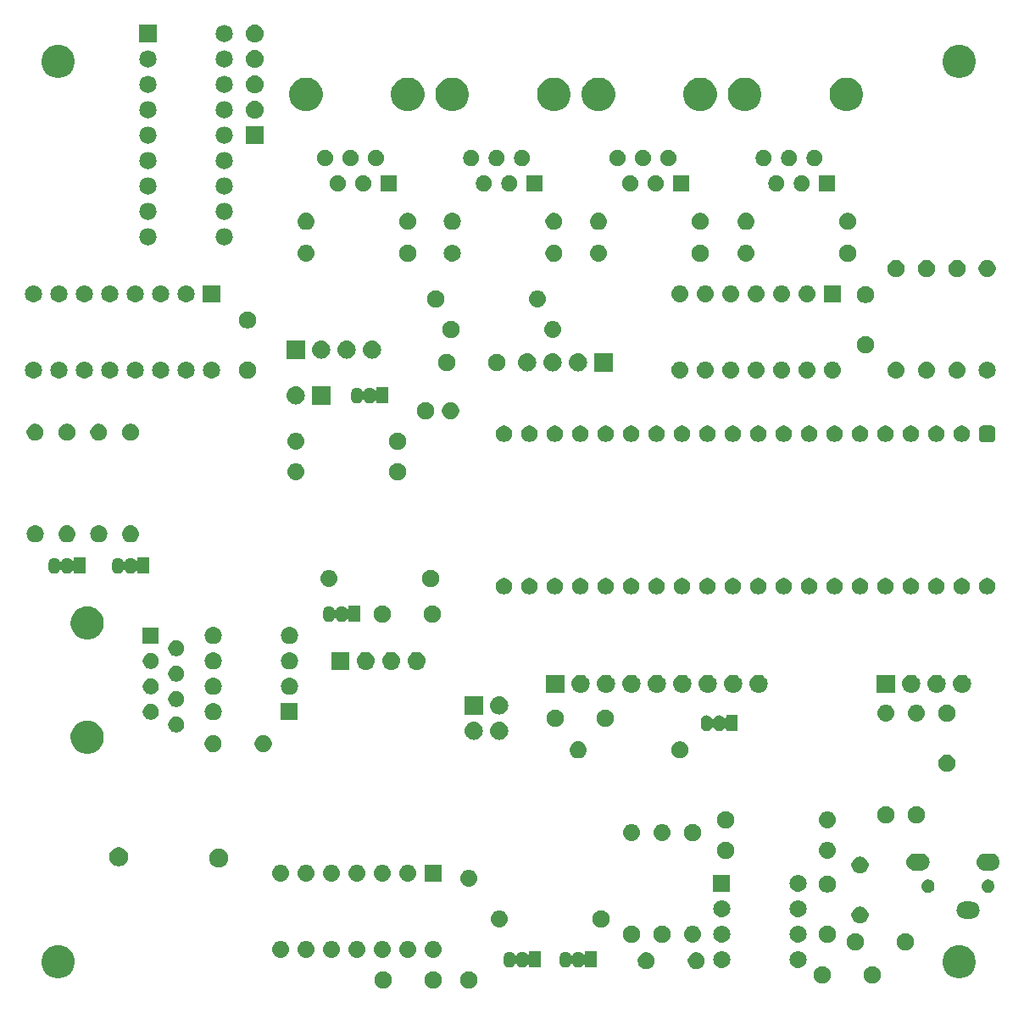
<source format=gbr>
G04 #@! TF.GenerationSoftware,KiCad,Pcbnew,(5.1.0)-1*
G04 #@! TF.CreationDate,2019-07-07T19:09:18+02:00*
G04 #@! TF.ProjectId,dip_v1,6469705f-7631-42e6-9b69-6361645f7063,rev?*
G04 #@! TF.SameCoordinates,Original*
G04 #@! TF.FileFunction,Soldermask,Top*
G04 #@! TF.FilePolarity,Negative*
%FSLAX46Y46*%
G04 Gerber Fmt 4.6, Leading zero omitted, Abs format (unit mm)*
G04 Created by KiCad (PCBNEW (5.1.0)-1) date 2019-07-07 19:09:18*
%MOMM*%
%LPD*%
G04 APERTURE LIST*
%ADD10C,0.100000*%
G04 APERTURE END LIST*
D10*
G36*
X96260228Y-145993703D02*
G01*
X96415100Y-146057853D01*
X96554481Y-146150985D01*
X96673015Y-146269519D01*
X96766147Y-146408900D01*
X96830297Y-146563772D01*
X96863000Y-146728184D01*
X96863000Y-146895816D01*
X96830297Y-147060228D01*
X96766147Y-147215100D01*
X96673015Y-147354481D01*
X96554481Y-147473015D01*
X96415100Y-147566147D01*
X96260228Y-147630297D01*
X96095816Y-147663000D01*
X95928184Y-147663000D01*
X95763772Y-147630297D01*
X95608900Y-147566147D01*
X95469519Y-147473015D01*
X95350985Y-147354481D01*
X95257853Y-147215100D01*
X95193703Y-147060228D01*
X95161000Y-146895816D01*
X95161000Y-146728184D01*
X95193703Y-146563772D01*
X95257853Y-146408900D01*
X95350985Y-146269519D01*
X95469519Y-146150985D01*
X95608900Y-146057853D01*
X95763772Y-145993703D01*
X95928184Y-145961000D01*
X96095816Y-145961000D01*
X96260228Y-145993703D01*
X96260228Y-145993703D01*
G37*
G36*
X92704228Y-145993703D02*
G01*
X92859100Y-146057853D01*
X92998481Y-146150985D01*
X93117015Y-146269519D01*
X93210147Y-146408900D01*
X93274297Y-146563772D01*
X93307000Y-146728184D01*
X93307000Y-146895816D01*
X93274297Y-147060228D01*
X93210147Y-147215100D01*
X93117015Y-147354481D01*
X92998481Y-147473015D01*
X92859100Y-147566147D01*
X92704228Y-147630297D01*
X92539816Y-147663000D01*
X92372184Y-147663000D01*
X92207772Y-147630297D01*
X92052900Y-147566147D01*
X91913519Y-147473015D01*
X91794985Y-147354481D01*
X91701853Y-147215100D01*
X91637703Y-147060228D01*
X91605000Y-146895816D01*
X91605000Y-146728184D01*
X91637703Y-146563772D01*
X91701853Y-146408900D01*
X91794985Y-146269519D01*
X91913519Y-146150985D01*
X92052900Y-146057853D01*
X92207772Y-145993703D01*
X92372184Y-145961000D01*
X92539816Y-145961000D01*
X92704228Y-145993703D01*
X92704228Y-145993703D01*
G37*
G36*
X87704228Y-145993703D02*
G01*
X87859100Y-146057853D01*
X87998481Y-146150985D01*
X88117015Y-146269519D01*
X88210147Y-146408900D01*
X88274297Y-146563772D01*
X88307000Y-146728184D01*
X88307000Y-146895816D01*
X88274297Y-147060228D01*
X88210147Y-147215100D01*
X88117015Y-147354481D01*
X87998481Y-147473015D01*
X87859100Y-147566147D01*
X87704228Y-147630297D01*
X87539816Y-147663000D01*
X87372184Y-147663000D01*
X87207772Y-147630297D01*
X87052900Y-147566147D01*
X86913519Y-147473015D01*
X86794985Y-147354481D01*
X86701853Y-147215100D01*
X86637703Y-147060228D01*
X86605000Y-146895816D01*
X86605000Y-146728184D01*
X86637703Y-146563772D01*
X86701853Y-146408900D01*
X86794985Y-146269519D01*
X86913519Y-146150985D01*
X87052900Y-146057853D01*
X87207772Y-145993703D01*
X87372184Y-145961000D01*
X87539816Y-145961000D01*
X87704228Y-145993703D01*
X87704228Y-145993703D01*
G37*
G36*
X131566228Y-145485703D02*
G01*
X131721100Y-145549853D01*
X131860481Y-145642985D01*
X131979015Y-145761519D01*
X132072147Y-145900900D01*
X132136297Y-146055772D01*
X132169000Y-146220184D01*
X132169000Y-146387816D01*
X132136297Y-146552228D01*
X132072147Y-146707100D01*
X131979015Y-146846481D01*
X131860481Y-146965015D01*
X131721100Y-147058147D01*
X131566228Y-147122297D01*
X131401816Y-147155000D01*
X131234184Y-147155000D01*
X131069772Y-147122297D01*
X130914900Y-147058147D01*
X130775519Y-146965015D01*
X130656985Y-146846481D01*
X130563853Y-146707100D01*
X130499703Y-146552228D01*
X130467000Y-146387816D01*
X130467000Y-146220184D01*
X130499703Y-146055772D01*
X130563853Y-145900900D01*
X130656985Y-145761519D01*
X130775519Y-145642985D01*
X130914900Y-145549853D01*
X131069772Y-145485703D01*
X131234184Y-145453000D01*
X131401816Y-145453000D01*
X131566228Y-145485703D01*
X131566228Y-145485703D01*
G37*
G36*
X136566228Y-145485703D02*
G01*
X136721100Y-145549853D01*
X136860481Y-145642985D01*
X136979015Y-145761519D01*
X137072147Y-145900900D01*
X137136297Y-146055772D01*
X137169000Y-146220184D01*
X137169000Y-146387816D01*
X137136297Y-146552228D01*
X137072147Y-146707100D01*
X136979015Y-146846481D01*
X136860481Y-146965015D01*
X136721100Y-147058147D01*
X136566228Y-147122297D01*
X136401816Y-147155000D01*
X136234184Y-147155000D01*
X136069772Y-147122297D01*
X135914900Y-147058147D01*
X135775519Y-146965015D01*
X135656985Y-146846481D01*
X135563853Y-146707100D01*
X135499703Y-146552228D01*
X135467000Y-146387816D01*
X135467000Y-146220184D01*
X135499703Y-146055772D01*
X135563853Y-145900900D01*
X135656985Y-145761519D01*
X135775519Y-145642985D01*
X135914900Y-145549853D01*
X136069772Y-145485703D01*
X136234184Y-145453000D01*
X136401816Y-145453000D01*
X136566228Y-145485703D01*
X136566228Y-145485703D01*
G37*
G36*
X55375256Y-143391298D02*
G01*
X55481579Y-143412447D01*
X55782042Y-143536903D01*
X56052451Y-143717585D01*
X56282415Y-143947549D01*
X56463097Y-144217958D01*
X56463098Y-144217960D01*
X56471845Y-144239078D01*
X56587553Y-144518421D01*
X56606401Y-144613175D01*
X56651000Y-144837389D01*
X56651000Y-145162611D01*
X56632607Y-145255076D01*
X56587553Y-145481579D01*
X56463097Y-145782042D01*
X56282415Y-146052451D01*
X56052451Y-146282415D01*
X55782042Y-146463097D01*
X55481579Y-146587553D01*
X55375256Y-146608702D01*
X55162611Y-146651000D01*
X54837389Y-146651000D01*
X54624744Y-146608702D01*
X54518421Y-146587553D01*
X54217958Y-146463097D01*
X53947549Y-146282415D01*
X53717585Y-146052451D01*
X53536903Y-145782042D01*
X53412447Y-145481579D01*
X53367393Y-145255076D01*
X53349000Y-145162611D01*
X53349000Y-144837389D01*
X53393599Y-144613175D01*
X53412447Y-144518421D01*
X53528155Y-144239078D01*
X53536902Y-144217960D01*
X53536903Y-144217958D01*
X53717585Y-143947549D01*
X53947549Y-143717585D01*
X54217958Y-143536903D01*
X54518421Y-143412447D01*
X54624744Y-143391298D01*
X54837389Y-143349000D01*
X55162611Y-143349000D01*
X55375256Y-143391298D01*
X55375256Y-143391298D01*
G37*
G36*
X145375256Y-143391298D02*
G01*
X145481579Y-143412447D01*
X145782042Y-143536903D01*
X146052451Y-143717585D01*
X146282415Y-143947549D01*
X146463097Y-144217958D01*
X146463098Y-144217960D01*
X146471845Y-144239078D01*
X146587553Y-144518421D01*
X146606401Y-144613175D01*
X146651000Y-144837389D01*
X146651000Y-145162611D01*
X146632607Y-145255076D01*
X146587553Y-145481579D01*
X146463097Y-145782042D01*
X146282415Y-146052451D01*
X146052451Y-146282415D01*
X145782042Y-146463097D01*
X145481579Y-146587553D01*
X145375256Y-146608702D01*
X145162611Y-146651000D01*
X144837389Y-146651000D01*
X144624744Y-146608702D01*
X144518421Y-146587553D01*
X144217958Y-146463097D01*
X143947549Y-146282415D01*
X143717585Y-146052451D01*
X143536903Y-145782042D01*
X143412447Y-145481579D01*
X143367393Y-145255076D01*
X143349000Y-145162611D01*
X143349000Y-144837389D01*
X143393599Y-144613175D01*
X143412447Y-144518421D01*
X143528155Y-144239078D01*
X143536902Y-144217960D01*
X143536903Y-144217958D01*
X143717585Y-143947549D01*
X143947549Y-143717585D01*
X144217958Y-143536903D01*
X144518421Y-143412447D01*
X144624744Y-143391298D01*
X144837389Y-143349000D01*
X145162611Y-143349000D01*
X145375256Y-143391298D01*
X145375256Y-143391298D01*
G37*
G36*
X118993228Y-144088703D02*
G01*
X119148100Y-144152853D01*
X119287481Y-144245985D01*
X119406015Y-144364519D01*
X119499147Y-144503900D01*
X119563297Y-144658772D01*
X119596000Y-144823184D01*
X119596000Y-144990816D01*
X119563297Y-145155228D01*
X119499147Y-145310100D01*
X119406015Y-145449481D01*
X119287481Y-145568015D01*
X119148100Y-145661147D01*
X118993228Y-145725297D01*
X118828816Y-145758000D01*
X118661184Y-145758000D01*
X118496772Y-145725297D01*
X118341900Y-145661147D01*
X118202519Y-145568015D01*
X118083985Y-145449481D01*
X117990853Y-145310100D01*
X117926703Y-145155228D01*
X117894000Y-144990816D01*
X117894000Y-144823184D01*
X117926703Y-144658772D01*
X117990853Y-144503900D01*
X118083985Y-144364519D01*
X118202519Y-144245985D01*
X118341900Y-144152853D01*
X118496772Y-144088703D01*
X118661184Y-144056000D01*
X118828816Y-144056000D01*
X118993228Y-144088703D01*
X118993228Y-144088703D01*
G37*
G36*
X113993228Y-144088703D02*
G01*
X114148100Y-144152853D01*
X114287481Y-144245985D01*
X114406015Y-144364519D01*
X114499147Y-144503900D01*
X114563297Y-144658772D01*
X114596000Y-144823184D01*
X114596000Y-144990816D01*
X114563297Y-145155228D01*
X114499147Y-145310100D01*
X114406015Y-145449481D01*
X114287481Y-145568015D01*
X114148100Y-145661147D01*
X113993228Y-145725297D01*
X113828816Y-145758000D01*
X113661184Y-145758000D01*
X113496772Y-145725297D01*
X113341900Y-145661147D01*
X113202519Y-145568015D01*
X113083985Y-145449481D01*
X112990853Y-145310100D01*
X112926703Y-145155228D01*
X112894000Y-144990816D01*
X112894000Y-144823184D01*
X112926703Y-144658772D01*
X112990853Y-144503900D01*
X113083985Y-144364519D01*
X113202519Y-144245985D01*
X113341900Y-144152853D01*
X113496772Y-144088703D01*
X113661184Y-144056000D01*
X113828816Y-144056000D01*
X113993228Y-144088703D01*
X113993228Y-144088703D01*
G37*
G36*
X129071823Y-143941313D02*
G01*
X129232242Y-143989976D01*
X129355764Y-144056000D01*
X129380078Y-144068996D01*
X129509659Y-144175341D01*
X129616004Y-144304922D01*
X129616005Y-144304924D01*
X129695024Y-144452758D01*
X129743687Y-144613177D01*
X129760117Y-144780000D01*
X129743687Y-144946823D01*
X129695024Y-145107242D01*
X129631284Y-145226491D01*
X129616004Y-145255078D01*
X129509659Y-145384659D01*
X129380078Y-145491004D01*
X129380076Y-145491005D01*
X129232242Y-145570024D01*
X129071823Y-145618687D01*
X128946804Y-145631000D01*
X128863196Y-145631000D01*
X128738177Y-145618687D01*
X128577758Y-145570024D01*
X128429924Y-145491005D01*
X128429922Y-145491004D01*
X128300341Y-145384659D01*
X128193996Y-145255078D01*
X128178716Y-145226491D01*
X128114976Y-145107242D01*
X128066313Y-144946823D01*
X128049883Y-144780000D01*
X128066313Y-144613177D01*
X128114976Y-144452758D01*
X128193995Y-144304924D01*
X128193996Y-144304922D01*
X128300341Y-144175341D01*
X128429922Y-144068996D01*
X128454236Y-144056000D01*
X128577758Y-143989976D01*
X128738177Y-143941313D01*
X128863196Y-143929000D01*
X128946804Y-143929000D01*
X129071823Y-143941313D01*
X129071823Y-143941313D01*
G37*
G36*
X121451823Y-143941313D02*
G01*
X121612242Y-143989976D01*
X121735764Y-144056000D01*
X121760078Y-144068996D01*
X121889659Y-144175341D01*
X121996004Y-144304922D01*
X121996005Y-144304924D01*
X122075024Y-144452758D01*
X122123687Y-144613177D01*
X122140117Y-144780000D01*
X122123687Y-144946823D01*
X122075024Y-145107242D01*
X122011284Y-145226491D01*
X121996004Y-145255078D01*
X121889659Y-145384659D01*
X121760078Y-145491004D01*
X121760076Y-145491005D01*
X121612242Y-145570024D01*
X121451823Y-145618687D01*
X121326804Y-145631000D01*
X121243196Y-145631000D01*
X121118177Y-145618687D01*
X120957758Y-145570024D01*
X120809924Y-145491005D01*
X120809922Y-145491004D01*
X120680341Y-145384659D01*
X120573996Y-145255078D01*
X120558716Y-145226491D01*
X120494976Y-145107242D01*
X120446313Y-144946823D01*
X120429883Y-144780000D01*
X120446313Y-144613177D01*
X120494976Y-144452758D01*
X120573995Y-144304924D01*
X120573996Y-144304922D01*
X120680341Y-144175341D01*
X120809922Y-144068996D01*
X120834236Y-144056000D01*
X120957758Y-143989976D01*
X121118177Y-143941313D01*
X121243196Y-143929000D01*
X121326804Y-143929000D01*
X121451823Y-143941313D01*
X121451823Y-143941313D01*
G37*
G36*
X107046916Y-143987334D02*
G01*
X107155492Y-144020271D01*
X107155495Y-144020272D01*
X107191601Y-144039571D01*
X107255557Y-144073756D01*
X107343264Y-144145736D01*
X107406383Y-144222646D01*
X107423702Y-144239965D01*
X107444077Y-144253579D01*
X107466716Y-144262957D01*
X107490749Y-144267737D01*
X107515253Y-144267737D01*
X107539286Y-144262957D01*
X107561925Y-144253579D01*
X107582299Y-144239966D01*
X107599626Y-144222639D01*
X107613240Y-144202264D01*
X107622618Y-144179625D01*
X107627398Y-144155592D01*
X107628000Y-144143340D01*
X107628000Y-143979000D01*
X108780000Y-143979000D01*
X108780000Y-145581000D01*
X107628000Y-145581000D01*
X107628000Y-145416660D01*
X107625598Y-145392274D01*
X107618485Y-145368825D01*
X107606934Y-145347214D01*
X107591389Y-145328272D01*
X107572447Y-145312727D01*
X107550836Y-145301176D01*
X107527387Y-145294063D01*
X107503001Y-145291661D01*
X107478615Y-145294063D01*
X107455166Y-145301176D01*
X107433555Y-145312727D01*
X107406381Y-145337356D01*
X107343264Y-145414264D01*
X107255556Y-145486244D01*
X107191600Y-145520429D01*
X107155494Y-145539728D01*
X107155491Y-145539729D01*
X107046915Y-145572666D01*
X106934000Y-145583787D01*
X106821084Y-145572666D01*
X106712508Y-145539729D01*
X106712505Y-145539728D01*
X106676399Y-145520429D01*
X106612443Y-145486244D01*
X106524736Y-145414264D01*
X106452756Y-145326556D01*
X106409239Y-145245140D01*
X106395625Y-145224766D01*
X106378298Y-145207439D01*
X106357924Y-145193825D01*
X106335285Y-145184448D01*
X106311251Y-145179668D01*
X106286747Y-145179668D01*
X106262714Y-145184449D01*
X106240075Y-145193826D01*
X106219701Y-145207440D01*
X106202374Y-145224767D01*
X106188762Y-145245140D01*
X106145244Y-145326557D01*
X106073264Y-145414264D01*
X105985556Y-145486244D01*
X105921600Y-145520429D01*
X105885494Y-145539728D01*
X105885491Y-145539729D01*
X105776915Y-145572666D01*
X105664000Y-145583787D01*
X105551084Y-145572666D01*
X105442508Y-145539729D01*
X105442505Y-145539728D01*
X105406399Y-145520429D01*
X105342443Y-145486244D01*
X105254736Y-145414264D01*
X105182756Y-145326556D01*
X105139239Y-145245140D01*
X105129272Y-145226494D01*
X105123492Y-145207440D01*
X105096334Y-145117915D01*
X105088000Y-145033297D01*
X105088000Y-144526702D01*
X105096334Y-144442084D01*
X105129271Y-144333508D01*
X105129272Y-144333505D01*
X105182756Y-144233445D01*
X105182757Y-144233443D01*
X105254737Y-144145736D01*
X105342444Y-144073756D01*
X105406400Y-144039571D01*
X105442506Y-144020272D01*
X105442509Y-144020271D01*
X105551085Y-143987334D01*
X105664000Y-143976213D01*
X105776916Y-143987334D01*
X105885492Y-144020271D01*
X105885495Y-144020272D01*
X105921601Y-144039571D01*
X105985557Y-144073756D01*
X106073264Y-144145736D01*
X106145244Y-144233443D01*
X106161019Y-144262957D01*
X106188761Y-144314859D01*
X106202375Y-144335234D01*
X106219702Y-144352561D01*
X106240076Y-144366174D01*
X106262715Y-144375552D01*
X106286748Y-144380332D01*
X106311252Y-144380332D01*
X106335285Y-144375552D01*
X106357924Y-144366174D01*
X106378299Y-144352560D01*
X106395626Y-144335233D01*
X106409239Y-144314859D01*
X106452756Y-144233445D01*
X106452757Y-144233443D01*
X106524737Y-144145736D01*
X106612444Y-144073756D01*
X106676400Y-144039571D01*
X106712506Y-144020272D01*
X106712509Y-144020271D01*
X106821085Y-143987334D01*
X106934000Y-143976213D01*
X107046916Y-143987334D01*
X107046916Y-143987334D01*
G37*
G36*
X101458916Y-143987334D02*
G01*
X101567492Y-144020271D01*
X101567495Y-144020272D01*
X101603601Y-144039571D01*
X101667557Y-144073756D01*
X101755264Y-144145736D01*
X101818383Y-144222646D01*
X101835702Y-144239965D01*
X101856077Y-144253579D01*
X101878716Y-144262957D01*
X101902749Y-144267737D01*
X101927253Y-144267737D01*
X101951286Y-144262957D01*
X101973925Y-144253579D01*
X101994299Y-144239966D01*
X102011626Y-144222639D01*
X102025240Y-144202264D01*
X102034618Y-144179625D01*
X102039398Y-144155592D01*
X102040000Y-144143340D01*
X102040000Y-143979000D01*
X103192000Y-143979000D01*
X103192000Y-145581000D01*
X102040000Y-145581000D01*
X102040000Y-145416660D01*
X102037598Y-145392274D01*
X102030485Y-145368825D01*
X102018934Y-145347214D01*
X102003389Y-145328272D01*
X101984447Y-145312727D01*
X101962836Y-145301176D01*
X101939387Y-145294063D01*
X101915001Y-145291661D01*
X101890615Y-145294063D01*
X101867166Y-145301176D01*
X101845555Y-145312727D01*
X101818381Y-145337356D01*
X101755264Y-145414264D01*
X101667556Y-145486244D01*
X101603600Y-145520429D01*
X101567494Y-145539728D01*
X101567491Y-145539729D01*
X101458915Y-145572666D01*
X101346000Y-145583787D01*
X101233084Y-145572666D01*
X101124508Y-145539729D01*
X101124505Y-145539728D01*
X101088399Y-145520429D01*
X101024443Y-145486244D01*
X100936736Y-145414264D01*
X100864756Y-145326556D01*
X100821239Y-145245140D01*
X100807625Y-145224766D01*
X100790298Y-145207439D01*
X100769924Y-145193825D01*
X100747285Y-145184448D01*
X100723251Y-145179668D01*
X100698747Y-145179668D01*
X100674714Y-145184449D01*
X100652075Y-145193826D01*
X100631701Y-145207440D01*
X100614374Y-145224767D01*
X100600762Y-145245140D01*
X100557244Y-145326557D01*
X100485264Y-145414264D01*
X100397556Y-145486244D01*
X100333600Y-145520429D01*
X100297494Y-145539728D01*
X100297491Y-145539729D01*
X100188915Y-145572666D01*
X100076000Y-145583787D01*
X99963084Y-145572666D01*
X99854508Y-145539729D01*
X99854505Y-145539728D01*
X99818399Y-145520429D01*
X99754443Y-145486244D01*
X99666736Y-145414264D01*
X99594756Y-145326556D01*
X99551239Y-145245140D01*
X99541272Y-145226494D01*
X99535492Y-145207440D01*
X99508334Y-145117915D01*
X99500000Y-145033297D01*
X99500000Y-144526702D01*
X99508334Y-144442084D01*
X99541271Y-144333508D01*
X99541272Y-144333505D01*
X99594756Y-144233445D01*
X99594757Y-144233443D01*
X99666737Y-144145736D01*
X99754444Y-144073756D01*
X99818400Y-144039571D01*
X99854506Y-144020272D01*
X99854509Y-144020271D01*
X99963085Y-143987334D01*
X100076000Y-143976213D01*
X100188916Y-143987334D01*
X100297492Y-144020271D01*
X100297495Y-144020272D01*
X100333601Y-144039571D01*
X100397557Y-144073756D01*
X100485264Y-144145736D01*
X100557244Y-144233443D01*
X100573019Y-144262957D01*
X100600761Y-144314859D01*
X100614375Y-144335234D01*
X100631702Y-144352561D01*
X100652076Y-144366174D01*
X100674715Y-144375552D01*
X100698748Y-144380332D01*
X100723252Y-144380332D01*
X100747285Y-144375552D01*
X100769924Y-144366174D01*
X100790299Y-144352560D01*
X100807626Y-144335233D01*
X100821239Y-144314859D01*
X100864756Y-144233445D01*
X100864757Y-144233443D01*
X100936737Y-144145736D01*
X101024444Y-144073756D01*
X101088400Y-144039571D01*
X101124506Y-144020272D01*
X101124509Y-144020271D01*
X101233085Y-143987334D01*
X101346000Y-143976213D01*
X101458916Y-143987334D01*
X101458916Y-143987334D01*
G37*
G36*
X77382823Y-142925313D02*
G01*
X77543242Y-142973976D01*
X77648100Y-143030024D01*
X77691078Y-143052996D01*
X77820659Y-143159341D01*
X77927004Y-143288922D01*
X77927005Y-143288924D01*
X78006024Y-143436758D01*
X78054687Y-143597177D01*
X78071117Y-143764000D01*
X78054687Y-143930823D01*
X78006024Y-144091242D01*
X77973092Y-144152853D01*
X77927004Y-144239078D01*
X77820659Y-144368659D01*
X77691078Y-144475004D01*
X77691076Y-144475005D01*
X77543242Y-144554024D01*
X77382823Y-144602687D01*
X77257804Y-144615000D01*
X77174196Y-144615000D01*
X77049177Y-144602687D01*
X76888758Y-144554024D01*
X76740924Y-144475005D01*
X76740922Y-144475004D01*
X76611341Y-144368659D01*
X76504996Y-144239078D01*
X76458908Y-144152853D01*
X76425976Y-144091242D01*
X76377313Y-143930823D01*
X76360883Y-143764000D01*
X76377313Y-143597177D01*
X76425976Y-143436758D01*
X76504995Y-143288924D01*
X76504996Y-143288922D01*
X76611341Y-143159341D01*
X76740922Y-143052996D01*
X76783900Y-143030024D01*
X76888758Y-142973976D01*
X77049177Y-142925313D01*
X77174196Y-142913000D01*
X77257804Y-142913000D01*
X77382823Y-142925313D01*
X77382823Y-142925313D01*
G37*
G36*
X90082823Y-142925313D02*
G01*
X90243242Y-142973976D01*
X90348100Y-143030024D01*
X90391078Y-143052996D01*
X90520659Y-143159341D01*
X90627004Y-143288922D01*
X90627005Y-143288924D01*
X90706024Y-143436758D01*
X90754687Y-143597177D01*
X90771117Y-143764000D01*
X90754687Y-143930823D01*
X90706024Y-144091242D01*
X90673092Y-144152853D01*
X90627004Y-144239078D01*
X90520659Y-144368659D01*
X90391078Y-144475004D01*
X90391076Y-144475005D01*
X90243242Y-144554024D01*
X90082823Y-144602687D01*
X89957804Y-144615000D01*
X89874196Y-144615000D01*
X89749177Y-144602687D01*
X89588758Y-144554024D01*
X89440924Y-144475005D01*
X89440922Y-144475004D01*
X89311341Y-144368659D01*
X89204996Y-144239078D01*
X89158908Y-144152853D01*
X89125976Y-144091242D01*
X89077313Y-143930823D01*
X89060883Y-143764000D01*
X89077313Y-143597177D01*
X89125976Y-143436758D01*
X89204995Y-143288924D01*
X89204996Y-143288922D01*
X89311341Y-143159341D01*
X89440922Y-143052996D01*
X89483900Y-143030024D01*
X89588758Y-142973976D01*
X89749177Y-142925313D01*
X89874196Y-142913000D01*
X89957804Y-142913000D01*
X90082823Y-142925313D01*
X90082823Y-142925313D01*
G37*
G36*
X79922823Y-142925313D02*
G01*
X80083242Y-142973976D01*
X80188100Y-143030024D01*
X80231078Y-143052996D01*
X80360659Y-143159341D01*
X80467004Y-143288922D01*
X80467005Y-143288924D01*
X80546024Y-143436758D01*
X80594687Y-143597177D01*
X80611117Y-143764000D01*
X80594687Y-143930823D01*
X80546024Y-144091242D01*
X80513092Y-144152853D01*
X80467004Y-144239078D01*
X80360659Y-144368659D01*
X80231078Y-144475004D01*
X80231076Y-144475005D01*
X80083242Y-144554024D01*
X79922823Y-144602687D01*
X79797804Y-144615000D01*
X79714196Y-144615000D01*
X79589177Y-144602687D01*
X79428758Y-144554024D01*
X79280924Y-144475005D01*
X79280922Y-144475004D01*
X79151341Y-144368659D01*
X79044996Y-144239078D01*
X78998908Y-144152853D01*
X78965976Y-144091242D01*
X78917313Y-143930823D01*
X78900883Y-143764000D01*
X78917313Y-143597177D01*
X78965976Y-143436758D01*
X79044995Y-143288924D01*
X79044996Y-143288922D01*
X79151341Y-143159341D01*
X79280922Y-143052996D01*
X79323900Y-143030024D01*
X79428758Y-142973976D01*
X79589177Y-142925313D01*
X79714196Y-142913000D01*
X79797804Y-142913000D01*
X79922823Y-142925313D01*
X79922823Y-142925313D01*
G37*
G36*
X82462823Y-142925313D02*
G01*
X82623242Y-142973976D01*
X82728100Y-143030024D01*
X82771078Y-143052996D01*
X82900659Y-143159341D01*
X83007004Y-143288922D01*
X83007005Y-143288924D01*
X83086024Y-143436758D01*
X83134687Y-143597177D01*
X83151117Y-143764000D01*
X83134687Y-143930823D01*
X83086024Y-144091242D01*
X83053092Y-144152853D01*
X83007004Y-144239078D01*
X82900659Y-144368659D01*
X82771078Y-144475004D01*
X82771076Y-144475005D01*
X82623242Y-144554024D01*
X82462823Y-144602687D01*
X82337804Y-144615000D01*
X82254196Y-144615000D01*
X82129177Y-144602687D01*
X81968758Y-144554024D01*
X81820924Y-144475005D01*
X81820922Y-144475004D01*
X81691341Y-144368659D01*
X81584996Y-144239078D01*
X81538908Y-144152853D01*
X81505976Y-144091242D01*
X81457313Y-143930823D01*
X81440883Y-143764000D01*
X81457313Y-143597177D01*
X81505976Y-143436758D01*
X81584995Y-143288924D01*
X81584996Y-143288922D01*
X81691341Y-143159341D01*
X81820922Y-143052996D01*
X81863900Y-143030024D01*
X81968758Y-142973976D01*
X82129177Y-142925313D01*
X82254196Y-142913000D01*
X82337804Y-142913000D01*
X82462823Y-142925313D01*
X82462823Y-142925313D01*
G37*
G36*
X85002823Y-142925313D02*
G01*
X85163242Y-142973976D01*
X85268100Y-143030024D01*
X85311078Y-143052996D01*
X85440659Y-143159341D01*
X85547004Y-143288922D01*
X85547005Y-143288924D01*
X85626024Y-143436758D01*
X85674687Y-143597177D01*
X85691117Y-143764000D01*
X85674687Y-143930823D01*
X85626024Y-144091242D01*
X85593092Y-144152853D01*
X85547004Y-144239078D01*
X85440659Y-144368659D01*
X85311078Y-144475004D01*
X85311076Y-144475005D01*
X85163242Y-144554024D01*
X85002823Y-144602687D01*
X84877804Y-144615000D01*
X84794196Y-144615000D01*
X84669177Y-144602687D01*
X84508758Y-144554024D01*
X84360924Y-144475005D01*
X84360922Y-144475004D01*
X84231341Y-144368659D01*
X84124996Y-144239078D01*
X84078908Y-144152853D01*
X84045976Y-144091242D01*
X83997313Y-143930823D01*
X83980883Y-143764000D01*
X83997313Y-143597177D01*
X84045976Y-143436758D01*
X84124995Y-143288924D01*
X84124996Y-143288922D01*
X84231341Y-143159341D01*
X84360922Y-143052996D01*
X84403900Y-143030024D01*
X84508758Y-142973976D01*
X84669177Y-142925313D01*
X84794196Y-142913000D01*
X84877804Y-142913000D01*
X85002823Y-142925313D01*
X85002823Y-142925313D01*
G37*
G36*
X92622823Y-142925313D02*
G01*
X92783242Y-142973976D01*
X92888100Y-143030024D01*
X92931078Y-143052996D01*
X93060659Y-143159341D01*
X93167004Y-143288922D01*
X93167005Y-143288924D01*
X93246024Y-143436758D01*
X93294687Y-143597177D01*
X93311117Y-143764000D01*
X93294687Y-143930823D01*
X93246024Y-144091242D01*
X93213092Y-144152853D01*
X93167004Y-144239078D01*
X93060659Y-144368659D01*
X92931078Y-144475004D01*
X92931076Y-144475005D01*
X92783242Y-144554024D01*
X92622823Y-144602687D01*
X92497804Y-144615000D01*
X92414196Y-144615000D01*
X92289177Y-144602687D01*
X92128758Y-144554024D01*
X91980924Y-144475005D01*
X91980922Y-144475004D01*
X91851341Y-144368659D01*
X91744996Y-144239078D01*
X91698908Y-144152853D01*
X91665976Y-144091242D01*
X91617313Y-143930823D01*
X91600883Y-143764000D01*
X91617313Y-143597177D01*
X91665976Y-143436758D01*
X91744995Y-143288924D01*
X91744996Y-143288922D01*
X91851341Y-143159341D01*
X91980922Y-143052996D01*
X92023900Y-143030024D01*
X92128758Y-142973976D01*
X92289177Y-142925313D01*
X92414196Y-142913000D01*
X92497804Y-142913000D01*
X92622823Y-142925313D01*
X92622823Y-142925313D01*
G37*
G36*
X87542823Y-142925313D02*
G01*
X87703242Y-142973976D01*
X87808100Y-143030024D01*
X87851078Y-143052996D01*
X87980659Y-143159341D01*
X88087004Y-143288922D01*
X88087005Y-143288924D01*
X88166024Y-143436758D01*
X88214687Y-143597177D01*
X88231117Y-143764000D01*
X88214687Y-143930823D01*
X88166024Y-144091242D01*
X88133092Y-144152853D01*
X88087004Y-144239078D01*
X87980659Y-144368659D01*
X87851078Y-144475004D01*
X87851076Y-144475005D01*
X87703242Y-144554024D01*
X87542823Y-144602687D01*
X87417804Y-144615000D01*
X87334196Y-144615000D01*
X87209177Y-144602687D01*
X87048758Y-144554024D01*
X86900924Y-144475005D01*
X86900922Y-144475004D01*
X86771341Y-144368659D01*
X86664996Y-144239078D01*
X86618908Y-144152853D01*
X86585976Y-144091242D01*
X86537313Y-143930823D01*
X86520883Y-143764000D01*
X86537313Y-143597177D01*
X86585976Y-143436758D01*
X86664995Y-143288924D01*
X86664996Y-143288922D01*
X86771341Y-143159341D01*
X86900922Y-143052996D01*
X86943900Y-143030024D01*
X87048758Y-142973976D01*
X87209177Y-142925313D01*
X87334196Y-142913000D01*
X87417804Y-142913000D01*
X87542823Y-142925313D01*
X87542823Y-142925313D01*
G37*
G36*
X139868228Y-142183703D02*
G01*
X140023100Y-142247853D01*
X140162481Y-142340985D01*
X140281015Y-142459519D01*
X140374147Y-142598900D01*
X140438297Y-142753772D01*
X140471000Y-142918184D01*
X140471000Y-143085816D01*
X140438297Y-143250228D01*
X140374147Y-143405100D01*
X140281015Y-143544481D01*
X140162481Y-143663015D01*
X140023100Y-143756147D01*
X139868228Y-143820297D01*
X139703816Y-143853000D01*
X139536184Y-143853000D01*
X139371772Y-143820297D01*
X139216900Y-143756147D01*
X139077519Y-143663015D01*
X138958985Y-143544481D01*
X138865853Y-143405100D01*
X138801703Y-143250228D01*
X138769000Y-143085816D01*
X138769000Y-142918184D01*
X138801703Y-142753772D01*
X138865853Y-142598900D01*
X138958985Y-142459519D01*
X139077519Y-142340985D01*
X139216900Y-142247853D01*
X139371772Y-142183703D01*
X139536184Y-142151000D01*
X139703816Y-142151000D01*
X139868228Y-142183703D01*
X139868228Y-142183703D01*
G37*
G36*
X134868228Y-142183703D02*
G01*
X135023100Y-142247853D01*
X135162481Y-142340985D01*
X135281015Y-142459519D01*
X135374147Y-142598900D01*
X135438297Y-142753772D01*
X135471000Y-142918184D01*
X135471000Y-143085816D01*
X135438297Y-143250228D01*
X135374147Y-143405100D01*
X135281015Y-143544481D01*
X135162481Y-143663015D01*
X135023100Y-143756147D01*
X134868228Y-143820297D01*
X134703816Y-143853000D01*
X134536184Y-143853000D01*
X134371772Y-143820297D01*
X134216900Y-143756147D01*
X134077519Y-143663015D01*
X133958985Y-143544481D01*
X133865853Y-143405100D01*
X133801703Y-143250228D01*
X133769000Y-143085816D01*
X133769000Y-142918184D01*
X133801703Y-142753772D01*
X133865853Y-142598900D01*
X133958985Y-142459519D01*
X134077519Y-142340985D01*
X134216900Y-142247853D01*
X134371772Y-142183703D01*
X134536184Y-142151000D01*
X134703816Y-142151000D01*
X134868228Y-142183703D01*
X134868228Y-142183703D01*
G37*
G36*
X129071823Y-141401313D02*
G01*
X129232242Y-141449976D01*
X129299361Y-141485852D01*
X129380078Y-141528996D01*
X129509659Y-141635341D01*
X129616004Y-141764922D01*
X129616005Y-141764924D01*
X129695024Y-141912758D01*
X129743687Y-142073177D01*
X129760117Y-142240000D01*
X129743687Y-142406823D01*
X129695024Y-142567242D01*
X129654477Y-142643100D01*
X129616004Y-142715078D01*
X129509659Y-142844659D01*
X129380078Y-142951004D01*
X129380076Y-142951005D01*
X129232242Y-143030024D01*
X129071823Y-143078687D01*
X128946804Y-143091000D01*
X128863196Y-143091000D01*
X128738177Y-143078687D01*
X128577758Y-143030024D01*
X128429924Y-142951005D01*
X128429922Y-142951004D01*
X128300341Y-142844659D01*
X128193996Y-142715078D01*
X128155523Y-142643100D01*
X128114976Y-142567242D01*
X128066313Y-142406823D01*
X128049883Y-142240000D01*
X128066313Y-142073177D01*
X128114976Y-141912758D01*
X128193995Y-141764924D01*
X128193996Y-141764922D01*
X128300341Y-141635341D01*
X128429922Y-141528996D01*
X128510639Y-141485852D01*
X128577758Y-141449976D01*
X128738177Y-141401313D01*
X128863196Y-141389000D01*
X128946804Y-141389000D01*
X129071823Y-141401313D01*
X129071823Y-141401313D01*
G37*
G36*
X132074228Y-141421703D02*
G01*
X132229100Y-141485853D01*
X132368481Y-141578985D01*
X132487015Y-141697519D01*
X132580147Y-141836900D01*
X132644297Y-141991772D01*
X132677000Y-142156184D01*
X132677000Y-142323816D01*
X132644297Y-142488228D01*
X132580147Y-142643100D01*
X132487015Y-142782481D01*
X132368481Y-142901015D01*
X132229100Y-142994147D01*
X132074228Y-143058297D01*
X131909816Y-143091000D01*
X131742184Y-143091000D01*
X131577772Y-143058297D01*
X131422900Y-142994147D01*
X131283519Y-142901015D01*
X131164985Y-142782481D01*
X131071853Y-142643100D01*
X131007703Y-142488228D01*
X130975000Y-142323816D01*
X130975000Y-142156184D01*
X131007703Y-141991772D01*
X131071853Y-141836900D01*
X131164985Y-141697519D01*
X131283519Y-141578985D01*
X131422900Y-141485853D01*
X131577772Y-141421703D01*
X131742184Y-141389000D01*
X131909816Y-141389000D01*
X132074228Y-141421703D01*
X132074228Y-141421703D01*
G37*
G36*
X121451823Y-141401313D02*
G01*
X121612242Y-141449976D01*
X121679361Y-141485852D01*
X121760078Y-141528996D01*
X121889659Y-141635341D01*
X121996004Y-141764922D01*
X121996005Y-141764924D01*
X122075024Y-141912758D01*
X122123687Y-142073177D01*
X122140117Y-142240000D01*
X122123687Y-142406823D01*
X122075024Y-142567242D01*
X122034477Y-142643100D01*
X121996004Y-142715078D01*
X121889659Y-142844659D01*
X121760078Y-142951004D01*
X121760076Y-142951005D01*
X121612242Y-143030024D01*
X121451823Y-143078687D01*
X121326804Y-143091000D01*
X121243196Y-143091000D01*
X121118177Y-143078687D01*
X120957758Y-143030024D01*
X120809924Y-142951005D01*
X120809922Y-142951004D01*
X120680341Y-142844659D01*
X120573996Y-142715078D01*
X120535523Y-142643100D01*
X120494976Y-142567242D01*
X120446313Y-142406823D01*
X120429883Y-142240000D01*
X120446313Y-142073177D01*
X120494976Y-141912758D01*
X120573995Y-141764924D01*
X120573996Y-141764922D01*
X120680341Y-141635341D01*
X120809922Y-141528996D01*
X120890639Y-141485852D01*
X120957758Y-141449976D01*
X121118177Y-141401313D01*
X121243196Y-141389000D01*
X121326804Y-141389000D01*
X121451823Y-141401313D01*
X121451823Y-141401313D01*
G37*
G36*
X115564228Y-141421703D02*
G01*
X115719100Y-141485853D01*
X115858481Y-141578985D01*
X115977015Y-141697519D01*
X116070147Y-141836900D01*
X116134297Y-141991772D01*
X116167000Y-142156184D01*
X116167000Y-142323816D01*
X116134297Y-142488228D01*
X116070147Y-142643100D01*
X115977015Y-142782481D01*
X115858481Y-142901015D01*
X115719100Y-142994147D01*
X115564228Y-143058297D01*
X115399816Y-143091000D01*
X115232184Y-143091000D01*
X115067772Y-143058297D01*
X114912900Y-142994147D01*
X114773519Y-142901015D01*
X114654985Y-142782481D01*
X114561853Y-142643100D01*
X114497703Y-142488228D01*
X114465000Y-142323816D01*
X114465000Y-142156184D01*
X114497703Y-141991772D01*
X114561853Y-141836900D01*
X114654985Y-141697519D01*
X114773519Y-141578985D01*
X114912900Y-141485853D01*
X115067772Y-141421703D01*
X115232184Y-141389000D01*
X115399816Y-141389000D01*
X115564228Y-141421703D01*
X115564228Y-141421703D01*
G37*
G36*
X118530823Y-141401313D02*
G01*
X118691242Y-141449976D01*
X118758361Y-141485852D01*
X118839078Y-141528996D01*
X118968659Y-141635341D01*
X119075004Y-141764922D01*
X119075005Y-141764924D01*
X119154024Y-141912758D01*
X119202687Y-142073177D01*
X119219117Y-142240000D01*
X119202687Y-142406823D01*
X119154024Y-142567242D01*
X119113477Y-142643100D01*
X119075004Y-142715078D01*
X118968659Y-142844659D01*
X118839078Y-142951004D01*
X118839076Y-142951005D01*
X118691242Y-143030024D01*
X118530823Y-143078687D01*
X118405804Y-143091000D01*
X118322196Y-143091000D01*
X118197177Y-143078687D01*
X118036758Y-143030024D01*
X117888924Y-142951005D01*
X117888922Y-142951004D01*
X117759341Y-142844659D01*
X117652996Y-142715078D01*
X117614523Y-142643100D01*
X117573976Y-142567242D01*
X117525313Y-142406823D01*
X117508883Y-142240000D01*
X117525313Y-142073177D01*
X117573976Y-141912758D01*
X117652995Y-141764924D01*
X117652996Y-141764922D01*
X117759341Y-141635341D01*
X117888922Y-141528996D01*
X117969639Y-141485852D01*
X118036758Y-141449976D01*
X118197177Y-141401313D01*
X118322196Y-141389000D01*
X118405804Y-141389000D01*
X118530823Y-141401313D01*
X118530823Y-141401313D01*
G37*
G36*
X112516228Y-141421703D02*
G01*
X112671100Y-141485853D01*
X112810481Y-141578985D01*
X112929015Y-141697519D01*
X113022147Y-141836900D01*
X113086297Y-141991772D01*
X113119000Y-142156184D01*
X113119000Y-142323816D01*
X113086297Y-142488228D01*
X113022147Y-142643100D01*
X112929015Y-142782481D01*
X112810481Y-142901015D01*
X112671100Y-142994147D01*
X112516228Y-143058297D01*
X112351816Y-143091000D01*
X112184184Y-143091000D01*
X112019772Y-143058297D01*
X111864900Y-142994147D01*
X111725519Y-142901015D01*
X111606985Y-142782481D01*
X111513853Y-142643100D01*
X111449703Y-142488228D01*
X111417000Y-142323816D01*
X111417000Y-142156184D01*
X111449703Y-141991772D01*
X111513853Y-141836900D01*
X111606985Y-141697519D01*
X111725519Y-141578985D01*
X111864900Y-141485853D01*
X112019772Y-141421703D01*
X112184184Y-141389000D01*
X112351816Y-141389000D01*
X112516228Y-141421703D01*
X112516228Y-141421703D01*
G37*
G36*
X109468228Y-139897703D02*
G01*
X109623100Y-139961853D01*
X109762481Y-140054985D01*
X109881015Y-140173519D01*
X109974147Y-140312900D01*
X110038297Y-140467772D01*
X110071000Y-140632184D01*
X110071000Y-140799816D01*
X110038297Y-140964228D01*
X109974147Y-141119100D01*
X109881015Y-141258481D01*
X109762481Y-141377015D01*
X109623100Y-141470147D01*
X109468228Y-141534297D01*
X109303816Y-141567000D01*
X109136184Y-141567000D01*
X108971772Y-141534297D01*
X108816900Y-141470147D01*
X108677519Y-141377015D01*
X108558985Y-141258481D01*
X108465853Y-141119100D01*
X108401703Y-140964228D01*
X108369000Y-140799816D01*
X108369000Y-140632184D01*
X108401703Y-140467772D01*
X108465853Y-140312900D01*
X108558985Y-140173519D01*
X108677519Y-140054985D01*
X108816900Y-139961853D01*
X108971772Y-139897703D01*
X109136184Y-139865000D01*
X109303816Y-139865000D01*
X109468228Y-139897703D01*
X109468228Y-139897703D01*
G37*
G36*
X99226823Y-139877313D02*
G01*
X99387242Y-139925976D01*
X99454361Y-139961852D01*
X99535078Y-140004996D01*
X99664659Y-140111341D01*
X99771004Y-140240922D01*
X99771005Y-140240924D01*
X99850024Y-140388758D01*
X99898687Y-140549177D01*
X99915117Y-140716000D01*
X99898687Y-140882823D01*
X99850024Y-141043242D01*
X99809477Y-141119100D01*
X99771004Y-141191078D01*
X99664659Y-141320659D01*
X99535078Y-141427004D01*
X99535076Y-141427005D01*
X99387242Y-141506024D01*
X99226823Y-141554687D01*
X99101804Y-141567000D01*
X99018196Y-141567000D01*
X98893177Y-141554687D01*
X98732758Y-141506024D01*
X98584924Y-141427005D01*
X98584922Y-141427004D01*
X98455341Y-141320659D01*
X98348996Y-141191078D01*
X98310523Y-141119100D01*
X98269976Y-141043242D01*
X98221313Y-140882823D01*
X98204883Y-140716000D01*
X98221313Y-140549177D01*
X98269976Y-140388758D01*
X98348995Y-140240924D01*
X98348996Y-140240922D01*
X98455341Y-140111341D01*
X98584922Y-140004996D01*
X98665639Y-139961852D01*
X98732758Y-139925976D01*
X98893177Y-139877313D01*
X99018196Y-139865000D01*
X99101804Y-139865000D01*
X99226823Y-139877313D01*
X99226823Y-139877313D01*
G37*
G36*
X135338228Y-139516703D02*
G01*
X135493100Y-139580853D01*
X135632481Y-139673985D01*
X135751015Y-139792519D01*
X135844147Y-139931900D01*
X135908297Y-140086772D01*
X135941000Y-140251184D01*
X135941000Y-140418816D01*
X135908297Y-140583228D01*
X135844147Y-140738100D01*
X135751015Y-140877481D01*
X135632481Y-140996015D01*
X135493100Y-141089147D01*
X135338228Y-141153297D01*
X135173816Y-141186000D01*
X135006184Y-141186000D01*
X134841772Y-141153297D01*
X134686900Y-141089147D01*
X134547519Y-140996015D01*
X134428985Y-140877481D01*
X134335853Y-140738100D01*
X134271703Y-140583228D01*
X134239000Y-140418816D01*
X134239000Y-140251184D01*
X134271703Y-140086772D01*
X134335853Y-139931900D01*
X134428985Y-139792519D01*
X134547519Y-139673985D01*
X134686900Y-139580853D01*
X134841772Y-139516703D01*
X135006184Y-139484000D01*
X135173816Y-139484000D01*
X135338228Y-139516703D01*
X135338228Y-139516703D01*
G37*
G36*
X146351823Y-139001313D02*
G01*
X146512242Y-139049976D01*
X146644906Y-139120886D01*
X146660078Y-139128996D01*
X146789659Y-139235341D01*
X146896004Y-139364922D01*
X146896005Y-139364924D01*
X146975024Y-139512758D01*
X146975025Y-139512761D01*
X146981218Y-139533177D01*
X147023687Y-139673177D01*
X147040117Y-139840000D01*
X147023687Y-140006823D01*
X146975024Y-140167242D01*
X146935641Y-140240922D01*
X146896004Y-140315078D01*
X146789659Y-140444659D01*
X146660078Y-140551004D01*
X146660076Y-140551005D01*
X146512242Y-140630024D01*
X146512239Y-140630025D01*
X146505118Y-140632185D01*
X146351823Y-140678687D01*
X146226804Y-140691000D01*
X145543196Y-140691000D01*
X145418177Y-140678687D01*
X145264882Y-140632185D01*
X145257761Y-140630025D01*
X145257758Y-140630024D01*
X145109924Y-140551005D01*
X145109922Y-140551004D01*
X144980341Y-140444659D01*
X144873996Y-140315078D01*
X144834359Y-140240922D01*
X144794976Y-140167242D01*
X144746313Y-140006823D01*
X144729883Y-139840000D01*
X144746313Y-139673177D01*
X144788782Y-139533177D01*
X144794975Y-139512761D01*
X144794976Y-139512758D01*
X144873995Y-139364924D01*
X144873996Y-139364922D01*
X144980341Y-139235341D01*
X145109922Y-139128996D01*
X145125094Y-139120886D01*
X145257758Y-139049976D01*
X145418177Y-139001313D01*
X145543196Y-138989000D01*
X146226804Y-138989000D01*
X146351823Y-139001313D01*
X146351823Y-139001313D01*
G37*
G36*
X129071823Y-138861313D02*
G01*
X129232242Y-138909976D01*
X129364906Y-138980886D01*
X129380078Y-138988996D01*
X129509659Y-139095341D01*
X129616004Y-139224922D01*
X129616005Y-139224924D01*
X129695024Y-139372758D01*
X129743687Y-139533177D01*
X129760117Y-139700000D01*
X129743687Y-139866823D01*
X129734319Y-139897705D01*
X129701218Y-140006825D01*
X129695024Y-140027242D01*
X129650072Y-140111341D01*
X129616004Y-140175078D01*
X129509659Y-140304659D01*
X129380078Y-140411004D01*
X129380076Y-140411005D01*
X129232242Y-140490024D01*
X129071823Y-140538687D01*
X128946804Y-140551000D01*
X128863196Y-140551000D01*
X128738177Y-140538687D01*
X128577758Y-140490024D01*
X128429924Y-140411005D01*
X128429922Y-140411004D01*
X128300341Y-140304659D01*
X128193996Y-140175078D01*
X128159928Y-140111341D01*
X128114976Y-140027242D01*
X128108783Y-140006825D01*
X128075681Y-139897705D01*
X128066313Y-139866823D01*
X128049883Y-139700000D01*
X128066313Y-139533177D01*
X128114976Y-139372758D01*
X128193995Y-139224924D01*
X128193996Y-139224922D01*
X128300341Y-139095341D01*
X128429922Y-138988996D01*
X128445094Y-138980886D01*
X128577758Y-138909976D01*
X128738177Y-138861313D01*
X128863196Y-138849000D01*
X128946804Y-138849000D01*
X129071823Y-138861313D01*
X129071823Y-138861313D01*
G37*
G36*
X121451823Y-138861313D02*
G01*
X121612242Y-138909976D01*
X121744906Y-138980886D01*
X121760078Y-138988996D01*
X121889659Y-139095341D01*
X121996004Y-139224922D01*
X121996005Y-139224924D01*
X122075024Y-139372758D01*
X122123687Y-139533177D01*
X122140117Y-139700000D01*
X122123687Y-139866823D01*
X122114319Y-139897705D01*
X122081218Y-140006825D01*
X122075024Y-140027242D01*
X122030072Y-140111341D01*
X121996004Y-140175078D01*
X121889659Y-140304659D01*
X121760078Y-140411004D01*
X121760076Y-140411005D01*
X121612242Y-140490024D01*
X121451823Y-140538687D01*
X121326804Y-140551000D01*
X121243196Y-140551000D01*
X121118177Y-140538687D01*
X120957758Y-140490024D01*
X120809924Y-140411005D01*
X120809922Y-140411004D01*
X120680341Y-140304659D01*
X120573996Y-140175078D01*
X120539928Y-140111341D01*
X120494976Y-140027242D01*
X120488783Y-140006825D01*
X120455681Y-139897705D01*
X120446313Y-139866823D01*
X120429883Y-139700000D01*
X120446313Y-139533177D01*
X120494976Y-139372758D01*
X120573995Y-139224924D01*
X120573996Y-139224922D01*
X120680341Y-139095341D01*
X120809922Y-138988996D01*
X120825094Y-138980886D01*
X120957758Y-138909976D01*
X121118177Y-138861313D01*
X121243196Y-138849000D01*
X121326804Y-138849000D01*
X121451823Y-138861313D01*
X121451823Y-138861313D01*
G37*
G36*
X148074890Y-136814017D02*
G01*
X148173841Y-136855004D01*
X148193364Y-136863091D01*
X148299523Y-136934024D01*
X148299988Y-136934335D01*
X148390665Y-137025012D01*
X148461910Y-137131638D01*
X148510983Y-137250110D01*
X148533439Y-137363004D01*
X148536000Y-137375882D01*
X148536000Y-137504118D01*
X148510983Y-137629890D01*
X148461909Y-137748364D01*
X148390665Y-137854988D01*
X148299988Y-137945665D01*
X148193364Y-138016909D01*
X148193363Y-138016910D01*
X148193362Y-138016910D01*
X148074890Y-138065983D01*
X147949119Y-138091000D01*
X147820881Y-138091000D01*
X147695110Y-138065983D01*
X147576638Y-138016910D01*
X147576637Y-138016910D01*
X147576636Y-138016909D01*
X147470012Y-137945665D01*
X147379335Y-137854988D01*
X147308091Y-137748364D01*
X147259017Y-137629890D01*
X147234000Y-137504118D01*
X147234000Y-137375882D01*
X147236562Y-137363004D01*
X147259017Y-137250110D01*
X147308090Y-137131638D01*
X147379335Y-137025012D01*
X147470012Y-136934335D01*
X147470477Y-136934024D01*
X147576636Y-136863091D01*
X147596160Y-136855004D01*
X147695110Y-136814017D01*
X147820881Y-136789000D01*
X147949119Y-136789000D01*
X148074890Y-136814017D01*
X148074890Y-136814017D01*
G37*
G36*
X142074890Y-136814017D02*
G01*
X142173841Y-136855004D01*
X142193364Y-136863091D01*
X142299523Y-136934024D01*
X142299988Y-136934335D01*
X142390665Y-137025012D01*
X142461910Y-137131638D01*
X142510983Y-137250110D01*
X142533439Y-137363004D01*
X142536000Y-137375882D01*
X142536000Y-137504118D01*
X142510983Y-137629890D01*
X142461909Y-137748364D01*
X142390665Y-137854988D01*
X142299988Y-137945665D01*
X142193364Y-138016909D01*
X142193363Y-138016910D01*
X142193362Y-138016910D01*
X142074890Y-138065983D01*
X141949119Y-138091000D01*
X141820881Y-138091000D01*
X141695110Y-138065983D01*
X141576638Y-138016910D01*
X141576637Y-138016910D01*
X141576636Y-138016909D01*
X141470012Y-137945665D01*
X141379335Y-137854988D01*
X141308091Y-137748364D01*
X141259017Y-137629890D01*
X141234000Y-137504118D01*
X141234000Y-137375882D01*
X141236562Y-137363004D01*
X141259017Y-137250110D01*
X141308090Y-137131638D01*
X141379335Y-137025012D01*
X141470012Y-136934335D01*
X141470477Y-136934024D01*
X141576636Y-136863091D01*
X141596160Y-136855004D01*
X141695110Y-136814017D01*
X141820881Y-136789000D01*
X141949119Y-136789000D01*
X142074890Y-136814017D01*
X142074890Y-136814017D01*
G37*
G36*
X132074228Y-136421703D02*
G01*
X132229100Y-136485853D01*
X132368481Y-136578985D01*
X132487015Y-136697519D01*
X132580147Y-136836900D01*
X132644297Y-136991772D01*
X132677000Y-137156184D01*
X132677000Y-137323816D01*
X132644297Y-137488228D01*
X132580147Y-137643100D01*
X132487015Y-137782481D01*
X132368481Y-137901015D01*
X132229100Y-137994147D01*
X132074228Y-138058297D01*
X131909816Y-138091000D01*
X131742184Y-138091000D01*
X131577772Y-138058297D01*
X131422900Y-137994147D01*
X131283519Y-137901015D01*
X131164985Y-137782481D01*
X131071853Y-137643100D01*
X131007703Y-137488228D01*
X130975000Y-137323816D01*
X130975000Y-137156184D01*
X131007703Y-136991772D01*
X131071853Y-136836900D01*
X131164985Y-136697519D01*
X131283519Y-136578985D01*
X131422900Y-136485853D01*
X131577772Y-136421703D01*
X131742184Y-136389000D01*
X131909816Y-136389000D01*
X132074228Y-136421703D01*
X132074228Y-136421703D01*
G37*
G36*
X122136000Y-138011000D02*
G01*
X120434000Y-138011000D01*
X120434000Y-136309000D01*
X122136000Y-136309000D01*
X122136000Y-138011000D01*
X122136000Y-138011000D01*
G37*
G36*
X129071823Y-136321313D02*
G01*
X129232242Y-136369976D01*
X129267833Y-136389000D01*
X129380078Y-136448996D01*
X129509659Y-136555341D01*
X129616004Y-136684922D01*
X129616005Y-136684924D01*
X129695024Y-136832758D01*
X129695025Y-136832761D01*
X129696281Y-136836903D01*
X129743687Y-136993177D01*
X129760117Y-137160000D01*
X129743687Y-137326823D01*
X129695024Y-137487242D01*
X129686003Y-137504119D01*
X129616004Y-137635078D01*
X129509659Y-137764659D01*
X129380078Y-137871004D01*
X129380076Y-137871005D01*
X129232242Y-137950024D01*
X129071823Y-137998687D01*
X128946804Y-138011000D01*
X128863196Y-138011000D01*
X128738177Y-137998687D01*
X128577758Y-137950024D01*
X128429924Y-137871005D01*
X128429922Y-137871004D01*
X128300341Y-137764659D01*
X128193996Y-137635078D01*
X128123997Y-137504119D01*
X128114976Y-137487242D01*
X128066313Y-137326823D01*
X128049883Y-137160000D01*
X128066313Y-136993177D01*
X128113719Y-136836903D01*
X128114975Y-136832761D01*
X128114976Y-136832758D01*
X128193995Y-136684924D01*
X128193996Y-136684922D01*
X128300341Y-136555341D01*
X128429922Y-136448996D01*
X128542167Y-136389000D01*
X128577758Y-136369976D01*
X128738177Y-136321313D01*
X128863196Y-136309000D01*
X128946804Y-136309000D01*
X129071823Y-136321313D01*
X129071823Y-136321313D01*
G37*
G36*
X96178823Y-135813313D02*
G01*
X96339242Y-135861976D01*
X96471906Y-135932886D01*
X96487078Y-135940996D01*
X96616659Y-136047341D01*
X96723004Y-136176922D01*
X96723005Y-136176924D01*
X96802024Y-136324758D01*
X96850687Y-136485177D01*
X96867117Y-136652000D01*
X96850687Y-136818823D01*
X96802024Y-136979242D01*
X96793601Y-136995000D01*
X96723004Y-137127078D01*
X96616659Y-137256659D01*
X96487078Y-137363004D01*
X96487076Y-137363005D01*
X96339242Y-137442024D01*
X96178823Y-137490687D01*
X96053804Y-137503000D01*
X95970196Y-137503000D01*
X95845177Y-137490687D01*
X95684758Y-137442024D01*
X95536924Y-137363005D01*
X95536922Y-137363004D01*
X95407341Y-137256659D01*
X95300996Y-137127078D01*
X95230399Y-136995000D01*
X95221976Y-136979242D01*
X95173313Y-136818823D01*
X95156883Y-136652000D01*
X95173313Y-136485177D01*
X95221976Y-136324758D01*
X95300995Y-136176924D01*
X95300996Y-136176922D01*
X95407341Y-136047341D01*
X95536922Y-135940996D01*
X95552094Y-135932886D01*
X95684758Y-135861976D01*
X95845177Y-135813313D01*
X95970196Y-135801000D01*
X96053804Y-135801000D01*
X96178823Y-135813313D01*
X96178823Y-135813313D01*
G37*
G36*
X87542823Y-135305313D02*
G01*
X87703242Y-135353976D01*
X87824547Y-135418815D01*
X87851078Y-135432996D01*
X87980659Y-135539341D01*
X88087004Y-135668922D01*
X88087005Y-135668924D01*
X88166024Y-135816758D01*
X88214687Y-135977177D01*
X88231117Y-136144000D01*
X88214687Y-136310823D01*
X88166024Y-136471242D01*
X88158214Y-136485853D01*
X88087004Y-136619078D01*
X87980659Y-136748659D01*
X87851078Y-136855004D01*
X87851076Y-136855005D01*
X87703242Y-136934024D01*
X87542823Y-136982687D01*
X87417804Y-136995000D01*
X87334196Y-136995000D01*
X87209177Y-136982687D01*
X87048758Y-136934024D01*
X86900924Y-136855005D01*
X86900922Y-136855004D01*
X86771341Y-136748659D01*
X86664996Y-136619078D01*
X86593786Y-136485853D01*
X86585976Y-136471242D01*
X86537313Y-136310823D01*
X86520883Y-136144000D01*
X86537313Y-135977177D01*
X86585976Y-135816758D01*
X86664995Y-135668924D01*
X86664996Y-135668922D01*
X86771341Y-135539341D01*
X86900922Y-135432996D01*
X86927453Y-135418815D01*
X87048758Y-135353976D01*
X87209177Y-135305313D01*
X87334196Y-135293000D01*
X87417804Y-135293000D01*
X87542823Y-135305313D01*
X87542823Y-135305313D01*
G37*
G36*
X79922823Y-135305313D02*
G01*
X80083242Y-135353976D01*
X80204547Y-135418815D01*
X80231078Y-135432996D01*
X80360659Y-135539341D01*
X80467004Y-135668922D01*
X80467005Y-135668924D01*
X80546024Y-135816758D01*
X80594687Y-135977177D01*
X80611117Y-136144000D01*
X80594687Y-136310823D01*
X80546024Y-136471242D01*
X80538214Y-136485853D01*
X80467004Y-136619078D01*
X80360659Y-136748659D01*
X80231078Y-136855004D01*
X80231076Y-136855005D01*
X80083242Y-136934024D01*
X79922823Y-136982687D01*
X79797804Y-136995000D01*
X79714196Y-136995000D01*
X79589177Y-136982687D01*
X79428758Y-136934024D01*
X79280924Y-136855005D01*
X79280922Y-136855004D01*
X79151341Y-136748659D01*
X79044996Y-136619078D01*
X78973786Y-136485853D01*
X78965976Y-136471242D01*
X78917313Y-136310823D01*
X78900883Y-136144000D01*
X78917313Y-135977177D01*
X78965976Y-135816758D01*
X79044995Y-135668924D01*
X79044996Y-135668922D01*
X79151341Y-135539341D01*
X79280922Y-135432996D01*
X79307453Y-135418815D01*
X79428758Y-135353976D01*
X79589177Y-135305313D01*
X79714196Y-135293000D01*
X79797804Y-135293000D01*
X79922823Y-135305313D01*
X79922823Y-135305313D01*
G37*
G36*
X77382823Y-135305313D02*
G01*
X77543242Y-135353976D01*
X77664547Y-135418815D01*
X77691078Y-135432996D01*
X77820659Y-135539341D01*
X77927004Y-135668922D01*
X77927005Y-135668924D01*
X78006024Y-135816758D01*
X78054687Y-135977177D01*
X78071117Y-136144000D01*
X78054687Y-136310823D01*
X78006024Y-136471242D01*
X77998214Y-136485853D01*
X77927004Y-136619078D01*
X77820659Y-136748659D01*
X77691078Y-136855004D01*
X77691076Y-136855005D01*
X77543242Y-136934024D01*
X77382823Y-136982687D01*
X77257804Y-136995000D01*
X77174196Y-136995000D01*
X77049177Y-136982687D01*
X76888758Y-136934024D01*
X76740924Y-136855005D01*
X76740922Y-136855004D01*
X76611341Y-136748659D01*
X76504996Y-136619078D01*
X76433786Y-136485853D01*
X76425976Y-136471242D01*
X76377313Y-136310823D01*
X76360883Y-136144000D01*
X76377313Y-135977177D01*
X76425976Y-135816758D01*
X76504995Y-135668924D01*
X76504996Y-135668922D01*
X76611341Y-135539341D01*
X76740922Y-135432996D01*
X76767453Y-135418815D01*
X76888758Y-135353976D01*
X77049177Y-135305313D01*
X77174196Y-135293000D01*
X77257804Y-135293000D01*
X77382823Y-135305313D01*
X77382823Y-135305313D01*
G37*
G36*
X82462823Y-135305313D02*
G01*
X82623242Y-135353976D01*
X82744547Y-135418815D01*
X82771078Y-135432996D01*
X82900659Y-135539341D01*
X83007004Y-135668922D01*
X83007005Y-135668924D01*
X83086024Y-135816758D01*
X83134687Y-135977177D01*
X83151117Y-136144000D01*
X83134687Y-136310823D01*
X83086024Y-136471242D01*
X83078214Y-136485853D01*
X83007004Y-136619078D01*
X82900659Y-136748659D01*
X82771078Y-136855004D01*
X82771076Y-136855005D01*
X82623242Y-136934024D01*
X82462823Y-136982687D01*
X82337804Y-136995000D01*
X82254196Y-136995000D01*
X82129177Y-136982687D01*
X81968758Y-136934024D01*
X81820924Y-136855005D01*
X81820922Y-136855004D01*
X81691341Y-136748659D01*
X81584996Y-136619078D01*
X81513786Y-136485853D01*
X81505976Y-136471242D01*
X81457313Y-136310823D01*
X81440883Y-136144000D01*
X81457313Y-135977177D01*
X81505976Y-135816758D01*
X81584995Y-135668924D01*
X81584996Y-135668922D01*
X81691341Y-135539341D01*
X81820922Y-135432996D01*
X81847453Y-135418815D01*
X81968758Y-135353976D01*
X82129177Y-135305313D01*
X82254196Y-135293000D01*
X82337804Y-135293000D01*
X82462823Y-135305313D01*
X82462823Y-135305313D01*
G37*
G36*
X93307000Y-136995000D02*
G01*
X91605000Y-136995000D01*
X91605000Y-135293000D01*
X93307000Y-135293000D01*
X93307000Y-136995000D01*
X93307000Y-136995000D01*
G37*
G36*
X90082823Y-135305313D02*
G01*
X90243242Y-135353976D01*
X90364547Y-135418815D01*
X90391078Y-135432996D01*
X90520659Y-135539341D01*
X90627004Y-135668922D01*
X90627005Y-135668924D01*
X90706024Y-135816758D01*
X90754687Y-135977177D01*
X90771117Y-136144000D01*
X90754687Y-136310823D01*
X90706024Y-136471242D01*
X90698214Y-136485853D01*
X90627004Y-136619078D01*
X90520659Y-136748659D01*
X90391078Y-136855004D01*
X90391076Y-136855005D01*
X90243242Y-136934024D01*
X90082823Y-136982687D01*
X89957804Y-136995000D01*
X89874196Y-136995000D01*
X89749177Y-136982687D01*
X89588758Y-136934024D01*
X89440924Y-136855005D01*
X89440922Y-136855004D01*
X89311341Y-136748659D01*
X89204996Y-136619078D01*
X89133786Y-136485853D01*
X89125976Y-136471242D01*
X89077313Y-136310823D01*
X89060883Y-136144000D01*
X89077313Y-135977177D01*
X89125976Y-135816758D01*
X89204995Y-135668924D01*
X89204996Y-135668922D01*
X89311341Y-135539341D01*
X89440922Y-135432996D01*
X89467453Y-135418815D01*
X89588758Y-135353976D01*
X89749177Y-135305313D01*
X89874196Y-135293000D01*
X89957804Y-135293000D01*
X90082823Y-135305313D01*
X90082823Y-135305313D01*
G37*
G36*
X85002823Y-135305313D02*
G01*
X85163242Y-135353976D01*
X85284547Y-135418815D01*
X85311078Y-135432996D01*
X85440659Y-135539341D01*
X85547004Y-135668922D01*
X85547005Y-135668924D01*
X85626024Y-135816758D01*
X85674687Y-135977177D01*
X85691117Y-136144000D01*
X85674687Y-136310823D01*
X85626024Y-136471242D01*
X85618214Y-136485853D01*
X85547004Y-136619078D01*
X85440659Y-136748659D01*
X85311078Y-136855004D01*
X85311076Y-136855005D01*
X85163242Y-136934024D01*
X85002823Y-136982687D01*
X84877804Y-136995000D01*
X84794196Y-136995000D01*
X84669177Y-136982687D01*
X84508758Y-136934024D01*
X84360924Y-136855005D01*
X84360922Y-136855004D01*
X84231341Y-136748659D01*
X84124996Y-136619078D01*
X84053786Y-136485853D01*
X84045976Y-136471242D01*
X83997313Y-136310823D01*
X83980883Y-136144000D01*
X83997313Y-135977177D01*
X84045976Y-135816758D01*
X84124995Y-135668924D01*
X84124996Y-135668922D01*
X84231341Y-135539341D01*
X84360922Y-135432996D01*
X84387453Y-135418815D01*
X84508758Y-135353976D01*
X84669177Y-135305313D01*
X84794196Y-135293000D01*
X84877804Y-135293000D01*
X85002823Y-135305313D01*
X85002823Y-135305313D01*
G37*
G36*
X135338228Y-134516703D02*
G01*
X135493100Y-134580853D01*
X135632481Y-134673985D01*
X135751015Y-134792519D01*
X135844147Y-134931900D01*
X135908297Y-135086772D01*
X135941000Y-135251184D01*
X135941000Y-135418816D01*
X135908297Y-135583228D01*
X135844147Y-135738100D01*
X135751015Y-135877481D01*
X135632481Y-135996015D01*
X135493100Y-136089147D01*
X135338228Y-136153297D01*
X135173816Y-136186000D01*
X135006184Y-136186000D01*
X134841772Y-136153297D01*
X134686900Y-136089147D01*
X134547519Y-135996015D01*
X134428985Y-135877481D01*
X134335853Y-135738100D01*
X134271703Y-135583228D01*
X134239000Y-135418816D01*
X134239000Y-135251184D01*
X134271703Y-135086772D01*
X134335853Y-134931900D01*
X134428985Y-134792519D01*
X134547519Y-134673985D01*
X134686900Y-134580853D01*
X134841772Y-134516703D01*
X135006184Y-134484000D01*
X135173816Y-134484000D01*
X135338228Y-134516703D01*
X135338228Y-134516703D01*
G37*
G36*
X148351823Y-134201313D02*
G01*
X148512242Y-134249976D01*
X148644906Y-134320886D01*
X148660078Y-134328996D01*
X148789659Y-134435341D01*
X148896004Y-134564922D01*
X148896005Y-134564924D01*
X148975024Y-134712758D01*
X149023687Y-134873177D01*
X149040117Y-135040000D01*
X149023687Y-135206823D01*
X148975024Y-135367242D01*
X148939099Y-135434453D01*
X148896004Y-135515078D01*
X148789659Y-135644659D01*
X148660078Y-135751004D01*
X148660076Y-135751005D01*
X148512242Y-135830024D01*
X148351823Y-135878687D01*
X148226804Y-135891000D01*
X147543196Y-135891000D01*
X147418177Y-135878687D01*
X147257758Y-135830024D01*
X147109924Y-135751005D01*
X147109922Y-135751004D01*
X146980341Y-135644659D01*
X146873996Y-135515078D01*
X146830901Y-135434453D01*
X146794976Y-135367242D01*
X146746313Y-135206823D01*
X146729883Y-135040000D01*
X146746313Y-134873177D01*
X146794976Y-134712758D01*
X146873995Y-134564924D01*
X146873996Y-134564922D01*
X146980341Y-134435341D01*
X147109922Y-134328996D01*
X147125094Y-134320886D01*
X147257758Y-134249976D01*
X147418177Y-134201313D01*
X147543196Y-134189000D01*
X148226804Y-134189000D01*
X148351823Y-134201313D01*
X148351823Y-134201313D01*
G37*
G36*
X141351823Y-134201313D02*
G01*
X141512242Y-134249976D01*
X141644906Y-134320886D01*
X141660078Y-134328996D01*
X141789659Y-134435341D01*
X141896004Y-134564922D01*
X141896005Y-134564924D01*
X141975024Y-134712758D01*
X142023687Y-134873177D01*
X142040117Y-135040000D01*
X142023687Y-135206823D01*
X141975024Y-135367242D01*
X141939099Y-135434453D01*
X141896004Y-135515078D01*
X141789659Y-135644659D01*
X141660078Y-135751004D01*
X141660076Y-135751005D01*
X141512242Y-135830024D01*
X141351823Y-135878687D01*
X141226804Y-135891000D01*
X140543196Y-135891000D01*
X140418177Y-135878687D01*
X140257758Y-135830024D01*
X140109924Y-135751005D01*
X140109922Y-135751004D01*
X139980341Y-135644659D01*
X139873996Y-135515078D01*
X139830901Y-135434453D01*
X139794976Y-135367242D01*
X139746313Y-135206823D01*
X139729883Y-135040000D01*
X139746313Y-134873177D01*
X139794976Y-134712758D01*
X139873995Y-134564924D01*
X139873996Y-134564922D01*
X139980341Y-134435341D01*
X140109922Y-134328996D01*
X140125094Y-134320886D01*
X140257758Y-134249976D01*
X140418177Y-134201313D01*
X140543196Y-134189000D01*
X141226804Y-134189000D01*
X141351823Y-134201313D01*
X141351823Y-134201313D01*
G37*
G36*
X71317395Y-133705546D02*
G01*
X71490466Y-133777234D01*
X71496566Y-133781310D01*
X71646227Y-133881310D01*
X71778690Y-134013773D01*
X71815947Y-134069533D01*
X71882766Y-134169534D01*
X71954454Y-134342605D01*
X71991000Y-134526333D01*
X71991000Y-134713667D01*
X71954454Y-134897395D01*
X71882766Y-135070466D01*
X71845509Y-135126225D01*
X71778690Y-135226227D01*
X71646227Y-135358690D01*
X71633432Y-135367239D01*
X71490466Y-135462766D01*
X71317395Y-135534454D01*
X71133667Y-135571000D01*
X70946333Y-135571000D01*
X70762605Y-135534454D01*
X70589534Y-135462766D01*
X70446568Y-135367239D01*
X70433773Y-135358690D01*
X70301310Y-135226227D01*
X70234491Y-135126225D01*
X70197234Y-135070466D01*
X70125546Y-134897395D01*
X70089000Y-134713667D01*
X70089000Y-134526333D01*
X70125546Y-134342605D01*
X70197234Y-134169534D01*
X70264053Y-134069533D01*
X70301310Y-134013773D01*
X70433773Y-133881310D01*
X70583434Y-133781310D01*
X70589534Y-133777234D01*
X70762605Y-133705546D01*
X70946333Y-133669000D01*
X71133667Y-133669000D01*
X71317395Y-133705546D01*
X71317395Y-133705546D01*
G37*
G36*
X61317395Y-133605546D02*
G01*
X61490466Y-133677234D01*
X61490467Y-133677235D01*
X61646227Y-133781310D01*
X61778690Y-133913773D01*
X61831081Y-133992182D01*
X61882766Y-134069534D01*
X61954454Y-134242605D01*
X61991000Y-134426333D01*
X61991000Y-134613667D01*
X61954454Y-134797395D01*
X61882766Y-134970466D01*
X61882765Y-134970467D01*
X61778690Y-135126227D01*
X61646227Y-135258690D01*
X61594878Y-135293000D01*
X61490466Y-135362766D01*
X61317395Y-135434454D01*
X61133667Y-135471000D01*
X60946333Y-135471000D01*
X60762605Y-135434454D01*
X60589534Y-135362766D01*
X60485122Y-135293000D01*
X60433773Y-135258690D01*
X60301310Y-135126227D01*
X60197235Y-134970467D01*
X60197234Y-134970466D01*
X60125546Y-134797395D01*
X60089000Y-134613667D01*
X60089000Y-134426333D01*
X60125546Y-134242605D01*
X60197234Y-134069534D01*
X60248919Y-133992182D01*
X60301310Y-133913773D01*
X60433773Y-133781310D01*
X60589533Y-133677235D01*
X60589534Y-133677234D01*
X60762605Y-133605546D01*
X60946333Y-133569000D01*
X61133667Y-133569000D01*
X61317395Y-133605546D01*
X61317395Y-133605546D01*
G37*
G36*
X121914228Y-133039703D02*
G01*
X122069100Y-133103853D01*
X122208481Y-133196985D01*
X122327015Y-133315519D01*
X122420147Y-133454900D01*
X122484297Y-133609772D01*
X122517000Y-133774184D01*
X122517000Y-133941816D01*
X122484297Y-134106228D01*
X122420147Y-134261100D01*
X122327015Y-134400481D01*
X122208481Y-134519015D01*
X122069100Y-134612147D01*
X121914228Y-134676297D01*
X121749816Y-134709000D01*
X121582184Y-134709000D01*
X121417772Y-134676297D01*
X121262900Y-134612147D01*
X121123519Y-134519015D01*
X121004985Y-134400481D01*
X120911853Y-134261100D01*
X120847703Y-134106228D01*
X120815000Y-133941816D01*
X120815000Y-133774184D01*
X120847703Y-133609772D01*
X120911853Y-133454900D01*
X121004985Y-133315519D01*
X121123519Y-133196985D01*
X121262900Y-133103853D01*
X121417772Y-133039703D01*
X121582184Y-133007000D01*
X121749816Y-133007000D01*
X121914228Y-133039703D01*
X121914228Y-133039703D01*
G37*
G36*
X131992823Y-133019313D02*
G01*
X132153242Y-133067976D01*
X132220361Y-133103852D01*
X132301078Y-133146996D01*
X132430659Y-133253341D01*
X132537004Y-133382922D01*
X132537005Y-133382924D01*
X132616024Y-133530758D01*
X132664687Y-133691177D01*
X132681117Y-133858000D01*
X132664687Y-134024823D01*
X132616024Y-134185242D01*
X132575477Y-134261100D01*
X132537004Y-134333078D01*
X132430659Y-134462659D01*
X132301078Y-134569004D01*
X132301076Y-134569005D01*
X132153242Y-134648024D01*
X131992823Y-134696687D01*
X131867804Y-134709000D01*
X131784196Y-134709000D01*
X131659177Y-134696687D01*
X131498758Y-134648024D01*
X131350924Y-134569005D01*
X131350922Y-134569004D01*
X131221341Y-134462659D01*
X131114996Y-134333078D01*
X131076523Y-134261100D01*
X131035976Y-134185242D01*
X130987313Y-134024823D01*
X130970883Y-133858000D01*
X130987313Y-133691177D01*
X131035976Y-133530758D01*
X131114995Y-133382924D01*
X131114996Y-133382922D01*
X131221341Y-133253341D01*
X131350922Y-133146996D01*
X131431639Y-133103852D01*
X131498758Y-133067976D01*
X131659177Y-133019313D01*
X131784196Y-133007000D01*
X131867804Y-133007000D01*
X131992823Y-133019313D01*
X131992823Y-133019313D01*
G37*
G36*
X118612228Y-131261703D02*
G01*
X118767100Y-131325853D01*
X118906481Y-131418985D01*
X119025015Y-131537519D01*
X119118147Y-131676900D01*
X119182297Y-131831772D01*
X119215000Y-131996184D01*
X119215000Y-132163816D01*
X119182297Y-132328228D01*
X119118147Y-132483100D01*
X119025015Y-132622481D01*
X118906481Y-132741015D01*
X118767100Y-132834147D01*
X118612228Y-132898297D01*
X118447816Y-132931000D01*
X118280184Y-132931000D01*
X118115772Y-132898297D01*
X117960900Y-132834147D01*
X117821519Y-132741015D01*
X117702985Y-132622481D01*
X117609853Y-132483100D01*
X117545703Y-132328228D01*
X117513000Y-132163816D01*
X117513000Y-131996184D01*
X117545703Y-131831772D01*
X117609853Y-131676900D01*
X117702985Y-131537519D01*
X117821519Y-131418985D01*
X117960900Y-131325853D01*
X118115772Y-131261703D01*
X118280184Y-131229000D01*
X118447816Y-131229000D01*
X118612228Y-131261703D01*
X118612228Y-131261703D01*
G37*
G36*
X112434823Y-131241313D02*
G01*
X112595242Y-131289976D01*
X112727906Y-131360886D01*
X112743078Y-131368996D01*
X112872659Y-131475341D01*
X112979004Y-131604922D01*
X112979005Y-131604924D01*
X113058024Y-131752758D01*
X113106687Y-131913177D01*
X113123117Y-132080000D01*
X113106687Y-132246823D01*
X113058024Y-132407242D01*
X113017477Y-132483100D01*
X112979004Y-132555078D01*
X112872659Y-132684659D01*
X112743078Y-132791004D01*
X112743076Y-132791005D01*
X112595242Y-132870024D01*
X112434823Y-132918687D01*
X112309804Y-132931000D01*
X112226196Y-132931000D01*
X112101177Y-132918687D01*
X111940758Y-132870024D01*
X111792924Y-132791005D01*
X111792922Y-132791004D01*
X111663341Y-132684659D01*
X111556996Y-132555078D01*
X111518523Y-132483100D01*
X111477976Y-132407242D01*
X111429313Y-132246823D01*
X111412883Y-132080000D01*
X111429313Y-131913177D01*
X111477976Y-131752758D01*
X111556995Y-131604924D01*
X111556996Y-131604922D01*
X111663341Y-131475341D01*
X111792922Y-131368996D01*
X111808094Y-131360886D01*
X111940758Y-131289976D01*
X112101177Y-131241313D01*
X112226196Y-131229000D01*
X112309804Y-131229000D01*
X112434823Y-131241313D01*
X112434823Y-131241313D01*
G37*
G36*
X115482823Y-131241313D02*
G01*
X115643242Y-131289976D01*
X115775906Y-131360886D01*
X115791078Y-131368996D01*
X115920659Y-131475341D01*
X116027004Y-131604922D01*
X116027005Y-131604924D01*
X116106024Y-131752758D01*
X116154687Y-131913177D01*
X116171117Y-132080000D01*
X116154687Y-132246823D01*
X116106024Y-132407242D01*
X116065477Y-132483100D01*
X116027004Y-132555078D01*
X115920659Y-132684659D01*
X115791078Y-132791004D01*
X115791076Y-132791005D01*
X115643242Y-132870024D01*
X115482823Y-132918687D01*
X115357804Y-132931000D01*
X115274196Y-132931000D01*
X115149177Y-132918687D01*
X114988758Y-132870024D01*
X114840924Y-132791005D01*
X114840922Y-132791004D01*
X114711341Y-132684659D01*
X114604996Y-132555078D01*
X114566523Y-132483100D01*
X114525976Y-132407242D01*
X114477313Y-132246823D01*
X114460883Y-132080000D01*
X114477313Y-131913177D01*
X114525976Y-131752758D01*
X114604995Y-131604924D01*
X114604996Y-131604922D01*
X114711341Y-131475341D01*
X114840922Y-131368996D01*
X114856094Y-131360886D01*
X114988758Y-131289976D01*
X115149177Y-131241313D01*
X115274196Y-131229000D01*
X115357804Y-131229000D01*
X115482823Y-131241313D01*
X115482823Y-131241313D01*
G37*
G36*
X131992823Y-129971313D02*
G01*
X132153242Y-130019976D01*
X132220361Y-130055852D01*
X132301078Y-130098996D01*
X132430659Y-130205341D01*
X132537004Y-130334922D01*
X132537005Y-130334924D01*
X132616024Y-130482758D01*
X132664687Y-130643177D01*
X132681117Y-130810000D01*
X132664687Y-130976823D01*
X132616024Y-131137242D01*
X132575477Y-131213100D01*
X132537004Y-131285078D01*
X132430659Y-131414659D01*
X132301078Y-131521004D01*
X132301076Y-131521005D01*
X132153242Y-131600024D01*
X131992823Y-131648687D01*
X131867804Y-131661000D01*
X131784196Y-131661000D01*
X131659177Y-131648687D01*
X131498758Y-131600024D01*
X131350924Y-131521005D01*
X131350922Y-131521004D01*
X131221341Y-131414659D01*
X131114996Y-131285078D01*
X131076523Y-131213100D01*
X131035976Y-131137242D01*
X130987313Y-130976823D01*
X130970883Y-130810000D01*
X130987313Y-130643177D01*
X131035976Y-130482758D01*
X131114995Y-130334924D01*
X131114996Y-130334922D01*
X131221341Y-130205341D01*
X131350922Y-130098996D01*
X131431639Y-130055852D01*
X131498758Y-130019976D01*
X131659177Y-129971313D01*
X131784196Y-129959000D01*
X131867804Y-129959000D01*
X131992823Y-129971313D01*
X131992823Y-129971313D01*
G37*
G36*
X121914228Y-129991703D02*
G01*
X122069100Y-130055853D01*
X122208481Y-130148985D01*
X122327015Y-130267519D01*
X122420147Y-130406900D01*
X122484297Y-130561772D01*
X122517000Y-130726184D01*
X122517000Y-130893816D01*
X122484297Y-131058228D01*
X122420147Y-131213100D01*
X122327015Y-131352481D01*
X122208481Y-131471015D01*
X122069100Y-131564147D01*
X121914228Y-131628297D01*
X121749816Y-131661000D01*
X121582184Y-131661000D01*
X121417772Y-131628297D01*
X121262900Y-131564147D01*
X121123519Y-131471015D01*
X121004985Y-131352481D01*
X120911853Y-131213100D01*
X120847703Y-131058228D01*
X120815000Y-130893816D01*
X120815000Y-130726184D01*
X120847703Y-130561772D01*
X120911853Y-130406900D01*
X121004985Y-130267519D01*
X121123519Y-130148985D01*
X121262900Y-130055853D01*
X121417772Y-129991703D01*
X121582184Y-129959000D01*
X121749816Y-129959000D01*
X121914228Y-129991703D01*
X121914228Y-129991703D01*
G37*
G36*
X137916228Y-129483703D02*
G01*
X138071100Y-129547853D01*
X138210481Y-129640985D01*
X138329015Y-129759519D01*
X138422147Y-129898900D01*
X138486297Y-130053772D01*
X138519000Y-130218184D01*
X138519000Y-130385816D01*
X138486297Y-130550228D01*
X138422147Y-130705100D01*
X138329015Y-130844481D01*
X138210481Y-130963015D01*
X138071100Y-131056147D01*
X137916228Y-131120297D01*
X137751816Y-131153000D01*
X137584184Y-131153000D01*
X137419772Y-131120297D01*
X137264900Y-131056147D01*
X137125519Y-130963015D01*
X137006985Y-130844481D01*
X136913853Y-130705100D01*
X136849703Y-130550228D01*
X136817000Y-130385816D01*
X136817000Y-130218184D01*
X136849703Y-130053772D01*
X136913853Y-129898900D01*
X137006985Y-129759519D01*
X137125519Y-129640985D01*
X137264900Y-129547853D01*
X137419772Y-129483703D01*
X137584184Y-129451000D01*
X137751816Y-129451000D01*
X137916228Y-129483703D01*
X137916228Y-129483703D01*
G37*
G36*
X140964228Y-129483703D02*
G01*
X141119100Y-129547853D01*
X141258481Y-129640985D01*
X141377015Y-129759519D01*
X141470147Y-129898900D01*
X141534297Y-130053772D01*
X141567000Y-130218184D01*
X141567000Y-130385816D01*
X141534297Y-130550228D01*
X141470147Y-130705100D01*
X141377015Y-130844481D01*
X141258481Y-130963015D01*
X141119100Y-131056147D01*
X140964228Y-131120297D01*
X140799816Y-131153000D01*
X140632184Y-131153000D01*
X140467772Y-131120297D01*
X140312900Y-131056147D01*
X140173519Y-130963015D01*
X140054985Y-130844481D01*
X139961853Y-130705100D01*
X139897703Y-130550228D01*
X139865000Y-130385816D01*
X139865000Y-130218184D01*
X139897703Y-130053772D01*
X139961853Y-129898900D01*
X140054985Y-129759519D01*
X140173519Y-129640985D01*
X140312900Y-129547853D01*
X140467772Y-129483703D01*
X140632184Y-129451000D01*
X140799816Y-129451000D01*
X140964228Y-129483703D01*
X140964228Y-129483703D01*
G37*
G36*
X144012228Y-124323703D02*
G01*
X144167100Y-124387853D01*
X144306481Y-124480985D01*
X144425015Y-124599519D01*
X144518147Y-124738900D01*
X144582297Y-124893772D01*
X144615000Y-125058184D01*
X144615000Y-125225816D01*
X144582297Y-125390228D01*
X144518147Y-125545100D01*
X144425015Y-125684481D01*
X144306481Y-125803015D01*
X144167100Y-125896147D01*
X144012228Y-125960297D01*
X143847816Y-125993000D01*
X143680184Y-125993000D01*
X143515772Y-125960297D01*
X143360900Y-125896147D01*
X143221519Y-125803015D01*
X143102985Y-125684481D01*
X143009853Y-125545100D01*
X142945703Y-125390228D01*
X142913000Y-125225816D01*
X142913000Y-125058184D01*
X142945703Y-124893772D01*
X143009853Y-124738900D01*
X143102985Y-124599519D01*
X143221519Y-124480985D01*
X143360900Y-124387853D01*
X143515772Y-124323703D01*
X143680184Y-124291000D01*
X143847816Y-124291000D01*
X144012228Y-124323703D01*
X144012228Y-124323703D01*
G37*
G36*
X107100823Y-122986313D02*
G01*
X107261242Y-123034976D01*
X107328361Y-123070852D01*
X107409078Y-123113996D01*
X107538659Y-123220341D01*
X107645004Y-123349922D01*
X107645005Y-123349924D01*
X107724024Y-123497758D01*
X107772687Y-123658177D01*
X107789117Y-123825000D01*
X107772687Y-123991823D01*
X107724024Y-124152242D01*
X107683477Y-124228100D01*
X107645004Y-124300078D01*
X107538659Y-124429659D01*
X107409078Y-124536004D01*
X107409076Y-124536005D01*
X107261242Y-124615024D01*
X107100823Y-124663687D01*
X106975804Y-124676000D01*
X106892196Y-124676000D01*
X106767177Y-124663687D01*
X106606758Y-124615024D01*
X106458924Y-124536005D01*
X106458922Y-124536004D01*
X106329341Y-124429659D01*
X106222996Y-124300078D01*
X106184523Y-124228100D01*
X106143976Y-124152242D01*
X106095313Y-123991823D01*
X106078883Y-123825000D01*
X106095313Y-123658177D01*
X106143976Y-123497758D01*
X106222995Y-123349924D01*
X106222996Y-123349922D01*
X106329341Y-123220341D01*
X106458922Y-123113996D01*
X106539639Y-123070852D01*
X106606758Y-123034976D01*
X106767177Y-122986313D01*
X106892196Y-122974000D01*
X106975804Y-122974000D01*
X107100823Y-122986313D01*
X107100823Y-122986313D01*
G37*
G36*
X117342228Y-123006703D02*
G01*
X117497100Y-123070853D01*
X117636481Y-123163985D01*
X117755015Y-123282519D01*
X117848147Y-123421900D01*
X117912297Y-123576772D01*
X117945000Y-123741184D01*
X117945000Y-123908816D01*
X117912297Y-124073228D01*
X117848147Y-124228100D01*
X117755015Y-124367481D01*
X117636481Y-124486015D01*
X117497100Y-124579147D01*
X117342228Y-124643297D01*
X117177816Y-124676000D01*
X117010184Y-124676000D01*
X116845772Y-124643297D01*
X116690900Y-124579147D01*
X116551519Y-124486015D01*
X116432985Y-124367481D01*
X116339853Y-124228100D01*
X116275703Y-124073228D01*
X116243000Y-123908816D01*
X116243000Y-123741184D01*
X116275703Y-123576772D01*
X116339853Y-123421900D01*
X116432985Y-123282519D01*
X116551519Y-123163985D01*
X116690900Y-123070853D01*
X116845772Y-123006703D01*
X117010184Y-122974000D01*
X117177816Y-122974000D01*
X117342228Y-123006703D01*
X117342228Y-123006703D01*
G37*
G36*
X58287256Y-120946298D02*
G01*
X58393579Y-120967447D01*
X58549513Y-121032037D01*
X58673896Y-121083558D01*
X58694042Y-121091903D01*
X58964451Y-121272585D01*
X59194415Y-121502549D01*
X59375097Y-121772958D01*
X59375098Y-121772960D01*
X59383094Y-121792264D01*
X59499553Y-122073421D01*
X59504169Y-122096627D01*
X59563000Y-122392389D01*
X59563000Y-122717611D01*
X59542434Y-122821000D01*
X59499553Y-123036579D01*
X59375097Y-123337042D01*
X59194415Y-123607451D01*
X58964451Y-123837415D01*
X58694042Y-124018097D01*
X58393579Y-124142553D01*
X58344884Y-124152239D01*
X58074611Y-124206000D01*
X57749389Y-124206000D01*
X57479116Y-124152239D01*
X57430421Y-124142553D01*
X57129958Y-124018097D01*
X56859549Y-123837415D01*
X56629585Y-123607451D01*
X56448903Y-123337042D01*
X56324447Y-123036579D01*
X56281566Y-122821000D01*
X56261000Y-122717611D01*
X56261000Y-122392389D01*
X56319831Y-122096627D01*
X56324447Y-122073421D01*
X56440906Y-121792264D01*
X56448902Y-121772960D01*
X56448903Y-121772958D01*
X56629585Y-121502549D01*
X56859549Y-121272585D01*
X57129958Y-121091903D01*
X57150105Y-121083558D01*
X57274487Y-121032037D01*
X57430421Y-120967447D01*
X57536744Y-120946298D01*
X57749389Y-120904000D01*
X58074611Y-120904000D01*
X58287256Y-120946298D01*
X58287256Y-120946298D01*
G37*
G36*
X70733228Y-122371703D02*
G01*
X70888100Y-122435853D01*
X71027481Y-122528985D01*
X71146015Y-122647519D01*
X71239147Y-122786900D01*
X71303297Y-122941772D01*
X71336000Y-123106184D01*
X71336000Y-123273816D01*
X71303297Y-123438228D01*
X71239147Y-123593100D01*
X71146015Y-123732481D01*
X71027481Y-123851015D01*
X70888100Y-123944147D01*
X70733228Y-124008297D01*
X70568816Y-124041000D01*
X70401184Y-124041000D01*
X70236772Y-124008297D01*
X70081900Y-123944147D01*
X69942519Y-123851015D01*
X69823985Y-123732481D01*
X69730853Y-123593100D01*
X69666703Y-123438228D01*
X69634000Y-123273816D01*
X69634000Y-123106184D01*
X69666703Y-122941772D01*
X69730853Y-122786900D01*
X69823985Y-122647519D01*
X69942519Y-122528985D01*
X70081900Y-122435853D01*
X70236772Y-122371703D01*
X70401184Y-122339000D01*
X70568816Y-122339000D01*
X70733228Y-122371703D01*
X70733228Y-122371703D01*
G37*
G36*
X75733228Y-122371703D02*
G01*
X75888100Y-122435853D01*
X76027481Y-122528985D01*
X76146015Y-122647519D01*
X76239147Y-122786900D01*
X76303297Y-122941772D01*
X76336000Y-123106184D01*
X76336000Y-123273816D01*
X76303297Y-123438228D01*
X76239147Y-123593100D01*
X76146015Y-123732481D01*
X76027481Y-123851015D01*
X75888100Y-123944147D01*
X75733228Y-124008297D01*
X75568816Y-124041000D01*
X75401184Y-124041000D01*
X75236772Y-124008297D01*
X75081900Y-123944147D01*
X74942519Y-123851015D01*
X74823985Y-123732481D01*
X74730853Y-123593100D01*
X74666703Y-123438228D01*
X74634000Y-123273816D01*
X74634000Y-123106184D01*
X74666703Y-122941772D01*
X74730853Y-122786900D01*
X74823985Y-122647519D01*
X74942519Y-122528985D01*
X75081900Y-122435853D01*
X75236772Y-122371703D01*
X75401184Y-122339000D01*
X75568816Y-122339000D01*
X75733228Y-122371703D01*
X75733228Y-122371703D01*
G37*
G36*
X99170442Y-121025518D02*
G01*
X99236627Y-121032037D01*
X99406466Y-121083557D01*
X99562991Y-121167222D01*
X99593768Y-121192480D01*
X99700186Y-121279814D01*
X99769186Y-121363892D01*
X99812778Y-121417009D01*
X99896443Y-121573534D01*
X99947963Y-121743373D01*
X99965359Y-121920000D01*
X99947963Y-122096627D01*
X99896443Y-122266466D01*
X99812778Y-122422991D01*
X99802223Y-122435852D01*
X99700186Y-122560186D01*
X99598729Y-122643448D01*
X99562991Y-122672778D01*
X99406466Y-122756443D01*
X99236627Y-122807963D01*
X99170443Y-122814481D01*
X99104260Y-122821000D01*
X99015740Y-122821000D01*
X98949557Y-122814481D01*
X98883373Y-122807963D01*
X98713534Y-122756443D01*
X98557009Y-122672778D01*
X98521271Y-122643448D01*
X98419814Y-122560186D01*
X98317777Y-122435852D01*
X98307222Y-122422991D01*
X98223557Y-122266466D01*
X98172037Y-122096627D01*
X98154641Y-121920000D01*
X98172037Y-121743373D01*
X98223557Y-121573534D01*
X98307222Y-121417009D01*
X98350814Y-121363892D01*
X98419814Y-121279814D01*
X98526232Y-121192480D01*
X98557009Y-121167222D01*
X98713534Y-121083557D01*
X98883373Y-121032037D01*
X98949558Y-121025518D01*
X99015740Y-121019000D01*
X99104260Y-121019000D01*
X99170442Y-121025518D01*
X99170442Y-121025518D01*
G37*
G36*
X96630442Y-121025518D02*
G01*
X96696627Y-121032037D01*
X96866466Y-121083557D01*
X97022991Y-121167222D01*
X97053768Y-121192480D01*
X97160186Y-121279814D01*
X97229186Y-121363892D01*
X97272778Y-121417009D01*
X97356443Y-121573534D01*
X97407963Y-121743373D01*
X97425359Y-121920000D01*
X97407963Y-122096627D01*
X97356443Y-122266466D01*
X97272778Y-122422991D01*
X97262223Y-122435852D01*
X97160186Y-122560186D01*
X97058729Y-122643448D01*
X97022991Y-122672778D01*
X96866466Y-122756443D01*
X96696627Y-122807963D01*
X96630443Y-122814481D01*
X96564260Y-122821000D01*
X96475740Y-122821000D01*
X96409557Y-122814481D01*
X96343373Y-122807963D01*
X96173534Y-122756443D01*
X96017009Y-122672778D01*
X95981271Y-122643448D01*
X95879814Y-122560186D01*
X95777777Y-122435852D01*
X95767222Y-122422991D01*
X95683557Y-122266466D01*
X95632037Y-122096627D01*
X95614641Y-121920000D01*
X95632037Y-121743373D01*
X95683557Y-121573534D01*
X95767222Y-121417009D01*
X95810814Y-121363892D01*
X95879814Y-121279814D01*
X95986232Y-121192480D01*
X96017009Y-121167222D01*
X96173534Y-121083557D01*
X96343373Y-121032037D01*
X96409558Y-121025518D01*
X96475740Y-121019000D01*
X96564260Y-121019000D01*
X96630442Y-121025518D01*
X96630442Y-121025518D01*
G37*
G36*
X67035642Y-120514781D02*
G01*
X67181414Y-120575162D01*
X67181416Y-120575163D01*
X67312608Y-120662822D01*
X67424178Y-120774392D01*
X67511837Y-120905584D01*
X67511838Y-120905586D01*
X67572219Y-121051358D01*
X67603000Y-121206107D01*
X67603000Y-121363893D01*
X67572219Y-121518642D01*
X67528934Y-121623140D01*
X67511837Y-121664416D01*
X67424178Y-121795608D01*
X67312608Y-121907178D01*
X67181416Y-121994837D01*
X67181415Y-121994838D01*
X67181414Y-121994838D01*
X67035642Y-122055219D01*
X66880893Y-122086000D01*
X66723107Y-122086000D01*
X66568358Y-122055219D01*
X66422586Y-121994838D01*
X66422585Y-121994838D01*
X66422584Y-121994837D01*
X66291392Y-121907178D01*
X66179822Y-121795608D01*
X66092163Y-121664416D01*
X66075066Y-121623140D01*
X66031781Y-121518642D01*
X66001000Y-121363893D01*
X66001000Y-121206107D01*
X66031781Y-121051358D01*
X66092162Y-120905586D01*
X66092163Y-120905584D01*
X66179822Y-120774392D01*
X66291392Y-120662822D01*
X66422584Y-120575163D01*
X66422586Y-120575162D01*
X66568358Y-120514781D01*
X66723107Y-120484000D01*
X66880893Y-120484000D01*
X67035642Y-120514781D01*
X67035642Y-120514781D01*
G37*
G36*
X121143916Y-120365334D02*
G01*
X121252492Y-120398271D01*
X121252495Y-120398272D01*
X121288601Y-120417571D01*
X121352557Y-120451756D01*
X121440264Y-120523736D01*
X121503383Y-120600646D01*
X121520702Y-120617965D01*
X121541077Y-120631579D01*
X121563716Y-120640957D01*
X121587749Y-120645737D01*
X121612253Y-120645737D01*
X121636286Y-120640957D01*
X121658925Y-120631579D01*
X121679299Y-120617966D01*
X121696626Y-120600639D01*
X121710240Y-120580264D01*
X121719618Y-120557625D01*
X121724398Y-120533592D01*
X121725000Y-120521340D01*
X121725000Y-120357000D01*
X122877000Y-120357000D01*
X122877000Y-121959000D01*
X121725000Y-121959000D01*
X121725000Y-121794660D01*
X121722598Y-121770274D01*
X121715485Y-121746825D01*
X121703934Y-121725214D01*
X121688389Y-121706272D01*
X121669447Y-121690727D01*
X121647836Y-121679176D01*
X121624387Y-121672063D01*
X121600001Y-121669661D01*
X121575615Y-121672063D01*
X121552166Y-121679176D01*
X121530555Y-121690727D01*
X121503381Y-121715356D01*
X121440264Y-121792264D01*
X121352556Y-121864244D01*
X121288600Y-121898429D01*
X121252494Y-121917728D01*
X121252491Y-121917729D01*
X121143915Y-121950666D01*
X121031000Y-121961787D01*
X120918084Y-121950666D01*
X120809508Y-121917729D01*
X120809505Y-121917728D01*
X120773399Y-121898429D01*
X120709443Y-121864244D01*
X120621736Y-121792264D01*
X120549756Y-121704556D01*
X120506239Y-121623140D01*
X120492625Y-121602766D01*
X120475298Y-121585439D01*
X120454924Y-121571825D01*
X120432285Y-121562448D01*
X120408251Y-121557668D01*
X120383747Y-121557668D01*
X120359714Y-121562449D01*
X120337075Y-121571826D01*
X120316701Y-121585440D01*
X120299374Y-121602767D01*
X120285762Y-121623140D01*
X120242244Y-121704557D01*
X120170264Y-121792264D01*
X120082556Y-121864244D01*
X120018600Y-121898429D01*
X119982494Y-121917728D01*
X119982491Y-121917729D01*
X119873915Y-121950666D01*
X119761000Y-121961787D01*
X119648084Y-121950666D01*
X119539508Y-121917729D01*
X119539505Y-121917728D01*
X119503399Y-121898429D01*
X119439443Y-121864244D01*
X119351736Y-121792264D01*
X119279756Y-121704556D01*
X119236239Y-121623140D01*
X119226272Y-121604494D01*
X119220492Y-121585440D01*
X119193334Y-121495915D01*
X119185000Y-121411297D01*
X119185000Y-120904702D01*
X119193334Y-120820084D01*
X119226271Y-120711508D01*
X119226272Y-120711505D01*
X119279756Y-120611445D01*
X119279757Y-120611443D01*
X119351737Y-120523736D01*
X119439444Y-120451756D01*
X119503400Y-120417571D01*
X119539506Y-120398272D01*
X119539509Y-120398271D01*
X119648085Y-120365334D01*
X119761000Y-120354213D01*
X119873916Y-120365334D01*
X119982492Y-120398271D01*
X119982495Y-120398272D01*
X120018601Y-120417571D01*
X120082557Y-120451756D01*
X120170264Y-120523736D01*
X120242244Y-120611443D01*
X120255999Y-120637178D01*
X120285761Y-120692859D01*
X120299375Y-120713234D01*
X120316702Y-120730561D01*
X120337076Y-120744174D01*
X120359715Y-120753552D01*
X120383748Y-120758332D01*
X120408252Y-120758332D01*
X120432285Y-120753552D01*
X120454924Y-120744174D01*
X120475299Y-120730560D01*
X120492626Y-120713233D01*
X120506239Y-120692859D01*
X120549756Y-120611445D01*
X120549757Y-120611443D01*
X120621737Y-120523736D01*
X120709444Y-120451756D01*
X120773400Y-120417571D01*
X120809506Y-120398272D01*
X120809509Y-120398271D01*
X120918085Y-120365334D01*
X121031000Y-120354213D01*
X121143916Y-120365334D01*
X121143916Y-120365334D01*
G37*
G36*
X109896228Y-119831703D02*
G01*
X110051100Y-119895853D01*
X110190481Y-119988985D01*
X110309015Y-120107519D01*
X110402147Y-120246900D01*
X110466297Y-120401772D01*
X110499000Y-120566184D01*
X110499000Y-120733816D01*
X110466297Y-120898228D01*
X110402147Y-121053100D01*
X110309015Y-121192481D01*
X110190481Y-121311015D01*
X110051100Y-121404147D01*
X109896228Y-121468297D01*
X109731816Y-121501000D01*
X109564184Y-121501000D01*
X109399772Y-121468297D01*
X109244900Y-121404147D01*
X109105519Y-121311015D01*
X108986985Y-121192481D01*
X108893853Y-121053100D01*
X108829703Y-120898228D01*
X108797000Y-120733816D01*
X108797000Y-120566184D01*
X108829703Y-120401772D01*
X108893853Y-120246900D01*
X108986985Y-120107519D01*
X109105519Y-119988985D01*
X109244900Y-119895853D01*
X109399772Y-119831703D01*
X109564184Y-119799000D01*
X109731816Y-119799000D01*
X109896228Y-119831703D01*
X109896228Y-119831703D01*
G37*
G36*
X104896228Y-119831703D02*
G01*
X105051100Y-119895853D01*
X105190481Y-119988985D01*
X105309015Y-120107519D01*
X105402147Y-120246900D01*
X105466297Y-120401772D01*
X105499000Y-120566184D01*
X105499000Y-120733816D01*
X105466297Y-120898228D01*
X105402147Y-121053100D01*
X105309015Y-121192481D01*
X105190481Y-121311015D01*
X105051100Y-121404147D01*
X104896228Y-121468297D01*
X104731816Y-121501000D01*
X104564184Y-121501000D01*
X104399772Y-121468297D01*
X104244900Y-121404147D01*
X104105519Y-121311015D01*
X103986985Y-121192481D01*
X103893853Y-121053100D01*
X103829703Y-120898228D01*
X103797000Y-120733816D01*
X103797000Y-120566184D01*
X103829703Y-120401772D01*
X103893853Y-120246900D01*
X103986985Y-120107519D01*
X104105519Y-119988985D01*
X104244900Y-119895853D01*
X104399772Y-119831703D01*
X104564184Y-119799000D01*
X104731816Y-119799000D01*
X104896228Y-119831703D01*
X104896228Y-119831703D01*
G37*
G36*
X137834823Y-119303313D02*
G01*
X137995242Y-119351976D01*
X138062361Y-119387852D01*
X138143078Y-119430996D01*
X138272659Y-119537341D01*
X138379004Y-119666922D01*
X138379005Y-119666924D01*
X138458024Y-119814758D01*
X138506687Y-119975177D01*
X138523117Y-120142000D01*
X138506687Y-120308823D01*
X138458024Y-120469242D01*
X138401408Y-120575163D01*
X138379004Y-120617078D01*
X138272659Y-120746659D01*
X138143078Y-120853004D01*
X138143076Y-120853005D01*
X137995242Y-120932024D01*
X137834823Y-120980687D01*
X137709804Y-120993000D01*
X137626196Y-120993000D01*
X137501177Y-120980687D01*
X137340758Y-120932024D01*
X137192924Y-120853005D01*
X137192922Y-120853004D01*
X137063341Y-120746659D01*
X136956996Y-120617078D01*
X136934592Y-120575163D01*
X136877976Y-120469242D01*
X136829313Y-120308823D01*
X136812883Y-120142000D01*
X136829313Y-119975177D01*
X136877976Y-119814758D01*
X136956995Y-119666924D01*
X136956996Y-119666922D01*
X137063341Y-119537341D01*
X137192922Y-119430996D01*
X137273639Y-119387852D01*
X137340758Y-119351976D01*
X137501177Y-119303313D01*
X137626196Y-119291000D01*
X137709804Y-119291000D01*
X137834823Y-119303313D01*
X137834823Y-119303313D01*
G37*
G36*
X144012228Y-119323703D02*
G01*
X144167100Y-119387853D01*
X144306481Y-119480985D01*
X144425015Y-119599519D01*
X144518147Y-119738900D01*
X144582297Y-119893772D01*
X144615000Y-120058184D01*
X144615000Y-120225816D01*
X144582297Y-120390228D01*
X144518147Y-120545100D01*
X144425015Y-120684481D01*
X144306481Y-120803015D01*
X144167100Y-120896147D01*
X144012228Y-120960297D01*
X143847816Y-120993000D01*
X143680184Y-120993000D01*
X143515772Y-120960297D01*
X143360900Y-120896147D01*
X143221519Y-120803015D01*
X143102985Y-120684481D01*
X143009853Y-120545100D01*
X142945703Y-120390228D01*
X142913000Y-120225816D01*
X142913000Y-120058184D01*
X142945703Y-119893772D01*
X143009853Y-119738900D01*
X143102985Y-119599519D01*
X143221519Y-119480985D01*
X143360900Y-119387853D01*
X143515772Y-119323703D01*
X143680184Y-119291000D01*
X143847816Y-119291000D01*
X144012228Y-119323703D01*
X144012228Y-119323703D01*
G37*
G36*
X140882823Y-119303313D02*
G01*
X141043242Y-119351976D01*
X141110361Y-119387852D01*
X141191078Y-119430996D01*
X141320659Y-119537341D01*
X141427004Y-119666922D01*
X141427005Y-119666924D01*
X141506024Y-119814758D01*
X141554687Y-119975177D01*
X141571117Y-120142000D01*
X141554687Y-120308823D01*
X141506024Y-120469242D01*
X141449408Y-120575163D01*
X141427004Y-120617078D01*
X141320659Y-120746659D01*
X141191078Y-120853004D01*
X141191076Y-120853005D01*
X141043242Y-120932024D01*
X140882823Y-120980687D01*
X140757804Y-120993000D01*
X140674196Y-120993000D01*
X140549177Y-120980687D01*
X140388758Y-120932024D01*
X140240924Y-120853005D01*
X140240922Y-120853004D01*
X140111341Y-120746659D01*
X140004996Y-120617078D01*
X139982592Y-120575163D01*
X139925976Y-120469242D01*
X139877313Y-120308823D01*
X139860883Y-120142000D01*
X139877313Y-119975177D01*
X139925976Y-119814758D01*
X140004995Y-119666924D01*
X140004996Y-119666922D01*
X140111341Y-119537341D01*
X140240922Y-119430996D01*
X140321639Y-119387852D01*
X140388758Y-119351976D01*
X140549177Y-119303313D01*
X140674196Y-119291000D01*
X140757804Y-119291000D01*
X140882823Y-119303313D01*
X140882823Y-119303313D01*
G37*
G36*
X78956000Y-120866000D02*
G01*
X77254000Y-120866000D01*
X77254000Y-119164000D01*
X78956000Y-119164000D01*
X78956000Y-120866000D01*
X78956000Y-120866000D01*
G37*
G36*
X70651823Y-119176313D02*
G01*
X70812242Y-119224976D01*
X70869550Y-119255608D01*
X70960078Y-119303996D01*
X71089659Y-119410341D01*
X71196004Y-119539922D01*
X71196005Y-119539924D01*
X71275024Y-119687758D01*
X71323687Y-119848177D01*
X71340117Y-120015000D01*
X71323687Y-120181823D01*
X71275024Y-120342242D01*
X71216487Y-120451756D01*
X71196004Y-120490078D01*
X71089659Y-120619659D01*
X70960078Y-120726004D01*
X70960076Y-120726005D01*
X70812242Y-120805024D01*
X70651823Y-120853687D01*
X70526804Y-120866000D01*
X70443196Y-120866000D01*
X70318177Y-120853687D01*
X70157758Y-120805024D01*
X70009924Y-120726005D01*
X70009922Y-120726004D01*
X69880341Y-120619659D01*
X69773996Y-120490078D01*
X69753513Y-120451756D01*
X69694976Y-120342242D01*
X69646313Y-120181823D01*
X69629883Y-120015000D01*
X69646313Y-119848177D01*
X69694976Y-119687758D01*
X69773995Y-119539924D01*
X69773996Y-119539922D01*
X69880341Y-119410341D01*
X70009922Y-119303996D01*
X70100450Y-119255608D01*
X70157758Y-119224976D01*
X70318177Y-119176313D01*
X70443196Y-119164000D01*
X70526804Y-119164000D01*
X70651823Y-119176313D01*
X70651823Y-119176313D01*
G37*
G36*
X64495642Y-119244781D02*
G01*
X64638599Y-119303996D01*
X64641416Y-119305163D01*
X64772608Y-119392822D01*
X64884178Y-119504392D01*
X64947739Y-119599519D01*
X64971838Y-119635586D01*
X65032219Y-119781358D01*
X65063000Y-119936107D01*
X65063000Y-120093893D01*
X65032219Y-120248642D01*
X64993448Y-120342242D01*
X64971837Y-120394416D01*
X64884178Y-120525608D01*
X64772608Y-120637178D01*
X64641416Y-120724837D01*
X64641415Y-120724838D01*
X64641414Y-120724838D01*
X64495642Y-120785219D01*
X64340893Y-120816000D01*
X64183107Y-120816000D01*
X64028358Y-120785219D01*
X63882586Y-120724838D01*
X63882585Y-120724838D01*
X63882584Y-120724837D01*
X63751392Y-120637178D01*
X63639822Y-120525608D01*
X63552163Y-120394416D01*
X63530552Y-120342242D01*
X63491781Y-120248642D01*
X63461000Y-120093893D01*
X63461000Y-119936107D01*
X63491781Y-119781358D01*
X63552162Y-119635586D01*
X63576261Y-119599519D01*
X63639822Y-119504392D01*
X63751392Y-119392822D01*
X63882584Y-119305163D01*
X63885401Y-119303996D01*
X64028358Y-119244781D01*
X64183107Y-119214000D01*
X64340893Y-119214000D01*
X64495642Y-119244781D01*
X64495642Y-119244781D01*
G37*
G36*
X99170442Y-118485518D02*
G01*
X99236627Y-118492037D01*
X99406466Y-118543557D01*
X99562991Y-118627222D01*
X99598729Y-118656552D01*
X99700186Y-118739814D01*
X99769186Y-118823892D01*
X99812778Y-118877009D01*
X99896443Y-119033534D01*
X99947963Y-119203373D01*
X99965359Y-119380000D01*
X99947963Y-119556627D01*
X99896443Y-119726466D01*
X99812778Y-119882991D01*
X99803931Y-119893771D01*
X99700186Y-120020186D01*
X99610372Y-120093893D01*
X99562991Y-120132778D01*
X99406466Y-120216443D01*
X99236627Y-120267963D01*
X99170442Y-120274482D01*
X99104260Y-120281000D01*
X99015740Y-120281000D01*
X98949558Y-120274482D01*
X98883373Y-120267963D01*
X98713534Y-120216443D01*
X98557009Y-120132778D01*
X98509628Y-120093893D01*
X98419814Y-120020186D01*
X98316069Y-119893771D01*
X98307222Y-119882991D01*
X98223557Y-119726466D01*
X98172037Y-119556627D01*
X98154641Y-119380000D01*
X98172037Y-119203373D01*
X98223557Y-119033534D01*
X98307222Y-118877009D01*
X98350814Y-118823892D01*
X98419814Y-118739814D01*
X98521271Y-118656552D01*
X98557009Y-118627222D01*
X98713534Y-118543557D01*
X98883373Y-118492037D01*
X98949558Y-118485518D01*
X99015740Y-118479000D01*
X99104260Y-118479000D01*
X99170442Y-118485518D01*
X99170442Y-118485518D01*
G37*
G36*
X97421000Y-120281000D02*
G01*
X95619000Y-120281000D01*
X95619000Y-118479000D01*
X97421000Y-118479000D01*
X97421000Y-120281000D01*
X97421000Y-120281000D01*
G37*
G36*
X67035642Y-117974781D02*
G01*
X67181414Y-118035162D01*
X67181416Y-118035163D01*
X67312608Y-118122822D01*
X67424178Y-118234392D01*
X67485388Y-118326000D01*
X67511838Y-118365586D01*
X67572219Y-118511358D01*
X67603000Y-118666107D01*
X67603000Y-118823893D01*
X67572219Y-118978642D01*
X67511838Y-119124414D01*
X67511837Y-119124416D01*
X67424178Y-119255608D01*
X67312608Y-119367178D01*
X67181416Y-119454837D01*
X67181415Y-119454838D01*
X67181414Y-119454838D01*
X67035642Y-119515219D01*
X66880893Y-119546000D01*
X66723107Y-119546000D01*
X66568358Y-119515219D01*
X66422586Y-119454838D01*
X66422585Y-119454838D01*
X66422584Y-119454837D01*
X66291392Y-119367178D01*
X66179822Y-119255608D01*
X66092163Y-119124416D01*
X66092162Y-119124414D01*
X66031781Y-118978642D01*
X66001000Y-118823893D01*
X66001000Y-118666107D01*
X66031781Y-118511358D01*
X66092162Y-118365586D01*
X66118612Y-118326000D01*
X66179822Y-118234392D01*
X66291392Y-118122822D01*
X66422584Y-118035163D01*
X66422586Y-118035162D01*
X66568358Y-117974781D01*
X66723107Y-117944000D01*
X66880893Y-117944000D01*
X67035642Y-117974781D01*
X67035642Y-117974781D01*
G37*
G36*
X78271823Y-116636313D02*
G01*
X78432242Y-116684976D01*
X78564906Y-116755886D01*
X78580078Y-116763996D01*
X78709659Y-116870341D01*
X78816004Y-116999922D01*
X78816005Y-116999924D01*
X78895024Y-117147758D01*
X78943687Y-117308177D01*
X78960117Y-117475000D01*
X78943687Y-117641823D01*
X78895024Y-117802242D01*
X78824114Y-117934906D01*
X78816004Y-117950078D01*
X78709659Y-118079659D01*
X78580078Y-118186004D01*
X78580076Y-118186005D01*
X78432242Y-118265024D01*
X78271823Y-118313687D01*
X78146804Y-118326000D01*
X78063196Y-118326000D01*
X77938177Y-118313687D01*
X77777758Y-118265024D01*
X77629924Y-118186005D01*
X77629922Y-118186004D01*
X77500341Y-118079659D01*
X77393996Y-117950078D01*
X77385886Y-117934906D01*
X77314976Y-117802242D01*
X77266313Y-117641823D01*
X77249883Y-117475000D01*
X77266313Y-117308177D01*
X77314976Y-117147758D01*
X77393995Y-116999924D01*
X77393996Y-116999922D01*
X77500341Y-116870341D01*
X77629922Y-116763996D01*
X77645094Y-116755886D01*
X77777758Y-116684976D01*
X77938177Y-116636313D01*
X78063196Y-116624000D01*
X78146804Y-116624000D01*
X78271823Y-116636313D01*
X78271823Y-116636313D01*
G37*
G36*
X70651823Y-116636313D02*
G01*
X70812242Y-116684976D01*
X70944906Y-116755886D01*
X70960078Y-116763996D01*
X71089659Y-116870341D01*
X71196004Y-116999922D01*
X71196005Y-116999924D01*
X71275024Y-117147758D01*
X71323687Y-117308177D01*
X71340117Y-117475000D01*
X71323687Y-117641823D01*
X71275024Y-117802242D01*
X71204114Y-117934906D01*
X71196004Y-117950078D01*
X71089659Y-118079659D01*
X70960078Y-118186004D01*
X70960076Y-118186005D01*
X70812242Y-118265024D01*
X70651823Y-118313687D01*
X70526804Y-118326000D01*
X70443196Y-118326000D01*
X70318177Y-118313687D01*
X70157758Y-118265024D01*
X70009924Y-118186005D01*
X70009922Y-118186004D01*
X69880341Y-118079659D01*
X69773996Y-117950078D01*
X69765886Y-117934906D01*
X69694976Y-117802242D01*
X69646313Y-117641823D01*
X69629883Y-117475000D01*
X69646313Y-117308177D01*
X69694976Y-117147758D01*
X69773995Y-116999924D01*
X69773996Y-116999922D01*
X69880341Y-116870341D01*
X70009922Y-116763996D01*
X70025094Y-116755886D01*
X70157758Y-116684976D01*
X70318177Y-116636313D01*
X70443196Y-116624000D01*
X70526804Y-116624000D01*
X70651823Y-116636313D01*
X70651823Y-116636313D01*
G37*
G36*
X64495642Y-116704781D02*
G01*
X64638599Y-116763996D01*
X64641416Y-116765163D01*
X64772608Y-116852822D01*
X64884178Y-116964392D01*
X64971837Y-117095584D01*
X64971838Y-117095586D01*
X65032219Y-117241358D01*
X65063000Y-117396107D01*
X65063000Y-117553893D01*
X65032219Y-117708642D01*
X64993448Y-117802242D01*
X64971837Y-117854416D01*
X64884178Y-117985608D01*
X64772608Y-118097178D01*
X64641416Y-118184837D01*
X64641415Y-118184838D01*
X64641414Y-118184838D01*
X64495642Y-118245219D01*
X64340893Y-118276000D01*
X64183107Y-118276000D01*
X64028358Y-118245219D01*
X63882586Y-118184838D01*
X63882585Y-118184838D01*
X63882584Y-118184837D01*
X63751392Y-118097178D01*
X63639822Y-117985608D01*
X63552163Y-117854416D01*
X63530552Y-117802242D01*
X63491781Y-117708642D01*
X63461000Y-117553893D01*
X63461000Y-117396107D01*
X63491781Y-117241358D01*
X63552162Y-117095586D01*
X63552163Y-117095584D01*
X63639822Y-116964392D01*
X63751392Y-116852822D01*
X63882584Y-116765163D01*
X63885401Y-116763996D01*
X64028358Y-116704781D01*
X64183107Y-116674000D01*
X64340893Y-116674000D01*
X64495642Y-116704781D01*
X64495642Y-116704781D01*
G37*
G36*
X140318442Y-116326518D02*
G01*
X140384627Y-116333037D01*
X140554466Y-116384557D01*
X140710991Y-116468222D01*
X140746729Y-116497552D01*
X140848186Y-116580814D01*
X140931448Y-116682271D01*
X140960778Y-116718009D01*
X140960779Y-116718011D01*
X141019131Y-116827178D01*
X141044443Y-116874534D01*
X141095963Y-117044373D01*
X141113359Y-117221000D01*
X141095963Y-117397627D01*
X141044443Y-117567466D01*
X140960778Y-117723991D01*
X140931448Y-117759729D01*
X140848186Y-117861186D01*
X140747275Y-117944000D01*
X140710991Y-117973778D01*
X140709113Y-117974782D01*
X140596151Y-118035162D01*
X140554466Y-118057443D01*
X140384627Y-118108963D01*
X140318443Y-118115481D01*
X140252260Y-118122000D01*
X140163740Y-118122000D01*
X140097557Y-118115481D01*
X140031373Y-118108963D01*
X139861534Y-118057443D01*
X139819850Y-118035162D01*
X139706887Y-117974782D01*
X139705009Y-117973778D01*
X139668725Y-117944000D01*
X139567814Y-117861186D01*
X139484552Y-117759729D01*
X139455222Y-117723991D01*
X139371557Y-117567466D01*
X139320037Y-117397627D01*
X139302641Y-117221000D01*
X139320037Y-117044373D01*
X139371557Y-116874534D01*
X139396870Y-116827178D01*
X139455221Y-116718011D01*
X139455222Y-116718009D01*
X139484552Y-116682271D01*
X139567814Y-116580814D01*
X139669271Y-116497552D01*
X139705009Y-116468222D01*
X139861534Y-116384557D01*
X140031373Y-116333037D01*
X140097558Y-116326518D01*
X140163740Y-116320000D01*
X140252260Y-116320000D01*
X140318442Y-116326518D01*
X140318442Y-116326518D01*
G37*
G36*
X119998442Y-116326518D02*
G01*
X120064627Y-116333037D01*
X120234466Y-116384557D01*
X120390991Y-116468222D01*
X120426729Y-116497552D01*
X120528186Y-116580814D01*
X120611448Y-116682271D01*
X120640778Y-116718009D01*
X120640779Y-116718011D01*
X120699131Y-116827178D01*
X120724443Y-116874534D01*
X120775963Y-117044373D01*
X120793359Y-117221000D01*
X120775963Y-117397627D01*
X120724443Y-117567466D01*
X120640778Y-117723991D01*
X120611448Y-117759729D01*
X120528186Y-117861186D01*
X120427275Y-117944000D01*
X120390991Y-117973778D01*
X120389113Y-117974782D01*
X120276151Y-118035162D01*
X120234466Y-118057443D01*
X120064627Y-118108963D01*
X119998443Y-118115481D01*
X119932260Y-118122000D01*
X119843740Y-118122000D01*
X119777557Y-118115481D01*
X119711373Y-118108963D01*
X119541534Y-118057443D01*
X119499850Y-118035162D01*
X119386887Y-117974782D01*
X119385009Y-117973778D01*
X119348725Y-117944000D01*
X119247814Y-117861186D01*
X119164552Y-117759729D01*
X119135222Y-117723991D01*
X119051557Y-117567466D01*
X119000037Y-117397627D01*
X118982641Y-117221000D01*
X119000037Y-117044373D01*
X119051557Y-116874534D01*
X119076870Y-116827178D01*
X119135221Y-116718011D01*
X119135222Y-116718009D01*
X119164552Y-116682271D01*
X119247814Y-116580814D01*
X119349271Y-116497552D01*
X119385009Y-116468222D01*
X119541534Y-116384557D01*
X119711373Y-116333037D01*
X119777558Y-116326518D01*
X119843740Y-116320000D01*
X119932260Y-116320000D01*
X119998442Y-116326518D01*
X119998442Y-116326518D01*
G37*
G36*
X117458442Y-116326518D02*
G01*
X117524627Y-116333037D01*
X117694466Y-116384557D01*
X117850991Y-116468222D01*
X117886729Y-116497552D01*
X117988186Y-116580814D01*
X118071448Y-116682271D01*
X118100778Y-116718009D01*
X118100779Y-116718011D01*
X118159131Y-116827178D01*
X118184443Y-116874534D01*
X118235963Y-117044373D01*
X118253359Y-117221000D01*
X118235963Y-117397627D01*
X118184443Y-117567466D01*
X118100778Y-117723991D01*
X118071448Y-117759729D01*
X117988186Y-117861186D01*
X117887275Y-117944000D01*
X117850991Y-117973778D01*
X117849113Y-117974782D01*
X117736151Y-118035162D01*
X117694466Y-118057443D01*
X117524627Y-118108963D01*
X117458443Y-118115481D01*
X117392260Y-118122000D01*
X117303740Y-118122000D01*
X117237557Y-118115481D01*
X117171373Y-118108963D01*
X117001534Y-118057443D01*
X116959850Y-118035162D01*
X116846887Y-117974782D01*
X116845009Y-117973778D01*
X116808725Y-117944000D01*
X116707814Y-117861186D01*
X116624552Y-117759729D01*
X116595222Y-117723991D01*
X116511557Y-117567466D01*
X116460037Y-117397627D01*
X116442641Y-117221000D01*
X116460037Y-117044373D01*
X116511557Y-116874534D01*
X116536870Y-116827178D01*
X116595221Y-116718011D01*
X116595222Y-116718009D01*
X116624552Y-116682271D01*
X116707814Y-116580814D01*
X116809271Y-116497552D01*
X116845009Y-116468222D01*
X117001534Y-116384557D01*
X117171373Y-116333037D01*
X117237558Y-116326518D01*
X117303740Y-116320000D01*
X117392260Y-116320000D01*
X117458442Y-116326518D01*
X117458442Y-116326518D01*
G37*
G36*
X114918442Y-116326518D02*
G01*
X114984627Y-116333037D01*
X115154466Y-116384557D01*
X115310991Y-116468222D01*
X115346729Y-116497552D01*
X115448186Y-116580814D01*
X115531448Y-116682271D01*
X115560778Y-116718009D01*
X115560779Y-116718011D01*
X115619131Y-116827178D01*
X115644443Y-116874534D01*
X115695963Y-117044373D01*
X115713359Y-117221000D01*
X115695963Y-117397627D01*
X115644443Y-117567466D01*
X115560778Y-117723991D01*
X115531448Y-117759729D01*
X115448186Y-117861186D01*
X115347275Y-117944000D01*
X115310991Y-117973778D01*
X115309113Y-117974782D01*
X115196151Y-118035162D01*
X115154466Y-118057443D01*
X114984627Y-118108963D01*
X114918443Y-118115481D01*
X114852260Y-118122000D01*
X114763740Y-118122000D01*
X114697557Y-118115481D01*
X114631373Y-118108963D01*
X114461534Y-118057443D01*
X114419850Y-118035162D01*
X114306887Y-117974782D01*
X114305009Y-117973778D01*
X114268725Y-117944000D01*
X114167814Y-117861186D01*
X114084552Y-117759729D01*
X114055222Y-117723991D01*
X113971557Y-117567466D01*
X113920037Y-117397627D01*
X113902641Y-117221000D01*
X113920037Y-117044373D01*
X113971557Y-116874534D01*
X113996870Y-116827178D01*
X114055221Y-116718011D01*
X114055222Y-116718009D01*
X114084552Y-116682271D01*
X114167814Y-116580814D01*
X114269271Y-116497552D01*
X114305009Y-116468222D01*
X114461534Y-116384557D01*
X114631373Y-116333037D01*
X114697558Y-116326518D01*
X114763740Y-116320000D01*
X114852260Y-116320000D01*
X114918442Y-116326518D01*
X114918442Y-116326518D01*
G37*
G36*
X112378442Y-116326518D02*
G01*
X112444627Y-116333037D01*
X112614466Y-116384557D01*
X112770991Y-116468222D01*
X112806729Y-116497552D01*
X112908186Y-116580814D01*
X112991448Y-116682271D01*
X113020778Y-116718009D01*
X113020779Y-116718011D01*
X113079131Y-116827178D01*
X113104443Y-116874534D01*
X113155963Y-117044373D01*
X113173359Y-117221000D01*
X113155963Y-117397627D01*
X113104443Y-117567466D01*
X113020778Y-117723991D01*
X112991448Y-117759729D01*
X112908186Y-117861186D01*
X112807275Y-117944000D01*
X112770991Y-117973778D01*
X112769113Y-117974782D01*
X112656151Y-118035162D01*
X112614466Y-118057443D01*
X112444627Y-118108963D01*
X112378443Y-118115481D01*
X112312260Y-118122000D01*
X112223740Y-118122000D01*
X112157557Y-118115481D01*
X112091373Y-118108963D01*
X111921534Y-118057443D01*
X111879850Y-118035162D01*
X111766887Y-117974782D01*
X111765009Y-117973778D01*
X111728725Y-117944000D01*
X111627814Y-117861186D01*
X111544552Y-117759729D01*
X111515222Y-117723991D01*
X111431557Y-117567466D01*
X111380037Y-117397627D01*
X111362641Y-117221000D01*
X111380037Y-117044373D01*
X111431557Y-116874534D01*
X111456870Y-116827178D01*
X111515221Y-116718011D01*
X111515222Y-116718009D01*
X111544552Y-116682271D01*
X111627814Y-116580814D01*
X111729271Y-116497552D01*
X111765009Y-116468222D01*
X111921534Y-116384557D01*
X112091373Y-116333037D01*
X112157558Y-116326518D01*
X112223740Y-116320000D01*
X112312260Y-116320000D01*
X112378442Y-116326518D01*
X112378442Y-116326518D01*
G37*
G36*
X109838442Y-116326518D02*
G01*
X109904627Y-116333037D01*
X110074466Y-116384557D01*
X110230991Y-116468222D01*
X110266729Y-116497552D01*
X110368186Y-116580814D01*
X110451448Y-116682271D01*
X110480778Y-116718009D01*
X110480779Y-116718011D01*
X110539131Y-116827178D01*
X110564443Y-116874534D01*
X110615963Y-117044373D01*
X110633359Y-117221000D01*
X110615963Y-117397627D01*
X110564443Y-117567466D01*
X110480778Y-117723991D01*
X110451448Y-117759729D01*
X110368186Y-117861186D01*
X110267275Y-117944000D01*
X110230991Y-117973778D01*
X110229113Y-117974782D01*
X110116151Y-118035162D01*
X110074466Y-118057443D01*
X109904627Y-118108963D01*
X109838443Y-118115481D01*
X109772260Y-118122000D01*
X109683740Y-118122000D01*
X109617557Y-118115481D01*
X109551373Y-118108963D01*
X109381534Y-118057443D01*
X109339850Y-118035162D01*
X109226887Y-117974782D01*
X109225009Y-117973778D01*
X109188725Y-117944000D01*
X109087814Y-117861186D01*
X109004552Y-117759729D01*
X108975222Y-117723991D01*
X108891557Y-117567466D01*
X108840037Y-117397627D01*
X108822641Y-117221000D01*
X108840037Y-117044373D01*
X108891557Y-116874534D01*
X108916870Y-116827178D01*
X108975221Y-116718011D01*
X108975222Y-116718009D01*
X109004552Y-116682271D01*
X109087814Y-116580814D01*
X109189271Y-116497552D01*
X109225009Y-116468222D01*
X109381534Y-116384557D01*
X109551373Y-116333037D01*
X109617558Y-116326518D01*
X109683740Y-116320000D01*
X109772260Y-116320000D01*
X109838442Y-116326518D01*
X109838442Y-116326518D01*
G37*
G36*
X122538442Y-116326518D02*
G01*
X122604627Y-116333037D01*
X122774466Y-116384557D01*
X122930991Y-116468222D01*
X122966729Y-116497552D01*
X123068186Y-116580814D01*
X123151448Y-116682271D01*
X123180778Y-116718009D01*
X123180779Y-116718011D01*
X123239131Y-116827178D01*
X123264443Y-116874534D01*
X123315963Y-117044373D01*
X123333359Y-117221000D01*
X123315963Y-117397627D01*
X123264443Y-117567466D01*
X123180778Y-117723991D01*
X123151448Y-117759729D01*
X123068186Y-117861186D01*
X122967275Y-117944000D01*
X122930991Y-117973778D01*
X122929113Y-117974782D01*
X122816151Y-118035162D01*
X122774466Y-118057443D01*
X122604627Y-118108963D01*
X122538443Y-118115481D01*
X122472260Y-118122000D01*
X122383740Y-118122000D01*
X122317557Y-118115481D01*
X122251373Y-118108963D01*
X122081534Y-118057443D01*
X122039850Y-118035162D01*
X121926887Y-117974782D01*
X121925009Y-117973778D01*
X121888725Y-117944000D01*
X121787814Y-117861186D01*
X121704552Y-117759729D01*
X121675222Y-117723991D01*
X121591557Y-117567466D01*
X121540037Y-117397627D01*
X121522641Y-117221000D01*
X121540037Y-117044373D01*
X121591557Y-116874534D01*
X121616870Y-116827178D01*
X121675221Y-116718011D01*
X121675222Y-116718009D01*
X121704552Y-116682271D01*
X121787814Y-116580814D01*
X121889271Y-116497552D01*
X121925009Y-116468222D01*
X122081534Y-116384557D01*
X122251373Y-116333037D01*
X122317558Y-116326518D01*
X122383740Y-116320000D01*
X122472260Y-116320000D01*
X122538442Y-116326518D01*
X122538442Y-116326518D01*
G37*
G36*
X107298442Y-116326518D02*
G01*
X107364627Y-116333037D01*
X107534466Y-116384557D01*
X107690991Y-116468222D01*
X107726729Y-116497552D01*
X107828186Y-116580814D01*
X107911448Y-116682271D01*
X107940778Y-116718009D01*
X107940779Y-116718011D01*
X107999131Y-116827178D01*
X108024443Y-116874534D01*
X108075963Y-117044373D01*
X108093359Y-117221000D01*
X108075963Y-117397627D01*
X108024443Y-117567466D01*
X107940778Y-117723991D01*
X107911448Y-117759729D01*
X107828186Y-117861186D01*
X107727275Y-117944000D01*
X107690991Y-117973778D01*
X107689113Y-117974782D01*
X107576151Y-118035162D01*
X107534466Y-118057443D01*
X107364627Y-118108963D01*
X107298443Y-118115481D01*
X107232260Y-118122000D01*
X107143740Y-118122000D01*
X107077557Y-118115481D01*
X107011373Y-118108963D01*
X106841534Y-118057443D01*
X106799850Y-118035162D01*
X106686887Y-117974782D01*
X106685009Y-117973778D01*
X106648725Y-117944000D01*
X106547814Y-117861186D01*
X106464552Y-117759729D01*
X106435222Y-117723991D01*
X106351557Y-117567466D01*
X106300037Y-117397627D01*
X106282641Y-117221000D01*
X106300037Y-117044373D01*
X106351557Y-116874534D01*
X106376870Y-116827178D01*
X106435221Y-116718011D01*
X106435222Y-116718009D01*
X106464552Y-116682271D01*
X106547814Y-116580814D01*
X106649271Y-116497552D01*
X106685009Y-116468222D01*
X106841534Y-116384557D01*
X107011373Y-116333037D01*
X107077558Y-116326518D01*
X107143740Y-116320000D01*
X107232260Y-116320000D01*
X107298442Y-116326518D01*
X107298442Y-116326518D01*
G37*
G36*
X138569000Y-118122000D02*
G01*
X136767000Y-118122000D01*
X136767000Y-116320000D01*
X138569000Y-116320000D01*
X138569000Y-118122000D01*
X138569000Y-118122000D01*
G37*
G36*
X125078442Y-116326518D02*
G01*
X125144627Y-116333037D01*
X125314466Y-116384557D01*
X125470991Y-116468222D01*
X125506729Y-116497552D01*
X125608186Y-116580814D01*
X125691448Y-116682271D01*
X125720778Y-116718009D01*
X125720779Y-116718011D01*
X125779131Y-116827178D01*
X125804443Y-116874534D01*
X125855963Y-117044373D01*
X125873359Y-117221000D01*
X125855963Y-117397627D01*
X125804443Y-117567466D01*
X125720778Y-117723991D01*
X125691448Y-117759729D01*
X125608186Y-117861186D01*
X125507275Y-117944000D01*
X125470991Y-117973778D01*
X125469113Y-117974782D01*
X125356151Y-118035162D01*
X125314466Y-118057443D01*
X125144627Y-118108963D01*
X125078443Y-118115481D01*
X125012260Y-118122000D01*
X124923740Y-118122000D01*
X124857557Y-118115481D01*
X124791373Y-118108963D01*
X124621534Y-118057443D01*
X124579850Y-118035162D01*
X124466887Y-117974782D01*
X124465009Y-117973778D01*
X124428725Y-117944000D01*
X124327814Y-117861186D01*
X124244552Y-117759729D01*
X124215222Y-117723991D01*
X124131557Y-117567466D01*
X124080037Y-117397627D01*
X124062641Y-117221000D01*
X124080037Y-117044373D01*
X124131557Y-116874534D01*
X124156870Y-116827178D01*
X124215221Y-116718011D01*
X124215222Y-116718009D01*
X124244552Y-116682271D01*
X124327814Y-116580814D01*
X124429271Y-116497552D01*
X124465009Y-116468222D01*
X124621534Y-116384557D01*
X124791373Y-116333037D01*
X124857558Y-116326518D01*
X124923740Y-116320000D01*
X125012260Y-116320000D01*
X125078442Y-116326518D01*
X125078442Y-116326518D01*
G37*
G36*
X105549000Y-118122000D02*
G01*
X103747000Y-118122000D01*
X103747000Y-116320000D01*
X105549000Y-116320000D01*
X105549000Y-118122000D01*
X105549000Y-118122000D01*
G37*
G36*
X145398442Y-116326518D02*
G01*
X145464627Y-116333037D01*
X145634466Y-116384557D01*
X145790991Y-116468222D01*
X145826729Y-116497552D01*
X145928186Y-116580814D01*
X146011448Y-116682271D01*
X146040778Y-116718009D01*
X146040779Y-116718011D01*
X146099131Y-116827178D01*
X146124443Y-116874534D01*
X146175963Y-117044373D01*
X146193359Y-117221000D01*
X146175963Y-117397627D01*
X146124443Y-117567466D01*
X146040778Y-117723991D01*
X146011448Y-117759729D01*
X145928186Y-117861186D01*
X145827275Y-117944000D01*
X145790991Y-117973778D01*
X145789113Y-117974782D01*
X145676151Y-118035162D01*
X145634466Y-118057443D01*
X145464627Y-118108963D01*
X145398443Y-118115481D01*
X145332260Y-118122000D01*
X145243740Y-118122000D01*
X145177557Y-118115481D01*
X145111373Y-118108963D01*
X144941534Y-118057443D01*
X144899850Y-118035162D01*
X144786887Y-117974782D01*
X144785009Y-117973778D01*
X144748725Y-117944000D01*
X144647814Y-117861186D01*
X144564552Y-117759729D01*
X144535222Y-117723991D01*
X144451557Y-117567466D01*
X144400037Y-117397627D01*
X144382641Y-117221000D01*
X144400037Y-117044373D01*
X144451557Y-116874534D01*
X144476870Y-116827178D01*
X144535221Y-116718011D01*
X144535222Y-116718009D01*
X144564552Y-116682271D01*
X144647814Y-116580814D01*
X144749271Y-116497552D01*
X144785009Y-116468222D01*
X144941534Y-116384557D01*
X145111373Y-116333037D01*
X145177558Y-116326518D01*
X145243740Y-116320000D01*
X145332260Y-116320000D01*
X145398442Y-116326518D01*
X145398442Y-116326518D01*
G37*
G36*
X142858442Y-116326518D02*
G01*
X142924627Y-116333037D01*
X143094466Y-116384557D01*
X143250991Y-116468222D01*
X143286729Y-116497552D01*
X143388186Y-116580814D01*
X143471448Y-116682271D01*
X143500778Y-116718009D01*
X143500779Y-116718011D01*
X143559131Y-116827178D01*
X143584443Y-116874534D01*
X143635963Y-117044373D01*
X143653359Y-117221000D01*
X143635963Y-117397627D01*
X143584443Y-117567466D01*
X143500778Y-117723991D01*
X143471448Y-117759729D01*
X143388186Y-117861186D01*
X143287275Y-117944000D01*
X143250991Y-117973778D01*
X143249113Y-117974782D01*
X143136151Y-118035162D01*
X143094466Y-118057443D01*
X142924627Y-118108963D01*
X142858443Y-118115481D01*
X142792260Y-118122000D01*
X142703740Y-118122000D01*
X142637557Y-118115481D01*
X142571373Y-118108963D01*
X142401534Y-118057443D01*
X142359850Y-118035162D01*
X142246887Y-117974782D01*
X142245009Y-117973778D01*
X142208725Y-117944000D01*
X142107814Y-117861186D01*
X142024552Y-117759729D01*
X141995222Y-117723991D01*
X141911557Y-117567466D01*
X141860037Y-117397627D01*
X141842641Y-117221000D01*
X141860037Y-117044373D01*
X141911557Y-116874534D01*
X141936870Y-116827178D01*
X141995221Y-116718011D01*
X141995222Y-116718009D01*
X142024552Y-116682271D01*
X142107814Y-116580814D01*
X142209271Y-116497552D01*
X142245009Y-116468222D01*
X142401534Y-116384557D01*
X142571373Y-116333037D01*
X142637558Y-116326518D01*
X142703740Y-116320000D01*
X142792260Y-116320000D01*
X142858442Y-116326518D01*
X142858442Y-116326518D01*
G37*
G36*
X67035642Y-115434781D02*
G01*
X67181414Y-115495162D01*
X67181416Y-115495163D01*
X67312608Y-115582822D01*
X67424178Y-115694392D01*
X67511837Y-115825584D01*
X67511838Y-115825586D01*
X67572219Y-115971358D01*
X67603000Y-116126107D01*
X67603000Y-116283893D01*
X67572219Y-116438642D01*
X67513329Y-116580814D01*
X67511837Y-116584416D01*
X67424178Y-116715608D01*
X67312608Y-116827178D01*
X67181416Y-116914837D01*
X67181415Y-116914838D01*
X67181414Y-116914838D01*
X67035642Y-116975219D01*
X66880893Y-117006000D01*
X66723107Y-117006000D01*
X66568358Y-116975219D01*
X66422586Y-116914838D01*
X66422585Y-116914838D01*
X66422584Y-116914837D01*
X66291392Y-116827178D01*
X66179822Y-116715608D01*
X66092163Y-116584416D01*
X66090671Y-116580814D01*
X66031781Y-116438642D01*
X66001000Y-116283893D01*
X66001000Y-116126107D01*
X66031781Y-115971358D01*
X66092162Y-115825586D01*
X66092163Y-115825584D01*
X66179822Y-115694392D01*
X66291392Y-115582822D01*
X66422584Y-115495163D01*
X66422586Y-115495162D01*
X66568358Y-115434781D01*
X66723107Y-115404000D01*
X66880893Y-115404000D01*
X67035642Y-115434781D01*
X67035642Y-115434781D01*
G37*
G36*
X90915442Y-114040518D02*
G01*
X90981627Y-114047037D01*
X91151466Y-114098557D01*
X91307991Y-114182222D01*
X91343729Y-114211552D01*
X91445186Y-114294814D01*
X91510858Y-114374837D01*
X91557778Y-114432009D01*
X91641443Y-114588534D01*
X91692963Y-114758373D01*
X91710359Y-114935000D01*
X91692963Y-115111627D01*
X91641443Y-115281466D01*
X91557778Y-115437991D01*
X91528448Y-115473729D01*
X91445186Y-115575186D01*
X91343729Y-115658448D01*
X91307991Y-115687778D01*
X91151466Y-115771443D01*
X90981627Y-115822963D01*
X90915443Y-115829481D01*
X90849260Y-115836000D01*
X90760740Y-115836000D01*
X90694557Y-115829481D01*
X90628373Y-115822963D01*
X90458534Y-115771443D01*
X90302009Y-115687778D01*
X90266271Y-115658448D01*
X90164814Y-115575186D01*
X90081552Y-115473729D01*
X90052222Y-115437991D01*
X89968557Y-115281466D01*
X89917037Y-115111627D01*
X89899641Y-114935000D01*
X89917037Y-114758373D01*
X89968557Y-114588534D01*
X90052222Y-114432009D01*
X90099142Y-114374837D01*
X90164814Y-114294814D01*
X90266271Y-114211552D01*
X90302009Y-114182222D01*
X90458534Y-114098557D01*
X90628373Y-114047037D01*
X90694558Y-114040518D01*
X90760740Y-114034000D01*
X90849260Y-114034000D01*
X90915442Y-114040518D01*
X90915442Y-114040518D01*
G37*
G36*
X88375442Y-114040518D02*
G01*
X88441627Y-114047037D01*
X88611466Y-114098557D01*
X88767991Y-114182222D01*
X88803729Y-114211552D01*
X88905186Y-114294814D01*
X88970858Y-114374837D01*
X89017778Y-114432009D01*
X89101443Y-114588534D01*
X89152963Y-114758373D01*
X89170359Y-114935000D01*
X89152963Y-115111627D01*
X89101443Y-115281466D01*
X89017778Y-115437991D01*
X88988448Y-115473729D01*
X88905186Y-115575186D01*
X88803729Y-115658448D01*
X88767991Y-115687778D01*
X88611466Y-115771443D01*
X88441627Y-115822963D01*
X88375443Y-115829481D01*
X88309260Y-115836000D01*
X88220740Y-115836000D01*
X88154557Y-115829481D01*
X88088373Y-115822963D01*
X87918534Y-115771443D01*
X87762009Y-115687778D01*
X87726271Y-115658448D01*
X87624814Y-115575186D01*
X87541552Y-115473729D01*
X87512222Y-115437991D01*
X87428557Y-115281466D01*
X87377037Y-115111627D01*
X87359641Y-114935000D01*
X87377037Y-114758373D01*
X87428557Y-114588534D01*
X87512222Y-114432009D01*
X87559142Y-114374837D01*
X87624814Y-114294814D01*
X87726271Y-114211552D01*
X87762009Y-114182222D01*
X87918534Y-114098557D01*
X88088373Y-114047037D01*
X88154558Y-114040518D01*
X88220740Y-114034000D01*
X88309260Y-114034000D01*
X88375442Y-114040518D01*
X88375442Y-114040518D01*
G37*
G36*
X85835442Y-114040518D02*
G01*
X85901627Y-114047037D01*
X86071466Y-114098557D01*
X86227991Y-114182222D01*
X86263729Y-114211552D01*
X86365186Y-114294814D01*
X86430858Y-114374837D01*
X86477778Y-114432009D01*
X86561443Y-114588534D01*
X86612963Y-114758373D01*
X86630359Y-114935000D01*
X86612963Y-115111627D01*
X86561443Y-115281466D01*
X86477778Y-115437991D01*
X86448448Y-115473729D01*
X86365186Y-115575186D01*
X86263729Y-115658448D01*
X86227991Y-115687778D01*
X86071466Y-115771443D01*
X85901627Y-115822963D01*
X85835443Y-115829481D01*
X85769260Y-115836000D01*
X85680740Y-115836000D01*
X85614557Y-115829481D01*
X85548373Y-115822963D01*
X85378534Y-115771443D01*
X85222009Y-115687778D01*
X85186271Y-115658448D01*
X85084814Y-115575186D01*
X85001552Y-115473729D01*
X84972222Y-115437991D01*
X84888557Y-115281466D01*
X84837037Y-115111627D01*
X84819641Y-114935000D01*
X84837037Y-114758373D01*
X84888557Y-114588534D01*
X84972222Y-114432009D01*
X85019142Y-114374837D01*
X85084814Y-114294814D01*
X85186271Y-114211552D01*
X85222009Y-114182222D01*
X85378534Y-114098557D01*
X85548373Y-114047037D01*
X85614558Y-114040518D01*
X85680740Y-114034000D01*
X85769260Y-114034000D01*
X85835442Y-114040518D01*
X85835442Y-114040518D01*
G37*
G36*
X84086000Y-115836000D02*
G01*
X82284000Y-115836000D01*
X82284000Y-114034000D01*
X84086000Y-114034000D01*
X84086000Y-115836000D01*
X84086000Y-115836000D01*
G37*
G36*
X70651823Y-114096313D02*
G01*
X70812242Y-114144976D01*
X70869550Y-114175608D01*
X70960078Y-114223996D01*
X71089659Y-114330341D01*
X71196004Y-114459922D01*
X71196005Y-114459924D01*
X71275024Y-114607758D01*
X71323687Y-114768177D01*
X71340117Y-114935000D01*
X71323687Y-115101823D01*
X71275024Y-115262242D01*
X71264747Y-115281468D01*
X71196004Y-115410078D01*
X71089659Y-115539659D01*
X70960078Y-115646004D01*
X70960076Y-115646005D01*
X70812242Y-115725024D01*
X70651823Y-115773687D01*
X70526804Y-115786000D01*
X70443196Y-115786000D01*
X70318177Y-115773687D01*
X70157758Y-115725024D01*
X70009924Y-115646005D01*
X70009922Y-115646004D01*
X69880341Y-115539659D01*
X69773996Y-115410078D01*
X69705253Y-115281468D01*
X69694976Y-115262242D01*
X69646313Y-115101823D01*
X69629883Y-114935000D01*
X69646313Y-114768177D01*
X69694976Y-114607758D01*
X69773995Y-114459924D01*
X69773996Y-114459922D01*
X69880341Y-114330341D01*
X70009922Y-114223996D01*
X70100450Y-114175608D01*
X70157758Y-114144976D01*
X70318177Y-114096313D01*
X70443196Y-114084000D01*
X70526804Y-114084000D01*
X70651823Y-114096313D01*
X70651823Y-114096313D01*
G37*
G36*
X78271823Y-114096313D02*
G01*
X78432242Y-114144976D01*
X78489550Y-114175608D01*
X78580078Y-114223996D01*
X78709659Y-114330341D01*
X78816004Y-114459922D01*
X78816005Y-114459924D01*
X78895024Y-114607758D01*
X78943687Y-114768177D01*
X78960117Y-114935000D01*
X78943687Y-115101823D01*
X78895024Y-115262242D01*
X78884747Y-115281468D01*
X78816004Y-115410078D01*
X78709659Y-115539659D01*
X78580078Y-115646004D01*
X78580076Y-115646005D01*
X78432242Y-115725024D01*
X78271823Y-115773687D01*
X78146804Y-115786000D01*
X78063196Y-115786000D01*
X77938177Y-115773687D01*
X77777758Y-115725024D01*
X77629924Y-115646005D01*
X77629922Y-115646004D01*
X77500341Y-115539659D01*
X77393996Y-115410078D01*
X77325253Y-115281468D01*
X77314976Y-115262242D01*
X77266313Y-115101823D01*
X77249883Y-114935000D01*
X77266313Y-114768177D01*
X77314976Y-114607758D01*
X77393995Y-114459924D01*
X77393996Y-114459922D01*
X77500341Y-114330341D01*
X77629922Y-114223996D01*
X77720450Y-114175608D01*
X77777758Y-114144976D01*
X77938177Y-114096313D01*
X78063196Y-114084000D01*
X78146804Y-114084000D01*
X78271823Y-114096313D01*
X78271823Y-114096313D01*
G37*
G36*
X64495642Y-114164781D02*
G01*
X64638599Y-114223996D01*
X64641416Y-114225163D01*
X64772608Y-114312822D01*
X64884178Y-114424392D01*
X64911979Y-114466000D01*
X64971838Y-114555586D01*
X65032219Y-114701358D01*
X65063000Y-114856107D01*
X65063000Y-115013893D01*
X65032219Y-115168642D01*
X64971838Y-115314414D01*
X64971837Y-115314416D01*
X64884178Y-115445608D01*
X64772608Y-115557178D01*
X64641416Y-115644837D01*
X64641415Y-115644838D01*
X64641414Y-115644838D01*
X64495642Y-115705219D01*
X64340893Y-115736000D01*
X64183107Y-115736000D01*
X64028358Y-115705219D01*
X63882586Y-115644838D01*
X63882585Y-115644838D01*
X63882584Y-115644837D01*
X63751392Y-115557178D01*
X63639822Y-115445608D01*
X63552163Y-115314416D01*
X63552162Y-115314414D01*
X63491781Y-115168642D01*
X63461000Y-115013893D01*
X63461000Y-114856107D01*
X63491781Y-114701358D01*
X63552162Y-114555586D01*
X63612021Y-114466000D01*
X63639822Y-114424392D01*
X63751392Y-114312822D01*
X63882584Y-114225163D01*
X63885401Y-114223996D01*
X64028358Y-114164781D01*
X64183107Y-114134000D01*
X64340893Y-114134000D01*
X64495642Y-114164781D01*
X64495642Y-114164781D01*
G37*
G36*
X67035642Y-112894781D02*
G01*
X67181414Y-112955162D01*
X67181416Y-112955163D01*
X67312608Y-113042822D01*
X67424178Y-113154392D01*
X67485388Y-113246000D01*
X67511838Y-113285586D01*
X67572219Y-113431358D01*
X67603000Y-113586107D01*
X67603000Y-113743893D01*
X67572219Y-113898642D01*
X67511838Y-114044414D01*
X67511837Y-114044416D01*
X67424178Y-114175608D01*
X67312608Y-114287178D01*
X67181416Y-114374837D01*
X67181415Y-114374838D01*
X67181414Y-114374838D01*
X67035642Y-114435219D01*
X66880893Y-114466000D01*
X66723107Y-114466000D01*
X66568358Y-114435219D01*
X66422586Y-114374838D01*
X66422585Y-114374838D01*
X66422584Y-114374837D01*
X66291392Y-114287178D01*
X66179822Y-114175608D01*
X66092163Y-114044416D01*
X66092162Y-114044414D01*
X66031781Y-113898642D01*
X66001000Y-113743893D01*
X66001000Y-113586107D01*
X66031781Y-113431358D01*
X66092162Y-113285586D01*
X66118612Y-113246000D01*
X66179822Y-113154392D01*
X66291392Y-113042822D01*
X66422584Y-112955163D01*
X66422586Y-112955162D01*
X66568358Y-112894781D01*
X66723107Y-112864000D01*
X66880893Y-112864000D01*
X67035642Y-112894781D01*
X67035642Y-112894781D01*
G37*
G36*
X70651823Y-111556313D02*
G01*
X70812242Y-111604976D01*
X70944906Y-111675886D01*
X70960078Y-111683996D01*
X71089659Y-111790341D01*
X71196004Y-111919922D01*
X71196005Y-111919924D01*
X71275024Y-112067758D01*
X71323687Y-112228177D01*
X71340117Y-112395000D01*
X71323687Y-112561823D01*
X71275024Y-112722242D01*
X71204114Y-112854906D01*
X71196004Y-112870078D01*
X71089659Y-112999659D01*
X70960078Y-113106004D01*
X70960076Y-113106005D01*
X70812242Y-113185024D01*
X70651823Y-113233687D01*
X70526804Y-113246000D01*
X70443196Y-113246000D01*
X70318177Y-113233687D01*
X70157758Y-113185024D01*
X70009924Y-113106005D01*
X70009922Y-113106004D01*
X69880341Y-112999659D01*
X69773996Y-112870078D01*
X69765886Y-112854906D01*
X69694976Y-112722242D01*
X69646313Y-112561823D01*
X69629883Y-112395000D01*
X69646313Y-112228177D01*
X69694976Y-112067758D01*
X69773995Y-111919924D01*
X69773996Y-111919922D01*
X69880341Y-111790341D01*
X70009922Y-111683996D01*
X70025094Y-111675886D01*
X70157758Y-111604976D01*
X70318177Y-111556313D01*
X70443196Y-111544000D01*
X70526804Y-111544000D01*
X70651823Y-111556313D01*
X70651823Y-111556313D01*
G37*
G36*
X78271823Y-111556313D02*
G01*
X78432242Y-111604976D01*
X78564906Y-111675886D01*
X78580078Y-111683996D01*
X78709659Y-111790341D01*
X78816004Y-111919922D01*
X78816005Y-111919924D01*
X78895024Y-112067758D01*
X78943687Y-112228177D01*
X78960117Y-112395000D01*
X78943687Y-112561823D01*
X78895024Y-112722242D01*
X78824114Y-112854906D01*
X78816004Y-112870078D01*
X78709659Y-112999659D01*
X78580078Y-113106004D01*
X78580076Y-113106005D01*
X78432242Y-113185024D01*
X78271823Y-113233687D01*
X78146804Y-113246000D01*
X78063196Y-113246000D01*
X77938177Y-113233687D01*
X77777758Y-113185024D01*
X77629924Y-113106005D01*
X77629922Y-113106004D01*
X77500341Y-112999659D01*
X77393996Y-112870078D01*
X77385886Y-112854906D01*
X77314976Y-112722242D01*
X77266313Y-112561823D01*
X77249883Y-112395000D01*
X77266313Y-112228177D01*
X77314976Y-112067758D01*
X77393995Y-111919924D01*
X77393996Y-111919922D01*
X77500341Y-111790341D01*
X77629922Y-111683996D01*
X77645094Y-111675886D01*
X77777758Y-111604976D01*
X77938177Y-111556313D01*
X78063196Y-111544000D01*
X78146804Y-111544000D01*
X78271823Y-111556313D01*
X78271823Y-111556313D01*
G37*
G36*
X65063000Y-113196000D02*
G01*
X63461000Y-113196000D01*
X63461000Y-111594000D01*
X65063000Y-111594000D01*
X65063000Y-113196000D01*
X65063000Y-113196000D01*
G37*
G36*
X58287256Y-109516298D02*
G01*
X58393579Y-109537447D01*
X58694042Y-109661903D01*
X58964451Y-109842585D01*
X59194415Y-110072549D01*
X59375097Y-110342958D01*
X59499553Y-110643421D01*
X59507324Y-110682491D01*
X59545152Y-110872660D01*
X59563000Y-110962391D01*
X59563000Y-111287609D01*
X59499553Y-111606579D01*
X59375097Y-111907042D01*
X59194415Y-112177451D01*
X58964451Y-112407415D01*
X58694042Y-112588097D01*
X58393579Y-112712553D01*
X58344884Y-112722239D01*
X58074611Y-112776000D01*
X57749389Y-112776000D01*
X57479116Y-112722239D01*
X57430421Y-112712553D01*
X57129958Y-112588097D01*
X56859549Y-112407415D01*
X56629585Y-112177451D01*
X56448903Y-111907042D01*
X56324447Y-111606579D01*
X56261000Y-111287609D01*
X56261000Y-110962391D01*
X56278849Y-110872660D01*
X56316676Y-110682491D01*
X56324447Y-110643421D01*
X56448903Y-110342958D01*
X56629585Y-110072549D01*
X56859549Y-109842585D01*
X57129958Y-109661903D01*
X57430421Y-109537447D01*
X57536744Y-109516298D01*
X57749389Y-109474000D01*
X58074611Y-109474000D01*
X58287256Y-109516298D01*
X58287256Y-109516298D01*
G37*
G36*
X92624228Y-109417703D02*
G01*
X92779100Y-109481853D01*
X92918481Y-109574985D01*
X93037015Y-109693519D01*
X93130147Y-109832900D01*
X93194297Y-109987772D01*
X93227000Y-110152184D01*
X93227000Y-110319816D01*
X93194297Y-110484228D01*
X93130147Y-110639100D01*
X93037015Y-110778481D01*
X92918481Y-110897015D01*
X92779100Y-110990147D01*
X92624228Y-111054297D01*
X92459816Y-111087000D01*
X92292184Y-111087000D01*
X92127772Y-111054297D01*
X91972900Y-110990147D01*
X91833519Y-110897015D01*
X91714985Y-110778481D01*
X91621853Y-110639100D01*
X91557703Y-110484228D01*
X91525000Y-110319816D01*
X91525000Y-110152184D01*
X91557703Y-109987772D01*
X91621853Y-109832900D01*
X91714985Y-109693519D01*
X91833519Y-109574985D01*
X91972900Y-109481853D01*
X92127772Y-109417703D01*
X92292184Y-109385000D01*
X92459816Y-109385000D01*
X92624228Y-109417703D01*
X92624228Y-109417703D01*
G37*
G36*
X87624228Y-109417703D02*
G01*
X87779100Y-109481853D01*
X87918481Y-109574985D01*
X88037015Y-109693519D01*
X88130147Y-109832900D01*
X88194297Y-109987772D01*
X88227000Y-110152184D01*
X88227000Y-110319816D01*
X88194297Y-110484228D01*
X88130147Y-110639100D01*
X88037015Y-110778481D01*
X87918481Y-110897015D01*
X87779100Y-110990147D01*
X87624228Y-111054297D01*
X87459816Y-111087000D01*
X87292184Y-111087000D01*
X87127772Y-111054297D01*
X86972900Y-110990147D01*
X86833519Y-110897015D01*
X86714985Y-110778481D01*
X86621853Y-110639100D01*
X86557703Y-110484228D01*
X86525000Y-110319816D01*
X86525000Y-110152184D01*
X86557703Y-109987772D01*
X86621853Y-109832900D01*
X86714985Y-109693519D01*
X86833519Y-109574985D01*
X86972900Y-109481853D01*
X87127772Y-109417703D01*
X87292184Y-109385000D01*
X87459816Y-109385000D01*
X87624228Y-109417703D01*
X87624228Y-109417703D01*
G37*
G36*
X83424916Y-109443334D02*
G01*
X83533492Y-109476271D01*
X83533495Y-109476272D01*
X83569601Y-109495571D01*
X83633557Y-109529756D01*
X83721264Y-109601736D01*
X83784383Y-109678646D01*
X83801702Y-109695965D01*
X83822077Y-109709579D01*
X83844716Y-109718957D01*
X83868749Y-109723737D01*
X83893253Y-109723737D01*
X83917286Y-109718957D01*
X83939925Y-109709579D01*
X83960299Y-109695966D01*
X83977626Y-109678639D01*
X83991240Y-109658264D01*
X84000618Y-109635625D01*
X84005398Y-109611592D01*
X84006000Y-109599340D01*
X84006000Y-109435000D01*
X85158000Y-109435000D01*
X85158000Y-111037000D01*
X84006000Y-111037000D01*
X84006000Y-110872660D01*
X84003598Y-110848274D01*
X83996485Y-110824825D01*
X83984934Y-110803214D01*
X83969389Y-110784272D01*
X83950447Y-110768727D01*
X83928836Y-110757176D01*
X83905387Y-110750063D01*
X83881001Y-110747661D01*
X83856615Y-110750063D01*
X83833166Y-110757176D01*
X83811555Y-110768727D01*
X83784381Y-110793356D01*
X83721264Y-110870264D01*
X83633556Y-110942244D01*
X83569600Y-110976429D01*
X83533494Y-110995728D01*
X83533491Y-110995729D01*
X83424915Y-111028666D01*
X83312000Y-111039787D01*
X83199084Y-111028666D01*
X83090508Y-110995729D01*
X83090505Y-110995728D01*
X83054399Y-110976429D01*
X82990443Y-110942244D01*
X82902736Y-110870264D01*
X82830756Y-110782556D01*
X82787239Y-110701140D01*
X82773625Y-110680766D01*
X82756298Y-110663439D01*
X82735924Y-110649825D01*
X82713285Y-110640448D01*
X82689251Y-110635668D01*
X82664747Y-110635668D01*
X82640714Y-110640449D01*
X82618075Y-110649826D01*
X82597701Y-110663440D01*
X82580374Y-110680767D01*
X82566762Y-110701140D01*
X82523244Y-110782557D01*
X82451264Y-110870264D01*
X82363556Y-110942244D01*
X82299600Y-110976429D01*
X82263494Y-110995728D01*
X82263491Y-110995729D01*
X82154915Y-111028666D01*
X82042000Y-111039787D01*
X81929084Y-111028666D01*
X81820508Y-110995729D01*
X81820505Y-110995728D01*
X81784399Y-110976429D01*
X81720443Y-110942244D01*
X81632736Y-110870264D01*
X81560756Y-110782556D01*
X81517239Y-110701140D01*
X81507272Y-110682494D01*
X81501492Y-110663440D01*
X81474334Y-110573915D01*
X81466000Y-110489297D01*
X81466000Y-109982702D01*
X81474334Y-109898084D01*
X81507271Y-109789508D01*
X81507272Y-109789505D01*
X81560756Y-109689445D01*
X81560757Y-109689443D01*
X81632737Y-109601736D01*
X81720444Y-109529756D01*
X81784400Y-109495571D01*
X81820506Y-109476272D01*
X81820509Y-109476271D01*
X81929085Y-109443334D01*
X82042000Y-109432213D01*
X82154916Y-109443334D01*
X82263492Y-109476271D01*
X82263495Y-109476272D01*
X82299601Y-109495571D01*
X82363557Y-109529756D01*
X82451264Y-109601736D01*
X82523244Y-109689443D01*
X82539019Y-109718957D01*
X82566761Y-109770859D01*
X82580375Y-109791234D01*
X82597702Y-109808561D01*
X82618076Y-109822174D01*
X82640715Y-109831552D01*
X82664748Y-109836332D01*
X82689252Y-109836332D01*
X82713285Y-109831552D01*
X82735924Y-109822174D01*
X82756299Y-109808560D01*
X82773626Y-109791233D01*
X82787239Y-109770859D01*
X82830756Y-109689445D01*
X82830757Y-109689443D01*
X82902737Y-109601736D01*
X82990444Y-109529756D01*
X83054400Y-109495571D01*
X83090506Y-109476272D01*
X83090509Y-109476271D01*
X83199085Y-109443334D01*
X83312000Y-109432213D01*
X83424916Y-109443334D01*
X83424916Y-109443334D01*
G37*
G36*
X145487142Y-106673242D02*
G01*
X145635101Y-106734529D01*
X145768255Y-106823499D01*
X145881501Y-106936745D01*
X145970471Y-107069899D01*
X146031758Y-107217858D01*
X146063000Y-107374925D01*
X146063000Y-107535075D01*
X146031758Y-107692142D01*
X145970471Y-107840101D01*
X145881501Y-107973255D01*
X145768255Y-108086501D01*
X145635101Y-108175471D01*
X145487142Y-108236758D01*
X145330075Y-108268000D01*
X145169925Y-108268000D01*
X145012858Y-108236758D01*
X144864899Y-108175471D01*
X144731745Y-108086501D01*
X144618499Y-107973255D01*
X144529529Y-107840101D01*
X144468242Y-107692142D01*
X144437000Y-107535075D01*
X144437000Y-107374925D01*
X144468242Y-107217858D01*
X144529529Y-107069899D01*
X144618499Y-106936745D01*
X144731745Y-106823499D01*
X144864899Y-106734529D01*
X145012858Y-106673242D01*
X145169925Y-106642000D01*
X145330075Y-106642000D01*
X145487142Y-106673242D01*
X145487142Y-106673242D01*
G37*
G36*
X125167142Y-106673242D02*
G01*
X125315101Y-106734529D01*
X125448255Y-106823499D01*
X125561501Y-106936745D01*
X125650471Y-107069899D01*
X125711758Y-107217858D01*
X125743000Y-107374925D01*
X125743000Y-107535075D01*
X125711758Y-107692142D01*
X125650471Y-107840101D01*
X125561501Y-107973255D01*
X125448255Y-108086501D01*
X125315101Y-108175471D01*
X125167142Y-108236758D01*
X125010075Y-108268000D01*
X124849925Y-108268000D01*
X124692858Y-108236758D01*
X124544899Y-108175471D01*
X124411745Y-108086501D01*
X124298499Y-107973255D01*
X124209529Y-107840101D01*
X124148242Y-107692142D01*
X124117000Y-107535075D01*
X124117000Y-107374925D01*
X124148242Y-107217858D01*
X124209529Y-107069899D01*
X124298499Y-106936745D01*
X124411745Y-106823499D01*
X124544899Y-106734529D01*
X124692858Y-106673242D01*
X124849925Y-106642000D01*
X125010075Y-106642000D01*
X125167142Y-106673242D01*
X125167142Y-106673242D01*
G37*
G36*
X122627142Y-106673242D02*
G01*
X122775101Y-106734529D01*
X122908255Y-106823499D01*
X123021501Y-106936745D01*
X123110471Y-107069899D01*
X123171758Y-107217858D01*
X123203000Y-107374925D01*
X123203000Y-107535075D01*
X123171758Y-107692142D01*
X123110471Y-107840101D01*
X123021501Y-107973255D01*
X122908255Y-108086501D01*
X122775101Y-108175471D01*
X122627142Y-108236758D01*
X122470075Y-108268000D01*
X122309925Y-108268000D01*
X122152858Y-108236758D01*
X122004899Y-108175471D01*
X121871745Y-108086501D01*
X121758499Y-107973255D01*
X121669529Y-107840101D01*
X121608242Y-107692142D01*
X121577000Y-107535075D01*
X121577000Y-107374925D01*
X121608242Y-107217858D01*
X121669529Y-107069899D01*
X121758499Y-106936745D01*
X121871745Y-106823499D01*
X122004899Y-106734529D01*
X122152858Y-106673242D01*
X122309925Y-106642000D01*
X122470075Y-106642000D01*
X122627142Y-106673242D01*
X122627142Y-106673242D01*
G37*
G36*
X120087142Y-106673242D02*
G01*
X120235101Y-106734529D01*
X120368255Y-106823499D01*
X120481501Y-106936745D01*
X120570471Y-107069899D01*
X120631758Y-107217858D01*
X120663000Y-107374925D01*
X120663000Y-107535075D01*
X120631758Y-107692142D01*
X120570471Y-107840101D01*
X120481501Y-107973255D01*
X120368255Y-108086501D01*
X120235101Y-108175471D01*
X120087142Y-108236758D01*
X119930075Y-108268000D01*
X119769925Y-108268000D01*
X119612858Y-108236758D01*
X119464899Y-108175471D01*
X119331745Y-108086501D01*
X119218499Y-107973255D01*
X119129529Y-107840101D01*
X119068242Y-107692142D01*
X119037000Y-107535075D01*
X119037000Y-107374925D01*
X119068242Y-107217858D01*
X119129529Y-107069899D01*
X119218499Y-106936745D01*
X119331745Y-106823499D01*
X119464899Y-106734529D01*
X119612858Y-106673242D01*
X119769925Y-106642000D01*
X119930075Y-106642000D01*
X120087142Y-106673242D01*
X120087142Y-106673242D01*
G37*
G36*
X115007142Y-106673242D02*
G01*
X115155101Y-106734529D01*
X115288255Y-106823499D01*
X115401501Y-106936745D01*
X115490471Y-107069899D01*
X115551758Y-107217858D01*
X115583000Y-107374925D01*
X115583000Y-107535075D01*
X115551758Y-107692142D01*
X115490471Y-107840101D01*
X115401501Y-107973255D01*
X115288255Y-108086501D01*
X115155101Y-108175471D01*
X115007142Y-108236758D01*
X114850075Y-108268000D01*
X114689925Y-108268000D01*
X114532858Y-108236758D01*
X114384899Y-108175471D01*
X114251745Y-108086501D01*
X114138499Y-107973255D01*
X114049529Y-107840101D01*
X113988242Y-107692142D01*
X113957000Y-107535075D01*
X113957000Y-107374925D01*
X113988242Y-107217858D01*
X114049529Y-107069899D01*
X114138499Y-106936745D01*
X114251745Y-106823499D01*
X114384899Y-106734529D01*
X114532858Y-106673242D01*
X114689925Y-106642000D01*
X114850075Y-106642000D01*
X115007142Y-106673242D01*
X115007142Y-106673242D01*
G37*
G36*
X117547142Y-106673242D02*
G01*
X117695101Y-106734529D01*
X117828255Y-106823499D01*
X117941501Y-106936745D01*
X118030471Y-107069899D01*
X118091758Y-107217858D01*
X118123000Y-107374925D01*
X118123000Y-107535075D01*
X118091758Y-107692142D01*
X118030471Y-107840101D01*
X117941501Y-107973255D01*
X117828255Y-108086501D01*
X117695101Y-108175471D01*
X117547142Y-108236758D01*
X117390075Y-108268000D01*
X117229925Y-108268000D01*
X117072858Y-108236758D01*
X116924899Y-108175471D01*
X116791745Y-108086501D01*
X116678499Y-107973255D01*
X116589529Y-107840101D01*
X116528242Y-107692142D01*
X116497000Y-107535075D01*
X116497000Y-107374925D01*
X116528242Y-107217858D01*
X116589529Y-107069899D01*
X116678499Y-106936745D01*
X116791745Y-106823499D01*
X116924899Y-106734529D01*
X117072858Y-106673242D01*
X117229925Y-106642000D01*
X117390075Y-106642000D01*
X117547142Y-106673242D01*
X117547142Y-106673242D01*
G37*
G36*
X102307142Y-106673242D02*
G01*
X102455101Y-106734529D01*
X102588255Y-106823499D01*
X102701501Y-106936745D01*
X102790471Y-107069899D01*
X102851758Y-107217858D01*
X102883000Y-107374925D01*
X102883000Y-107535075D01*
X102851758Y-107692142D01*
X102790471Y-107840101D01*
X102701501Y-107973255D01*
X102588255Y-108086501D01*
X102455101Y-108175471D01*
X102307142Y-108236758D01*
X102150075Y-108268000D01*
X101989925Y-108268000D01*
X101832858Y-108236758D01*
X101684899Y-108175471D01*
X101551745Y-108086501D01*
X101438499Y-107973255D01*
X101349529Y-107840101D01*
X101288242Y-107692142D01*
X101257000Y-107535075D01*
X101257000Y-107374925D01*
X101288242Y-107217858D01*
X101349529Y-107069899D01*
X101438499Y-106936745D01*
X101551745Y-106823499D01*
X101684899Y-106734529D01*
X101832858Y-106673242D01*
X101989925Y-106642000D01*
X102150075Y-106642000D01*
X102307142Y-106673242D01*
X102307142Y-106673242D01*
G37*
G36*
X107387142Y-106673242D02*
G01*
X107535101Y-106734529D01*
X107668255Y-106823499D01*
X107781501Y-106936745D01*
X107870471Y-107069899D01*
X107931758Y-107217858D01*
X107963000Y-107374925D01*
X107963000Y-107535075D01*
X107931758Y-107692142D01*
X107870471Y-107840101D01*
X107781501Y-107973255D01*
X107668255Y-108086501D01*
X107535101Y-108175471D01*
X107387142Y-108236758D01*
X107230075Y-108268000D01*
X107069925Y-108268000D01*
X106912858Y-108236758D01*
X106764899Y-108175471D01*
X106631745Y-108086501D01*
X106518499Y-107973255D01*
X106429529Y-107840101D01*
X106368242Y-107692142D01*
X106337000Y-107535075D01*
X106337000Y-107374925D01*
X106368242Y-107217858D01*
X106429529Y-107069899D01*
X106518499Y-106936745D01*
X106631745Y-106823499D01*
X106764899Y-106734529D01*
X106912858Y-106673242D01*
X107069925Y-106642000D01*
X107230075Y-106642000D01*
X107387142Y-106673242D01*
X107387142Y-106673242D01*
G37*
G36*
X109927142Y-106673242D02*
G01*
X110075101Y-106734529D01*
X110208255Y-106823499D01*
X110321501Y-106936745D01*
X110410471Y-107069899D01*
X110471758Y-107217858D01*
X110503000Y-107374925D01*
X110503000Y-107535075D01*
X110471758Y-107692142D01*
X110410471Y-107840101D01*
X110321501Y-107973255D01*
X110208255Y-108086501D01*
X110075101Y-108175471D01*
X109927142Y-108236758D01*
X109770075Y-108268000D01*
X109609925Y-108268000D01*
X109452858Y-108236758D01*
X109304899Y-108175471D01*
X109171745Y-108086501D01*
X109058499Y-107973255D01*
X108969529Y-107840101D01*
X108908242Y-107692142D01*
X108877000Y-107535075D01*
X108877000Y-107374925D01*
X108908242Y-107217858D01*
X108969529Y-107069899D01*
X109058499Y-106936745D01*
X109171745Y-106823499D01*
X109304899Y-106734529D01*
X109452858Y-106673242D01*
X109609925Y-106642000D01*
X109770075Y-106642000D01*
X109927142Y-106673242D01*
X109927142Y-106673242D01*
G37*
G36*
X112467142Y-106673242D02*
G01*
X112615101Y-106734529D01*
X112748255Y-106823499D01*
X112861501Y-106936745D01*
X112950471Y-107069899D01*
X113011758Y-107217858D01*
X113043000Y-107374925D01*
X113043000Y-107535075D01*
X113011758Y-107692142D01*
X112950471Y-107840101D01*
X112861501Y-107973255D01*
X112748255Y-108086501D01*
X112615101Y-108175471D01*
X112467142Y-108236758D01*
X112310075Y-108268000D01*
X112149925Y-108268000D01*
X111992858Y-108236758D01*
X111844899Y-108175471D01*
X111711745Y-108086501D01*
X111598499Y-107973255D01*
X111509529Y-107840101D01*
X111448242Y-107692142D01*
X111417000Y-107535075D01*
X111417000Y-107374925D01*
X111448242Y-107217858D01*
X111509529Y-107069899D01*
X111598499Y-106936745D01*
X111711745Y-106823499D01*
X111844899Y-106734529D01*
X111992858Y-106673242D01*
X112149925Y-106642000D01*
X112310075Y-106642000D01*
X112467142Y-106673242D01*
X112467142Y-106673242D01*
G37*
G36*
X140407142Y-106673242D02*
G01*
X140555101Y-106734529D01*
X140688255Y-106823499D01*
X140801501Y-106936745D01*
X140890471Y-107069899D01*
X140951758Y-107217858D01*
X140983000Y-107374925D01*
X140983000Y-107535075D01*
X140951758Y-107692142D01*
X140890471Y-107840101D01*
X140801501Y-107973255D01*
X140688255Y-108086501D01*
X140555101Y-108175471D01*
X140407142Y-108236758D01*
X140250075Y-108268000D01*
X140089925Y-108268000D01*
X139932858Y-108236758D01*
X139784899Y-108175471D01*
X139651745Y-108086501D01*
X139538499Y-107973255D01*
X139449529Y-107840101D01*
X139388242Y-107692142D01*
X139357000Y-107535075D01*
X139357000Y-107374925D01*
X139388242Y-107217858D01*
X139449529Y-107069899D01*
X139538499Y-106936745D01*
X139651745Y-106823499D01*
X139784899Y-106734529D01*
X139932858Y-106673242D01*
X140089925Y-106642000D01*
X140250075Y-106642000D01*
X140407142Y-106673242D01*
X140407142Y-106673242D01*
G37*
G36*
X142947142Y-106673242D02*
G01*
X143095101Y-106734529D01*
X143228255Y-106823499D01*
X143341501Y-106936745D01*
X143430471Y-107069899D01*
X143491758Y-107217858D01*
X143523000Y-107374925D01*
X143523000Y-107535075D01*
X143491758Y-107692142D01*
X143430471Y-107840101D01*
X143341501Y-107973255D01*
X143228255Y-108086501D01*
X143095101Y-108175471D01*
X142947142Y-108236758D01*
X142790075Y-108268000D01*
X142629925Y-108268000D01*
X142472858Y-108236758D01*
X142324899Y-108175471D01*
X142191745Y-108086501D01*
X142078499Y-107973255D01*
X141989529Y-107840101D01*
X141928242Y-107692142D01*
X141897000Y-107535075D01*
X141897000Y-107374925D01*
X141928242Y-107217858D01*
X141989529Y-107069899D01*
X142078499Y-106936745D01*
X142191745Y-106823499D01*
X142324899Y-106734529D01*
X142472858Y-106673242D01*
X142629925Y-106642000D01*
X142790075Y-106642000D01*
X142947142Y-106673242D01*
X142947142Y-106673242D01*
G37*
G36*
X132787142Y-106673242D02*
G01*
X132935101Y-106734529D01*
X133068255Y-106823499D01*
X133181501Y-106936745D01*
X133270471Y-107069899D01*
X133331758Y-107217858D01*
X133363000Y-107374925D01*
X133363000Y-107535075D01*
X133331758Y-107692142D01*
X133270471Y-107840101D01*
X133181501Y-107973255D01*
X133068255Y-108086501D01*
X132935101Y-108175471D01*
X132787142Y-108236758D01*
X132630075Y-108268000D01*
X132469925Y-108268000D01*
X132312858Y-108236758D01*
X132164899Y-108175471D01*
X132031745Y-108086501D01*
X131918499Y-107973255D01*
X131829529Y-107840101D01*
X131768242Y-107692142D01*
X131737000Y-107535075D01*
X131737000Y-107374925D01*
X131768242Y-107217858D01*
X131829529Y-107069899D01*
X131918499Y-106936745D01*
X132031745Y-106823499D01*
X132164899Y-106734529D01*
X132312858Y-106673242D01*
X132469925Y-106642000D01*
X132630075Y-106642000D01*
X132787142Y-106673242D01*
X132787142Y-106673242D01*
G37*
G36*
X148027142Y-106673242D02*
G01*
X148175101Y-106734529D01*
X148308255Y-106823499D01*
X148421501Y-106936745D01*
X148510471Y-107069899D01*
X148571758Y-107217858D01*
X148603000Y-107374925D01*
X148603000Y-107535075D01*
X148571758Y-107692142D01*
X148510471Y-107840101D01*
X148421501Y-107973255D01*
X148308255Y-108086501D01*
X148175101Y-108175471D01*
X148027142Y-108236758D01*
X147870075Y-108268000D01*
X147709925Y-108268000D01*
X147552858Y-108236758D01*
X147404899Y-108175471D01*
X147271745Y-108086501D01*
X147158499Y-107973255D01*
X147069529Y-107840101D01*
X147008242Y-107692142D01*
X146977000Y-107535075D01*
X146977000Y-107374925D01*
X147008242Y-107217858D01*
X147069529Y-107069899D01*
X147158499Y-106936745D01*
X147271745Y-106823499D01*
X147404899Y-106734529D01*
X147552858Y-106673242D01*
X147709925Y-106642000D01*
X147870075Y-106642000D01*
X148027142Y-106673242D01*
X148027142Y-106673242D01*
G37*
G36*
X127707142Y-106673242D02*
G01*
X127855101Y-106734529D01*
X127988255Y-106823499D01*
X128101501Y-106936745D01*
X128190471Y-107069899D01*
X128251758Y-107217858D01*
X128283000Y-107374925D01*
X128283000Y-107535075D01*
X128251758Y-107692142D01*
X128190471Y-107840101D01*
X128101501Y-107973255D01*
X127988255Y-108086501D01*
X127855101Y-108175471D01*
X127707142Y-108236758D01*
X127550075Y-108268000D01*
X127389925Y-108268000D01*
X127232858Y-108236758D01*
X127084899Y-108175471D01*
X126951745Y-108086501D01*
X126838499Y-107973255D01*
X126749529Y-107840101D01*
X126688242Y-107692142D01*
X126657000Y-107535075D01*
X126657000Y-107374925D01*
X126688242Y-107217858D01*
X126749529Y-107069899D01*
X126838499Y-106936745D01*
X126951745Y-106823499D01*
X127084899Y-106734529D01*
X127232858Y-106673242D01*
X127389925Y-106642000D01*
X127550075Y-106642000D01*
X127707142Y-106673242D01*
X127707142Y-106673242D01*
G37*
G36*
X130247142Y-106673242D02*
G01*
X130395101Y-106734529D01*
X130528255Y-106823499D01*
X130641501Y-106936745D01*
X130730471Y-107069899D01*
X130791758Y-107217858D01*
X130823000Y-107374925D01*
X130823000Y-107535075D01*
X130791758Y-107692142D01*
X130730471Y-107840101D01*
X130641501Y-107973255D01*
X130528255Y-108086501D01*
X130395101Y-108175471D01*
X130247142Y-108236758D01*
X130090075Y-108268000D01*
X129929925Y-108268000D01*
X129772858Y-108236758D01*
X129624899Y-108175471D01*
X129491745Y-108086501D01*
X129378499Y-107973255D01*
X129289529Y-107840101D01*
X129228242Y-107692142D01*
X129197000Y-107535075D01*
X129197000Y-107374925D01*
X129228242Y-107217858D01*
X129289529Y-107069899D01*
X129378499Y-106936745D01*
X129491745Y-106823499D01*
X129624899Y-106734529D01*
X129772858Y-106673242D01*
X129929925Y-106642000D01*
X130090075Y-106642000D01*
X130247142Y-106673242D01*
X130247142Y-106673242D01*
G37*
G36*
X99767142Y-106673242D02*
G01*
X99915101Y-106734529D01*
X100048255Y-106823499D01*
X100161501Y-106936745D01*
X100250471Y-107069899D01*
X100311758Y-107217858D01*
X100343000Y-107374925D01*
X100343000Y-107535075D01*
X100311758Y-107692142D01*
X100250471Y-107840101D01*
X100161501Y-107973255D01*
X100048255Y-108086501D01*
X99915101Y-108175471D01*
X99767142Y-108236758D01*
X99610075Y-108268000D01*
X99449925Y-108268000D01*
X99292858Y-108236758D01*
X99144899Y-108175471D01*
X99011745Y-108086501D01*
X98898499Y-107973255D01*
X98809529Y-107840101D01*
X98748242Y-107692142D01*
X98717000Y-107535075D01*
X98717000Y-107374925D01*
X98748242Y-107217858D01*
X98809529Y-107069899D01*
X98898499Y-106936745D01*
X99011745Y-106823499D01*
X99144899Y-106734529D01*
X99292858Y-106673242D01*
X99449925Y-106642000D01*
X99610075Y-106642000D01*
X99767142Y-106673242D01*
X99767142Y-106673242D01*
G37*
G36*
X104847142Y-106673242D02*
G01*
X104995101Y-106734529D01*
X105128255Y-106823499D01*
X105241501Y-106936745D01*
X105330471Y-107069899D01*
X105391758Y-107217858D01*
X105423000Y-107374925D01*
X105423000Y-107535075D01*
X105391758Y-107692142D01*
X105330471Y-107840101D01*
X105241501Y-107973255D01*
X105128255Y-108086501D01*
X104995101Y-108175471D01*
X104847142Y-108236758D01*
X104690075Y-108268000D01*
X104529925Y-108268000D01*
X104372858Y-108236758D01*
X104224899Y-108175471D01*
X104091745Y-108086501D01*
X103978499Y-107973255D01*
X103889529Y-107840101D01*
X103828242Y-107692142D01*
X103797000Y-107535075D01*
X103797000Y-107374925D01*
X103828242Y-107217858D01*
X103889529Y-107069899D01*
X103978499Y-106936745D01*
X104091745Y-106823499D01*
X104224899Y-106734529D01*
X104372858Y-106673242D01*
X104529925Y-106642000D01*
X104690075Y-106642000D01*
X104847142Y-106673242D01*
X104847142Y-106673242D01*
G37*
G36*
X135327142Y-106673242D02*
G01*
X135475101Y-106734529D01*
X135608255Y-106823499D01*
X135721501Y-106936745D01*
X135810471Y-107069899D01*
X135871758Y-107217858D01*
X135903000Y-107374925D01*
X135903000Y-107535075D01*
X135871758Y-107692142D01*
X135810471Y-107840101D01*
X135721501Y-107973255D01*
X135608255Y-108086501D01*
X135475101Y-108175471D01*
X135327142Y-108236758D01*
X135170075Y-108268000D01*
X135009925Y-108268000D01*
X134852858Y-108236758D01*
X134704899Y-108175471D01*
X134571745Y-108086501D01*
X134458499Y-107973255D01*
X134369529Y-107840101D01*
X134308242Y-107692142D01*
X134277000Y-107535075D01*
X134277000Y-107374925D01*
X134308242Y-107217858D01*
X134369529Y-107069899D01*
X134458499Y-106936745D01*
X134571745Y-106823499D01*
X134704899Y-106734529D01*
X134852858Y-106673242D01*
X135009925Y-106642000D01*
X135170075Y-106642000D01*
X135327142Y-106673242D01*
X135327142Y-106673242D01*
G37*
G36*
X137867142Y-106673242D02*
G01*
X138015101Y-106734529D01*
X138148255Y-106823499D01*
X138261501Y-106936745D01*
X138350471Y-107069899D01*
X138411758Y-107217858D01*
X138443000Y-107374925D01*
X138443000Y-107535075D01*
X138411758Y-107692142D01*
X138350471Y-107840101D01*
X138261501Y-107973255D01*
X138148255Y-108086501D01*
X138015101Y-108175471D01*
X137867142Y-108236758D01*
X137710075Y-108268000D01*
X137549925Y-108268000D01*
X137392858Y-108236758D01*
X137244899Y-108175471D01*
X137111745Y-108086501D01*
X136998499Y-107973255D01*
X136909529Y-107840101D01*
X136848242Y-107692142D01*
X136817000Y-107535075D01*
X136817000Y-107374925D01*
X136848242Y-107217858D01*
X136909529Y-107069899D01*
X136998499Y-106936745D01*
X137111745Y-106823499D01*
X137244899Y-106734529D01*
X137392858Y-106673242D01*
X137549925Y-106642000D01*
X137710075Y-106642000D01*
X137867142Y-106673242D01*
X137867142Y-106673242D01*
G37*
G36*
X92450228Y-105861703D02*
G01*
X92605100Y-105925853D01*
X92744481Y-106018985D01*
X92863015Y-106137519D01*
X92956147Y-106276900D01*
X93020297Y-106431772D01*
X93053000Y-106596184D01*
X93053000Y-106763816D01*
X93020297Y-106928228D01*
X92956147Y-107083100D01*
X92863015Y-107222481D01*
X92744481Y-107341015D01*
X92605100Y-107434147D01*
X92450228Y-107498297D01*
X92285816Y-107531000D01*
X92118184Y-107531000D01*
X91953772Y-107498297D01*
X91798900Y-107434147D01*
X91659519Y-107341015D01*
X91540985Y-107222481D01*
X91447853Y-107083100D01*
X91383703Y-106928228D01*
X91351000Y-106763816D01*
X91351000Y-106596184D01*
X91383703Y-106431772D01*
X91447853Y-106276900D01*
X91540985Y-106137519D01*
X91659519Y-106018985D01*
X91798900Y-105925853D01*
X91953772Y-105861703D01*
X92118184Y-105829000D01*
X92285816Y-105829000D01*
X92450228Y-105861703D01*
X92450228Y-105861703D01*
G37*
G36*
X82208823Y-105841313D02*
G01*
X82369242Y-105889976D01*
X82493802Y-105956555D01*
X82517078Y-105968996D01*
X82646659Y-106075341D01*
X82753004Y-106204922D01*
X82753005Y-106204924D01*
X82832024Y-106352758D01*
X82880687Y-106513177D01*
X82897117Y-106680000D01*
X82880687Y-106846823D01*
X82832024Y-107007242D01*
X82791477Y-107083100D01*
X82753004Y-107155078D01*
X82646659Y-107284659D01*
X82517078Y-107391004D01*
X82517076Y-107391005D01*
X82369242Y-107470024D01*
X82208823Y-107518687D01*
X82083804Y-107531000D01*
X82000196Y-107531000D01*
X81875177Y-107518687D01*
X81714758Y-107470024D01*
X81566924Y-107391005D01*
X81566922Y-107391004D01*
X81437341Y-107284659D01*
X81330996Y-107155078D01*
X81292523Y-107083100D01*
X81251976Y-107007242D01*
X81203313Y-106846823D01*
X81186883Y-106680000D01*
X81203313Y-106513177D01*
X81251976Y-106352758D01*
X81330995Y-106204924D01*
X81330996Y-106204922D01*
X81437341Y-106075341D01*
X81566922Y-105968996D01*
X81590198Y-105956555D01*
X81714758Y-105889976D01*
X81875177Y-105841313D01*
X82000196Y-105829000D01*
X82083804Y-105829000D01*
X82208823Y-105841313D01*
X82208823Y-105841313D01*
G37*
G36*
X55992916Y-104617334D02*
G01*
X56101492Y-104650271D01*
X56101495Y-104650272D01*
X56137601Y-104669571D01*
X56201557Y-104703756D01*
X56289264Y-104775736D01*
X56352383Y-104852646D01*
X56369702Y-104869965D01*
X56390077Y-104883579D01*
X56412716Y-104892957D01*
X56436749Y-104897737D01*
X56461253Y-104897737D01*
X56485286Y-104892957D01*
X56507925Y-104883579D01*
X56528299Y-104869966D01*
X56545626Y-104852639D01*
X56559240Y-104832264D01*
X56568618Y-104809625D01*
X56573398Y-104785592D01*
X56574000Y-104773340D01*
X56574000Y-104609000D01*
X57726000Y-104609000D01*
X57726000Y-106211000D01*
X56574000Y-106211000D01*
X56574000Y-106046660D01*
X56571598Y-106022274D01*
X56564485Y-105998825D01*
X56552934Y-105977214D01*
X56537389Y-105958272D01*
X56518447Y-105942727D01*
X56496836Y-105931176D01*
X56473387Y-105924063D01*
X56449001Y-105921661D01*
X56424615Y-105924063D01*
X56401166Y-105931176D01*
X56379555Y-105942727D01*
X56352381Y-105967356D01*
X56289264Y-106044264D01*
X56201556Y-106116244D01*
X56137600Y-106150429D01*
X56101494Y-106169728D01*
X56101491Y-106169729D01*
X55992915Y-106202666D01*
X55880000Y-106213787D01*
X55767084Y-106202666D01*
X55658508Y-106169729D01*
X55658505Y-106169728D01*
X55622399Y-106150429D01*
X55558443Y-106116244D01*
X55470736Y-106044264D01*
X55398756Y-105956556D01*
X55355239Y-105875140D01*
X55341625Y-105854766D01*
X55324298Y-105837439D01*
X55303924Y-105823825D01*
X55281285Y-105814448D01*
X55257251Y-105809668D01*
X55232747Y-105809668D01*
X55208714Y-105814449D01*
X55186075Y-105823826D01*
X55165701Y-105837440D01*
X55148374Y-105854767D01*
X55134762Y-105875140D01*
X55091244Y-105956557D01*
X55019264Y-106044264D01*
X54931556Y-106116244D01*
X54867600Y-106150429D01*
X54831494Y-106169728D01*
X54831491Y-106169729D01*
X54722915Y-106202666D01*
X54610000Y-106213787D01*
X54497084Y-106202666D01*
X54388508Y-106169729D01*
X54388505Y-106169728D01*
X54352399Y-106150429D01*
X54288443Y-106116244D01*
X54200736Y-106044264D01*
X54128756Y-105956556D01*
X54085239Y-105875140D01*
X54075272Y-105856494D01*
X54069492Y-105837440D01*
X54042334Y-105747915D01*
X54034000Y-105663297D01*
X54034000Y-105156702D01*
X54042334Y-105072084D01*
X54075271Y-104963508D01*
X54075272Y-104963505D01*
X54128756Y-104863445D01*
X54128757Y-104863443D01*
X54200737Y-104775736D01*
X54288444Y-104703756D01*
X54352400Y-104669571D01*
X54388506Y-104650272D01*
X54388509Y-104650271D01*
X54497085Y-104617334D01*
X54610000Y-104606213D01*
X54722916Y-104617334D01*
X54831492Y-104650271D01*
X54831495Y-104650272D01*
X54867601Y-104669571D01*
X54931557Y-104703756D01*
X55019264Y-104775736D01*
X55091244Y-104863443D01*
X55107019Y-104892957D01*
X55134761Y-104944859D01*
X55148375Y-104965234D01*
X55165702Y-104982561D01*
X55186076Y-104996174D01*
X55208715Y-105005552D01*
X55232748Y-105010332D01*
X55257252Y-105010332D01*
X55281285Y-105005552D01*
X55303924Y-104996174D01*
X55324299Y-104982560D01*
X55341626Y-104965233D01*
X55355239Y-104944859D01*
X55398756Y-104863445D01*
X55398757Y-104863443D01*
X55470737Y-104775736D01*
X55558444Y-104703756D01*
X55622400Y-104669571D01*
X55658506Y-104650272D01*
X55658509Y-104650271D01*
X55767085Y-104617334D01*
X55880000Y-104606213D01*
X55992916Y-104617334D01*
X55992916Y-104617334D01*
G37*
G36*
X62342916Y-104617334D02*
G01*
X62451492Y-104650271D01*
X62451495Y-104650272D01*
X62487601Y-104669571D01*
X62551557Y-104703756D01*
X62639264Y-104775736D01*
X62702383Y-104852646D01*
X62719702Y-104869965D01*
X62740077Y-104883579D01*
X62762716Y-104892957D01*
X62786749Y-104897737D01*
X62811253Y-104897737D01*
X62835286Y-104892957D01*
X62857925Y-104883579D01*
X62878299Y-104869966D01*
X62895626Y-104852639D01*
X62909240Y-104832264D01*
X62918618Y-104809625D01*
X62923398Y-104785592D01*
X62924000Y-104773340D01*
X62924000Y-104609000D01*
X64076000Y-104609000D01*
X64076000Y-106211000D01*
X62924000Y-106211000D01*
X62924000Y-106046660D01*
X62921598Y-106022274D01*
X62914485Y-105998825D01*
X62902934Y-105977214D01*
X62887389Y-105958272D01*
X62868447Y-105942727D01*
X62846836Y-105931176D01*
X62823387Y-105924063D01*
X62799001Y-105921661D01*
X62774615Y-105924063D01*
X62751166Y-105931176D01*
X62729555Y-105942727D01*
X62702381Y-105967356D01*
X62639264Y-106044264D01*
X62551556Y-106116244D01*
X62487600Y-106150429D01*
X62451494Y-106169728D01*
X62451491Y-106169729D01*
X62342915Y-106202666D01*
X62230000Y-106213787D01*
X62117084Y-106202666D01*
X62008508Y-106169729D01*
X62008505Y-106169728D01*
X61972399Y-106150429D01*
X61908443Y-106116244D01*
X61820736Y-106044264D01*
X61748756Y-105956556D01*
X61705239Y-105875140D01*
X61691625Y-105854766D01*
X61674298Y-105837439D01*
X61653924Y-105823825D01*
X61631285Y-105814448D01*
X61607251Y-105809668D01*
X61582747Y-105809668D01*
X61558714Y-105814449D01*
X61536075Y-105823826D01*
X61515701Y-105837440D01*
X61498374Y-105854767D01*
X61484762Y-105875140D01*
X61441244Y-105956557D01*
X61369264Y-106044264D01*
X61281556Y-106116244D01*
X61217600Y-106150429D01*
X61181494Y-106169728D01*
X61181491Y-106169729D01*
X61072915Y-106202666D01*
X60960000Y-106213787D01*
X60847084Y-106202666D01*
X60738508Y-106169729D01*
X60738505Y-106169728D01*
X60702399Y-106150429D01*
X60638443Y-106116244D01*
X60550736Y-106044264D01*
X60478756Y-105956556D01*
X60435239Y-105875140D01*
X60425272Y-105856494D01*
X60419492Y-105837440D01*
X60392334Y-105747915D01*
X60384000Y-105663297D01*
X60384000Y-105156702D01*
X60392334Y-105072084D01*
X60425271Y-104963508D01*
X60425272Y-104963505D01*
X60478756Y-104863445D01*
X60478757Y-104863443D01*
X60550737Y-104775736D01*
X60638444Y-104703756D01*
X60702400Y-104669571D01*
X60738506Y-104650272D01*
X60738509Y-104650271D01*
X60847085Y-104617334D01*
X60960000Y-104606213D01*
X61072916Y-104617334D01*
X61181492Y-104650271D01*
X61181495Y-104650272D01*
X61217601Y-104669571D01*
X61281557Y-104703756D01*
X61369264Y-104775736D01*
X61441244Y-104863443D01*
X61457019Y-104892957D01*
X61484761Y-104944859D01*
X61498375Y-104965234D01*
X61515702Y-104982561D01*
X61536076Y-104996174D01*
X61558715Y-105005552D01*
X61582748Y-105010332D01*
X61607252Y-105010332D01*
X61631285Y-105005552D01*
X61653924Y-104996174D01*
X61674299Y-104982560D01*
X61691626Y-104965233D01*
X61705239Y-104944859D01*
X61748756Y-104863445D01*
X61748757Y-104863443D01*
X61820737Y-104775736D01*
X61908444Y-104703756D01*
X61972400Y-104669571D01*
X62008506Y-104650272D01*
X62008509Y-104650271D01*
X62117085Y-104617334D01*
X62230000Y-104606213D01*
X62342916Y-104617334D01*
X62342916Y-104617334D01*
G37*
G36*
X62396823Y-101396313D02*
G01*
X62557242Y-101444976D01*
X62689906Y-101515886D01*
X62705078Y-101523996D01*
X62834659Y-101630341D01*
X62941004Y-101759922D01*
X62941005Y-101759924D01*
X63020024Y-101907758D01*
X63068687Y-102068177D01*
X63085117Y-102235000D01*
X63068687Y-102401823D01*
X63020024Y-102562242D01*
X62949114Y-102694906D01*
X62941004Y-102710078D01*
X62834659Y-102839659D01*
X62705078Y-102946004D01*
X62705076Y-102946005D01*
X62557242Y-103025024D01*
X62396823Y-103073687D01*
X62271804Y-103086000D01*
X62188196Y-103086000D01*
X62063177Y-103073687D01*
X61902758Y-103025024D01*
X61754924Y-102946005D01*
X61754922Y-102946004D01*
X61625341Y-102839659D01*
X61518996Y-102710078D01*
X61510886Y-102694906D01*
X61439976Y-102562242D01*
X61391313Y-102401823D01*
X61374883Y-102235000D01*
X61391313Y-102068177D01*
X61439976Y-101907758D01*
X61518995Y-101759924D01*
X61518996Y-101759922D01*
X61625341Y-101630341D01*
X61754922Y-101523996D01*
X61770094Y-101515886D01*
X61902758Y-101444976D01*
X62063177Y-101396313D01*
X62188196Y-101384000D01*
X62271804Y-101384000D01*
X62396823Y-101396313D01*
X62396823Y-101396313D01*
G37*
G36*
X52871823Y-101396313D02*
G01*
X53032242Y-101444976D01*
X53164906Y-101515886D01*
X53180078Y-101523996D01*
X53309659Y-101630341D01*
X53416004Y-101759922D01*
X53416005Y-101759924D01*
X53495024Y-101907758D01*
X53543687Y-102068177D01*
X53560117Y-102235000D01*
X53543687Y-102401823D01*
X53495024Y-102562242D01*
X53424114Y-102694906D01*
X53416004Y-102710078D01*
X53309659Y-102839659D01*
X53180078Y-102946004D01*
X53180076Y-102946005D01*
X53032242Y-103025024D01*
X52871823Y-103073687D01*
X52746804Y-103086000D01*
X52663196Y-103086000D01*
X52538177Y-103073687D01*
X52377758Y-103025024D01*
X52229924Y-102946005D01*
X52229922Y-102946004D01*
X52100341Y-102839659D01*
X51993996Y-102710078D01*
X51985886Y-102694906D01*
X51914976Y-102562242D01*
X51866313Y-102401823D01*
X51849883Y-102235000D01*
X51866313Y-102068177D01*
X51914976Y-101907758D01*
X51993995Y-101759924D01*
X51993996Y-101759922D01*
X52100341Y-101630341D01*
X52229922Y-101523996D01*
X52245094Y-101515886D01*
X52377758Y-101444976D01*
X52538177Y-101396313D01*
X52663196Y-101384000D01*
X52746804Y-101384000D01*
X52871823Y-101396313D01*
X52871823Y-101396313D01*
G37*
G36*
X56046823Y-101396313D02*
G01*
X56207242Y-101444976D01*
X56339906Y-101515886D01*
X56355078Y-101523996D01*
X56484659Y-101630341D01*
X56591004Y-101759922D01*
X56591005Y-101759924D01*
X56670024Y-101907758D01*
X56718687Y-102068177D01*
X56735117Y-102235000D01*
X56718687Y-102401823D01*
X56670024Y-102562242D01*
X56599114Y-102694906D01*
X56591004Y-102710078D01*
X56484659Y-102839659D01*
X56355078Y-102946004D01*
X56355076Y-102946005D01*
X56207242Y-103025024D01*
X56046823Y-103073687D01*
X55921804Y-103086000D01*
X55838196Y-103086000D01*
X55713177Y-103073687D01*
X55552758Y-103025024D01*
X55404924Y-102946005D01*
X55404922Y-102946004D01*
X55275341Y-102839659D01*
X55168996Y-102710078D01*
X55160886Y-102694906D01*
X55089976Y-102562242D01*
X55041313Y-102401823D01*
X55024883Y-102235000D01*
X55041313Y-102068177D01*
X55089976Y-101907758D01*
X55168995Y-101759924D01*
X55168996Y-101759922D01*
X55275341Y-101630341D01*
X55404922Y-101523996D01*
X55420094Y-101515886D01*
X55552758Y-101444976D01*
X55713177Y-101396313D01*
X55838196Y-101384000D01*
X55921804Y-101384000D01*
X56046823Y-101396313D01*
X56046823Y-101396313D01*
G37*
G36*
X59221823Y-101396313D02*
G01*
X59382242Y-101444976D01*
X59514906Y-101515886D01*
X59530078Y-101523996D01*
X59659659Y-101630341D01*
X59766004Y-101759922D01*
X59766005Y-101759924D01*
X59845024Y-101907758D01*
X59893687Y-102068177D01*
X59910117Y-102235000D01*
X59893687Y-102401823D01*
X59845024Y-102562242D01*
X59774114Y-102694906D01*
X59766004Y-102710078D01*
X59659659Y-102839659D01*
X59530078Y-102946004D01*
X59530076Y-102946005D01*
X59382242Y-103025024D01*
X59221823Y-103073687D01*
X59096804Y-103086000D01*
X59013196Y-103086000D01*
X58888177Y-103073687D01*
X58727758Y-103025024D01*
X58579924Y-102946005D01*
X58579922Y-102946004D01*
X58450341Y-102839659D01*
X58343996Y-102710078D01*
X58335886Y-102694906D01*
X58264976Y-102562242D01*
X58216313Y-102401823D01*
X58199883Y-102235000D01*
X58216313Y-102068177D01*
X58264976Y-101907758D01*
X58343995Y-101759924D01*
X58343996Y-101759922D01*
X58450341Y-101630341D01*
X58579922Y-101523996D01*
X58595094Y-101515886D01*
X58727758Y-101444976D01*
X58888177Y-101396313D01*
X59013196Y-101384000D01*
X59096804Y-101384000D01*
X59221823Y-101396313D01*
X59221823Y-101396313D01*
G37*
G36*
X89148228Y-95193703D02*
G01*
X89303100Y-95257853D01*
X89442481Y-95350985D01*
X89561015Y-95469519D01*
X89654147Y-95608900D01*
X89718297Y-95763772D01*
X89751000Y-95928184D01*
X89751000Y-96095816D01*
X89718297Y-96260228D01*
X89654147Y-96415100D01*
X89561015Y-96554481D01*
X89442481Y-96673015D01*
X89303100Y-96766147D01*
X89148228Y-96830297D01*
X88983816Y-96863000D01*
X88816184Y-96863000D01*
X88651772Y-96830297D01*
X88496900Y-96766147D01*
X88357519Y-96673015D01*
X88238985Y-96554481D01*
X88145853Y-96415100D01*
X88081703Y-96260228D01*
X88049000Y-96095816D01*
X88049000Y-95928184D01*
X88081703Y-95763772D01*
X88145853Y-95608900D01*
X88238985Y-95469519D01*
X88357519Y-95350985D01*
X88496900Y-95257853D01*
X88651772Y-95193703D01*
X88816184Y-95161000D01*
X88983816Y-95161000D01*
X89148228Y-95193703D01*
X89148228Y-95193703D01*
G37*
G36*
X78906823Y-95173313D02*
G01*
X79067242Y-95221976D01*
X79134361Y-95257852D01*
X79215078Y-95300996D01*
X79344659Y-95407341D01*
X79451004Y-95536922D01*
X79451005Y-95536924D01*
X79530024Y-95684758D01*
X79578687Y-95845177D01*
X79595117Y-96012000D01*
X79578687Y-96178823D01*
X79530024Y-96339242D01*
X79489477Y-96415100D01*
X79451004Y-96487078D01*
X79344659Y-96616659D01*
X79215078Y-96723004D01*
X79215076Y-96723005D01*
X79067242Y-96802024D01*
X78906823Y-96850687D01*
X78781804Y-96863000D01*
X78698196Y-96863000D01*
X78573177Y-96850687D01*
X78412758Y-96802024D01*
X78264924Y-96723005D01*
X78264922Y-96723004D01*
X78135341Y-96616659D01*
X78028996Y-96487078D01*
X77990523Y-96415100D01*
X77949976Y-96339242D01*
X77901313Y-96178823D01*
X77884883Y-96012000D01*
X77901313Y-95845177D01*
X77949976Y-95684758D01*
X78028995Y-95536924D01*
X78028996Y-95536922D01*
X78135341Y-95407341D01*
X78264922Y-95300996D01*
X78345639Y-95257852D01*
X78412758Y-95221976D01*
X78573177Y-95173313D01*
X78698196Y-95161000D01*
X78781804Y-95161000D01*
X78906823Y-95173313D01*
X78906823Y-95173313D01*
G37*
G36*
X89148228Y-92145703D02*
G01*
X89303100Y-92209853D01*
X89442481Y-92302985D01*
X89561015Y-92421519D01*
X89654147Y-92560900D01*
X89718297Y-92715772D01*
X89751000Y-92880184D01*
X89751000Y-93047816D01*
X89718297Y-93212228D01*
X89654147Y-93367100D01*
X89561015Y-93506481D01*
X89442481Y-93625015D01*
X89303100Y-93718147D01*
X89148228Y-93782297D01*
X88983816Y-93815000D01*
X88816184Y-93815000D01*
X88651772Y-93782297D01*
X88496900Y-93718147D01*
X88357519Y-93625015D01*
X88238985Y-93506481D01*
X88145853Y-93367100D01*
X88081703Y-93212228D01*
X88049000Y-93047816D01*
X88049000Y-92880184D01*
X88081703Y-92715772D01*
X88145853Y-92560900D01*
X88238985Y-92421519D01*
X88357519Y-92302985D01*
X88496900Y-92209853D01*
X88651772Y-92145703D01*
X88816184Y-92113000D01*
X88983816Y-92113000D01*
X89148228Y-92145703D01*
X89148228Y-92145703D01*
G37*
G36*
X78906823Y-92125313D02*
G01*
X79067242Y-92173976D01*
X79134361Y-92209852D01*
X79215078Y-92252996D01*
X79344659Y-92359341D01*
X79451004Y-92488922D01*
X79451005Y-92488924D01*
X79530024Y-92636758D01*
X79578687Y-92797177D01*
X79595117Y-92964000D01*
X79578687Y-93130823D01*
X79530024Y-93291242D01*
X79489477Y-93367100D01*
X79451004Y-93439078D01*
X79344659Y-93568659D01*
X79215078Y-93675004D01*
X79215076Y-93675005D01*
X79067242Y-93754024D01*
X78906823Y-93802687D01*
X78781804Y-93815000D01*
X78698196Y-93815000D01*
X78573177Y-93802687D01*
X78412758Y-93754024D01*
X78264924Y-93675005D01*
X78264922Y-93675004D01*
X78135341Y-93568659D01*
X78028996Y-93439078D01*
X77990523Y-93367100D01*
X77949976Y-93291242D01*
X77901313Y-93130823D01*
X77884883Y-92964000D01*
X77901313Y-92797177D01*
X77949976Y-92636758D01*
X78028995Y-92488924D01*
X78028996Y-92488922D01*
X78135341Y-92359341D01*
X78264922Y-92252996D01*
X78345639Y-92209852D01*
X78412758Y-92173976D01*
X78573177Y-92125313D01*
X78698196Y-92113000D01*
X78781804Y-92113000D01*
X78906823Y-92125313D01*
X78906823Y-92125313D01*
G37*
G36*
X137867142Y-91433242D02*
G01*
X138015101Y-91494529D01*
X138148255Y-91583499D01*
X138261501Y-91696745D01*
X138350471Y-91829899D01*
X138411758Y-91977858D01*
X138443000Y-92134925D01*
X138443000Y-92295075D01*
X138411758Y-92452142D01*
X138350471Y-92600101D01*
X138261501Y-92733255D01*
X138148255Y-92846501D01*
X138015101Y-92935471D01*
X137867142Y-92996758D01*
X137710075Y-93028000D01*
X137549925Y-93028000D01*
X137392858Y-92996758D01*
X137244899Y-92935471D01*
X137111745Y-92846501D01*
X136998499Y-92733255D01*
X136909529Y-92600101D01*
X136848242Y-92452142D01*
X136817000Y-92295075D01*
X136817000Y-92134925D01*
X136848242Y-91977858D01*
X136909529Y-91829899D01*
X136998499Y-91696745D01*
X137111745Y-91583499D01*
X137244899Y-91494529D01*
X137392858Y-91433242D01*
X137549925Y-91402000D01*
X137710075Y-91402000D01*
X137867142Y-91433242D01*
X137867142Y-91433242D01*
G37*
G36*
X140407142Y-91433242D02*
G01*
X140555101Y-91494529D01*
X140688255Y-91583499D01*
X140801501Y-91696745D01*
X140890471Y-91829899D01*
X140951758Y-91977858D01*
X140983000Y-92134925D01*
X140983000Y-92295075D01*
X140951758Y-92452142D01*
X140890471Y-92600101D01*
X140801501Y-92733255D01*
X140688255Y-92846501D01*
X140555101Y-92935471D01*
X140407142Y-92996758D01*
X140250075Y-93028000D01*
X140089925Y-93028000D01*
X139932858Y-92996758D01*
X139784899Y-92935471D01*
X139651745Y-92846501D01*
X139538499Y-92733255D01*
X139449529Y-92600101D01*
X139388242Y-92452142D01*
X139357000Y-92295075D01*
X139357000Y-92134925D01*
X139388242Y-91977858D01*
X139449529Y-91829899D01*
X139538499Y-91696745D01*
X139651745Y-91583499D01*
X139784899Y-91494529D01*
X139932858Y-91433242D01*
X140089925Y-91402000D01*
X140250075Y-91402000D01*
X140407142Y-91433242D01*
X140407142Y-91433242D01*
G37*
G36*
X135327142Y-91433242D02*
G01*
X135475101Y-91494529D01*
X135608255Y-91583499D01*
X135721501Y-91696745D01*
X135810471Y-91829899D01*
X135871758Y-91977858D01*
X135903000Y-92134925D01*
X135903000Y-92295075D01*
X135871758Y-92452142D01*
X135810471Y-92600101D01*
X135721501Y-92733255D01*
X135608255Y-92846501D01*
X135475101Y-92935471D01*
X135327142Y-92996758D01*
X135170075Y-93028000D01*
X135009925Y-93028000D01*
X134852858Y-92996758D01*
X134704899Y-92935471D01*
X134571745Y-92846501D01*
X134458499Y-92733255D01*
X134369529Y-92600101D01*
X134308242Y-92452142D01*
X134277000Y-92295075D01*
X134277000Y-92134925D01*
X134308242Y-91977858D01*
X134369529Y-91829899D01*
X134458499Y-91696745D01*
X134571745Y-91583499D01*
X134704899Y-91494529D01*
X134852858Y-91433242D01*
X135009925Y-91402000D01*
X135170075Y-91402000D01*
X135327142Y-91433242D01*
X135327142Y-91433242D01*
G37*
G36*
X132787142Y-91433242D02*
G01*
X132935101Y-91494529D01*
X133068255Y-91583499D01*
X133181501Y-91696745D01*
X133270471Y-91829899D01*
X133331758Y-91977858D01*
X133363000Y-92134925D01*
X133363000Y-92295075D01*
X133331758Y-92452142D01*
X133270471Y-92600101D01*
X133181501Y-92733255D01*
X133068255Y-92846501D01*
X132935101Y-92935471D01*
X132787142Y-92996758D01*
X132630075Y-93028000D01*
X132469925Y-93028000D01*
X132312858Y-92996758D01*
X132164899Y-92935471D01*
X132031745Y-92846501D01*
X131918499Y-92733255D01*
X131829529Y-92600101D01*
X131768242Y-92452142D01*
X131737000Y-92295075D01*
X131737000Y-92134925D01*
X131768242Y-91977858D01*
X131829529Y-91829899D01*
X131918499Y-91696745D01*
X132031745Y-91583499D01*
X132164899Y-91494529D01*
X132312858Y-91433242D01*
X132469925Y-91402000D01*
X132630075Y-91402000D01*
X132787142Y-91433242D01*
X132787142Y-91433242D01*
G37*
G36*
X130247142Y-91433242D02*
G01*
X130395101Y-91494529D01*
X130528255Y-91583499D01*
X130641501Y-91696745D01*
X130730471Y-91829899D01*
X130791758Y-91977858D01*
X130823000Y-92134925D01*
X130823000Y-92295075D01*
X130791758Y-92452142D01*
X130730471Y-92600101D01*
X130641501Y-92733255D01*
X130528255Y-92846501D01*
X130395101Y-92935471D01*
X130247142Y-92996758D01*
X130090075Y-93028000D01*
X129929925Y-93028000D01*
X129772858Y-92996758D01*
X129624899Y-92935471D01*
X129491745Y-92846501D01*
X129378499Y-92733255D01*
X129289529Y-92600101D01*
X129228242Y-92452142D01*
X129197000Y-92295075D01*
X129197000Y-92134925D01*
X129228242Y-91977858D01*
X129289529Y-91829899D01*
X129378499Y-91696745D01*
X129491745Y-91583499D01*
X129624899Y-91494529D01*
X129772858Y-91433242D01*
X129929925Y-91402000D01*
X130090075Y-91402000D01*
X130247142Y-91433242D01*
X130247142Y-91433242D01*
G37*
G36*
X127707142Y-91433242D02*
G01*
X127855101Y-91494529D01*
X127988255Y-91583499D01*
X128101501Y-91696745D01*
X128190471Y-91829899D01*
X128251758Y-91977858D01*
X128283000Y-92134925D01*
X128283000Y-92295075D01*
X128251758Y-92452142D01*
X128190471Y-92600101D01*
X128101501Y-92733255D01*
X127988255Y-92846501D01*
X127855101Y-92935471D01*
X127707142Y-92996758D01*
X127550075Y-93028000D01*
X127389925Y-93028000D01*
X127232858Y-92996758D01*
X127084899Y-92935471D01*
X126951745Y-92846501D01*
X126838499Y-92733255D01*
X126749529Y-92600101D01*
X126688242Y-92452142D01*
X126657000Y-92295075D01*
X126657000Y-92134925D01*
X126688242Y-91977858D01*
X126749529Y-91829899D01*
X126838499Y-91696745D01*
X126951745Y-91583499D01*
X127084899Y-91494529D01*
X127232858Y-91433242D01*
X127389925Y-91402000D01*
X127550075Y-91402000D01*
X127707142Y-91433242D01*
X127707142Y-91433242D01*
G37*
G36*
X125167142Y-91433242D02*
G01*
X125315101Y-91494529D01*
X125448255Y-91583499D01*
X125561501Y-91696745D01*
X125650471Y-91829899D01*
X125711758Y-91977858D01*
X125743000Y-92134925D01*
X125743000Y-92295075D01*
X125711758Y-92452142D01*
X125650471Y-92600101D01*
X125561501Y-92733255D01*
X125448255Y-92846501D01*
X125315101Y-92935471D01*
X125167142Y-92996758D01*
X125010075Y-93028000D01*
X124849925Y-93028000D01*
X124692858Y-92996758D01*
X124544899Y-92935471D01*
X124411745Y-92846501D01*
X124298499Y-92733255D01*
X124209529Y-92600101D01*
X124148242Y-92452142D01*
X124117000Y-92295075D01*
X124117000Y-92134925D01*
X124148242Y-91977858D01*
X124209529Y-91829899D01*
X124298499Y-91696745D01*
X124411745Y-91583499D01*
X124544899Y-91494529D01*
X124692858Y-91433242D01*
X124849925Y-91402000D01*
X125010075Y-91402000D01*
X125167142Y-91433242D01*
X125167142Y-91433242D01*
G37*
G36*
X122627142Y-91433242D02*
G01*
X122775101Y-91494529D01*
X122908255Y-91583499D01*
X123021501Y-91696745D01*
X123110471Y-91829899D01*
X123171758Y-91977858D01*
X123203000Y-92134925D01*
X123203000Y-92295075D01*
X123171758Y-92452142D01*
X123110471Y-92600101D01*
X123021501Y-92733255D01*
X122908255Y-92846501D01*
X122775101Y-92935471D01*
X122627142Y-92996758D01*
X122470075Y-93028000D01*
X122309925Y-93028000D01*
X122152858Y-92996758D01*
X122004899Y-92935471D01*
X121871745Y-92846501D01*
X121758499Y-92733255D01*
X121669529Y-92600101D01*
X121608242Y-92452142D01*
X121577000Y-92295075D01*
X121577000Y-92134925D01*
X121608242Y-91977858D01*
X121669529Y-91829899D01*
X121758499Y-91696745D01*
X121871745Y-91583499D01*
X122004899Y-91494529D01*
X122152858Y-91433242D01*
X122309925Y-91402000D01*
X122470075Y-91402000D01*
X122627142Y-91433242D01*
X122627142Y-91433242D01*
G37*
G36*
X142947142Y-91433242D02*
G01*
X143095101Y-91494529D01*
X143228255Y-91583499D01*
X143341501Y-91696745D01*
X143430471Y-91829899D01*
X143491758Y-91977858D01*
X143523000Y-92134925D01*
X143523000Y-92295075D01*
X143491758Y-92452142D01*
X143430471Y-92600101D01*
X143341501Y-92733255D01*
X143228255Y-92846501D01*
X143095101Y-92935471D01*
X142947142Y-92996758D01*
X142790075Y-93028000D01*
X142629925Y-93028000D01*
X142472858Y-92996758D01*
X142324899Y-92935471D01*
X142191745Y-92846501D01*
X142078499Y-92733255D01*
X141989529Y-92600101D01*
X141928242Y-92452142D01*
X141897000Y-92295075D01*
X141897000Y-92134925D01*
X141928242Y-91977858D01*
X141989529Y-91829899D01*
X142078499Y-91696745D01*
X142191745Y-91583499D01*
X142324899Y-91494529D01*
X142472858Y-91433242D01*
X142629925Y-91402000D01*
X142790075Y-91402000D01*
X142947142Y-91433242D01*
X142947142Y-91433242D01*
G37*
G36*
X117547142Y-91433242D02*
G01*
X117695101Y-91494529D01*
X117828255Y-91583499D01*
X117941501Y-91696745D01*
X118030471Y-91829899D01*
X118091758Y-91977858D01*
X118123000Y-92134925D01*
X118123000Y-92295075D01*
X118091758Y-92452142D01*
X118030471Y-92600101D01*
X117941501Y-92733255D01*
X117828255Y-92846501D01*
X117695101Y-92935471D01*
X117547142Y-92996758D01*
X117390075Y-93028000D01*
X117229925Y-93028000D01*
X117072858Y-92996758D01*
X116924899Y-92935471D01*
X116791745Y-92846501D01*
X116678499Y-92733255D01*
X116589529Y-92600101D01*
X116528242Y-92452142D01*
X116497000Y-92295075D01*
X116497000Y-92134925D01*
X116528242Y-91977858D01*
X116589529Y-91829899D01*
X116678499Y-91696745D01*
X116791745Y-91583499D01*
X116924899Y-91494529D01*
X117072858Y-91433242D01*
X117229925Y-91402000D01*
X117390075Y-91402000D01*
X117547142Y-91433242D01*
X117547142Y-91433242D01*
G37*
G36*
X112467142Y-91433242D02*
G01*
X112615101Y-91494529D01*
X112748255Y-91583499D01*
X112861501Y-91696745D01*
X112950471Y-91829899D01*
X113011758Y-91977858D01*
X113043000Y-92134925D01*
X113043000Y-92295075D01*
X113011758Y-92452142D01*
X112950471Y-92600101D01*
X112861501Y-92733255D01*
X112748255Y-92846501D01*
X112615101Y-92935471D01*
X112467142Y-92996758D01*
X112310075Y-93028000D01*
X112149925Y-93028000D01*
X111992858Y-92996758D01*
X111844899Y-92935471D01*
X111711745Y-92846501D01*
X111598499Y-92733255D01*
X111509529Y-92600101D01*
X111448242Y-92452142D01*
X111417000Y-92295075D01*
X111417000Y-92134925D01*
X111448242Y-91977858D01*
X111509529Y-91829899D01*
X111598499Y-91696745D01*
X111711745Y-91583499D01*
X111844899Y-91494529D01*
X111992858Y-91433242D01*
X112149925Y-91402000D01*
X112310075Y-91402000D01*
X112467142Y-91433242D01*
X112467142Y-91433242D01*
G37*
G36*
X109927142Y-91433242D02*
G01*
X110075101Y-91494529D01*
X110208255Y-91583499D01*
X110321501Y-91696745D01*
X110410471Y-91829899D01*
X110471758Y-91977858D01*
X110503000Y-92134925D01*
X110503000Y-92295075D01*
X110471758Y-92452142D01*
X110410471Y-92600101D01*
X110321501Y-92733255D01*
X110208255Y-92846501D01*
X110075101Y-92935471D01*
X109927142Y-92996758D01*
X109770075Y-93028000D01*
X109609925Y-93028000D01*
X109452858Y-92996758D01*
X109304899Y-92935471D01*
X109171745Y-92846501D01*
X109058499Y-92733255D01*
X108969529Y-92600101D01*
X108908242Y-92452142D01*
X108877000Y-92295075D01*
X108877000Y-92134925D01*
X108908242Y-91977858D01*
X108969529Y-91829899D01*
X109058499Y-91696745D01*
X109171745Y-91583499D01*
X109304899Y-91494529D01*
X109452858Y-91433242D01*
X109609925Y-91402000D01*
X109770075Y-91402000D01*
X109927142Y-91433242D01*
X109927142Y-91433242D01*
G37*
G36*
X107387142Y-91433242D02*
G01*
X107535101Y-91494529D01*
X107668255Y-91583499D01*
X107781501Y-91696745D01*
X107870471Y-91829899D01*
X107931758Y-91977858D01*
X107963000Y-92134925D01*
X107963000Y-92295075D01*
X107931758Y-92452142D01*
X107870471Y-92600101D01*
X107781501Y-92733255D01*
X107668255Y-92846501D01*
X107535101Y-92935471D01*
X107387142Y-92996758D01*
X107230075Y-93028000D01*
X107069925Y-93028000D01*
X106912858Y-92996758D01*
X106764899Y-92935471D01*
X106631745Y-92846501D01*
X106518499Y-92733255D01*
X106429529Y-92600101D01*
X106368242Y-92452142D01*
X106337000Y-92295075D01*
X106337000Y-92134925D01*
X106368242Y-91977858D01*
X106429529Y-91829899D01*
X106518499Y-91696745D01*
X106631745Y-91583499D01*
X106764899Y-91494529D01*
X106912858Y-91433242D01*
X107069925Y-91402000D01*
X107230075Y-91402000D01*
X107387142Y-91433242D01*
X107387142Y-91433242D01*
G37*
G36*
X104847142Y-91433242D02*
G01*
X104995101Y-91494529D01*
X105128255Y-91583499D01*
X105241501Y-91696745D01*
X105330471Y-91829899D01*
X105391758Y-91977858D01*
X105423000Y-92134925D01*
X105423000Y-92295075D01*
X105391758Y-92452142D01*
X105330471Y-92600101D01*
X105241501Y-92733255D01*
X105128255Y-92846501D01*
X104995101Y-92935471D01*
X104847142Y-92996758D01*
X104690075Y-93028000D01*
X104529925Y-93028000D01*
X104372858Y-92996758D01*
X104224899Y-92935471D01*
X104091745Y-92846501D01*
X103978499Y-92733255D01*
X103889529Y-92600101D01*
X103828242Y-92452142D01*
X103797000Y-92295075D01*
X103797000Y-92134925D01*
X103828242Y-91977858D01*
X103889529Y-91829899D01*
X103978499Y-91696745D01*
X104091745Y-91583499D01*
X104224899Y-91494529D01*
X104372858Y-91433242D01*
X104529925Y-91402000D01*
X104690075Y-91402000D01*
X104847142Y-91433242D01*
X104847142Y-91433242D01*
G37*
G36*
X102307142Y-91433242D02*
G01*
X102455101Y-91494529D01*
X102588255Y-91583499D01*
X102701501Y-91696745D01*
X102790471Y-91829899D01*
X102851758Y-91977858D01*
X102883000Y-92134925D01*
X102883000Y-92295075D01*
X102851758Y-92452142D01*
X102790471Y-92600101D01*
X102701501Y-92733255D01*
X102588255Y-92846501D01*
X102455101Y-92935471D01*
X102307142Y-92996758D01*
X102150075Y-93028000D01*
X101989925Y-93028000D01*
X101832858Y-92996758D01*
X101684899Y-92935471D01*
X101551745Y-92846501D01*
X101438499Y-92733255D01*
X101349529Y-92600101D01*
X101288242Y-92452142D01*
X101257000Y-92295075D01*
X101257000Y-92134925D01*
X101288242Y-91977858D01*
X101349529Y-91829899D01*
X101438499Y-91696745D01*
X101551745Y-91583499D01*
X101684899Y-91494529D01*
X101832858Y-91433242D01*
X101989925Y-91402000D01*
X102150075Y-91402000D01*
X102307142Y-91433242D01*
X102307142Y-91433242D01*
G37*
G36*
X99767142Y-91433242D02*
G01*
X99915101Y-91494529D01*
X100048255Y-91583499D01*
X100161501Y-91696745D01*
X100250471Y-91829899D01*
X100311758Y-91977858D01*
X100343000Y-92134925D01*
X100343000Y-92295075D01*
X100311758Y-92452142D01*
X100250471Y-92600101D01*
X100161501Y-92733255D01*
X100048255Y-92846501D01*
X99915101Y-92935471D01*
X99767142Y-92996758D01*
X99610075Y-93028000D01*
X99449925Y-93028000D01*
X99292858Y-92996758D01*
X99144899Y-92935471D01*
X99011745Y-92846501D01*
X98898499Y-92733255D01*
X98809529Y-92600101D01*
X98748242Y-92452142D01*
X98717000Y-92295075D01*
X98717000Y-92134925D01*
X98748242Y-91977858D01*
X98809529Y-91829899D01*
X98898499Y-91696745D01*
X99011745Y-91583499D01*
X99144899Y-91494529D01*
X99292858Y-91433242D01*
X99449925Y-91402000D01*
X99610075Y-91402000D01*
X99767142Y-91433242D01*
X99767142Y-91433242D01*
G37*
G36*
X120087142Y-91433242D02*
G01*
X120235101Y-91494529D01*
X120368255Y-91583499D01*
X120481501Y-91696745D01*
X120570471Y-91829899D01*
X120631758Y-91977858D01*
X120663000Y-92134925D01*
X120663000Y-92295075D01*
X120631758Y-92452142D01*
X120570471Y-92600101D01*
X120481501Y-92733255D01*
X120368255Y-92846501D01*
X120235101Y-92935471D01*
X120087142Y-92996758D01*
X119930075Y-93028000D01*
X119769925Y-93028000D01*
X119612858Y-92996758D01*
X119464899Y-92935471D01*
X119331745Y-92846501D01*
X119218499Y-92733255D01*
X119129529Y-92600101D01*
X119068242Y-92452142D01*
X119037000Y-92295075D01*
X119037000Y-92134925D01*
X119068242Y-91977858D01*
X119129529Y-91829899D01*
X119218499Y-91696745D01*
X119331745Y-91583499D01*
X119464899Y-91494529D01*
X119612858Y-91433242D01*
X119769925Y-91402000D01*
X119930075Y-91402000D01*
X120087142Y-91433242D01*
X120087142Y-91433242D01*
G37*
G36*
X148325993Y-91409203D02*
G01*
X148390411Y-91428744D01*
X148449781Y-91460478D01*
X148501817Y-91503183D01*
X148544522Y-91555219D01*
X148576256Y-91614589D01*
X148595797Y-91679007D01*
X148603000Y-91752140D01*
X148603000Y-92677860D01*
X148595797Y-92750993D01*
X148576256Y-92815411D01*
X148544522Y-92874781D01*
X148501817Y-92926817D01*
X148449781Y-92969522D01*
X148390411Y-93001256D01*
X148325993Y-93020797D01*
X148252860Y-93028000D01*
X147327140Y-93028000D01*
X147254007Y-93020797D01*
X147189589Y-93001256D01*
X147130219Y-92969522D01*
X147078183Y-92926817D01*
X147035478Y-92874781D01*
X147003744Y-92815411D01*
X146984203Y-92750993D01*
X146977000Y-92677860D01*
X146977000Y-91752140D01*
X146984203Y-91679007D01*
X147003744Y-91614589D01*
X147035478Y-91555219D01*
X147078183Y-91503183D01*
X147130219Y-91460478D01*
X147189589Y-91428744D01*
X147254007Y-91409203D01*
X147327140Y-91402000D01*
X148252860Y-91402000D01*
X148325993Y-91409203D01*
X148325993Y-91409203D01*
G37*
G36*
X145487142Y-91433242D02*
G01*
X145635101Y-91494529D01*
X145768255Y-91583499D01*
X145881501Y-91696745D01*
X145970471Y-91829899D01*
X146031758Y-91977858D01*
X146063000Y-92134925D01*
X146063000Y-92295075D01*
X146031758Y-92452142D01*
X145970471Y-92600101D01*
X145881501Y-92733255D01*
X145768255Y-92846501D01*
X145635101Y-92935471D01*
X145487142Y-92996758D01*
X145330075Y-93028000D01*
X145169925Y-93028000D01*
X145012858Y-92996758D01*
X144864899Y-92935471D01*
X144731745Y-92846501D01*
X144618499Y-92733255D01*
X144529529Y-92600101D01*
X144468242Y-92452142D01*
X144437000Y-92295075D01*
X144437000Y-92134925D01*
X144468242Y-91977858D01*
X144529529Y-91829899D01*
X144618499Y-91696745D01*
X144731745Y-91583499D01*
X144864899Y-91494529D01*
X145012858Y-91433242D01*
X145169925Y-91402000D01*
X145330075Y-91402000D01*
X145487142Y-91433242D01*
X145487142Y-91433242D01*
G37*
G36*
X115007142Y-91433242D02*
G01*
X115155101Y-91494529D01*
X115288255Y-91583499D01*
X115401501Y-91696745D01*
X115490471Y-91829899D01*
X115551758Y-91977858D01*
X115583000Y-92134925D01*
X115583000Y-92295075D01*
X115551758Y-92452142D01*
X115490471Y-92600101D01*
X115401501Y-92733255D01*
X115288255Y-92846501D01*
X115155101Y-92935471D01*
X115007142Y-92996758D01*
X114850075Y-93028000D01*
X114689925Y-93028000D01*
X114532858Y-92996758D01*
X114384899Y-92935471D01*
X114251745Y-92846501D01*
X114138499Y-92733255D01*
X114049529Y-92600101D01*
X113988242Y-92452142D01*
X113957000Y-92295075D01*
X113957000Y-92134925D01*
X113988242Y-91977858D01*
X114049529Y-91829899D01*
X114138499Y-91696745D01*
X114251745Y-91583499D01*
X114384899Y-91494529D01*
X114532858Y-91433242D01*
X114689925Y-91402000D01*
X114850075Y-91402000D01*
X115007142Y-91433242D01*
X115007142Y-91433242D01*
G37*
G36*
X59303228Y-91256703D02*
G01*
X59458100Y-91320853D01*
X59597481Y-91413985D01*
X59716015Y-91532519D01*
X59809147Y-91671900D01*
X59873297Y-91826772D01*
X59906000Y-91991184D01*
X59906000Y-92158816D01*
X59873297Y-92323228D01*
X59809147Y-92478100D01*
X59716015Y-92617481D01*
X59597481Y-92736015D01*
X59458100Y-92829147D01*
X59303228Y-92893297D01*
X59138816Y-92926000D01*
X58971184Y-92926000D01*
X58806772Y-92893297D01*
X58651900Y-92829147D01*
X58512519Y-92736015D01*
X58393985Y-92617481D01*
X58300853Y-92478100D01*
X58236703Y-92323228D01*
X58204000Y-92158816D01*
X58204000Y-91991184D01*
X58236703Y-91826772D01*
X58300853Y-91671900D01*
X58393985Y-91532519D01*
X58512519Y-91413985D01*
X58651900Y-91320853D01*
X58806772Y-91256703D01*
X58971184Y-91224000D01*
X59138816Y-91224000D01*
X59303228Y-91256703D01*
X59303228Y-91256703D01*
G37*
G36*
X62478228Y-91256703D02*
G01*
X62633100Y-91320853D01*
X62772481Y-91413985D01*
X62891015Y-91532519D01*
X62984147Y-91671900D01*
X63048297Y-91826772D01*
X63081000Y-91991184D01*
X63081000Y-92158816D01*
X63048297Y-92323228D01*
X62984147Y-92478100D01*
X62891015Y-92617481D01*
X62772481Y-92736015D01*
X62633100Y-92829147D01*
X62478228Y-92893297D01*
X62313816Y-92926000D01*
X62146184Y-92926000D01*
X61981772Y-92893297D01*
X61826900Y-92829147D01*
X61687519Y-92736015D01*
X61568985Y-92617481D01*
X61475853Y-92478100D01*
X61411703Y-92323228D01*
X61379000Y-92158816D01*
X61379000Y-91991184D01*
X61411703Y-91826772D01*
X61475853Y-91671900D01*
X61568985Y-91532519D01*
X61687519Y-91413985D01*
X61826900Y-91320853D01*
X61981772Y-91256703D01*
X62146184Y-91224000D01*
X62313816Y-91224000D01*
X62478228Y-91256703D01*
X62478228Y-91256703D01*
G37*
G36*
X56128228Y-91256703D02*
G01*
X56283100Y-91320853D01*
X56422481Y-91413985D01*
X56541015Y-91532519D01*
X56634147Y-91671900D01*
X56698297Y-91826772D01*
X56731000Y-91991184D01*
X56731000Y-92158816D01*
X56698297Y-92323228D01*
X56634147Y-92478100D01*
X56541015Y-92617481D01*
X56422481Y-92736015D01*
X56283100Y-92829147D01*
X56128228Y-92893297D01*
X55963816Y-92926000D01*
X55796184Y-92926000D01*
X55631772Y-92893297D01*
X55476900Y-92829147D01*
X55337519Y-92736015D01*
X55218985Y-92617481D01*
X55125853Y-92478100D01*
X55061703Y-92323228D01*
X55029000Y-92158816D01*
X55029000Y-91991184D01*
X55061703Y-91826772D01*
X55125853Y-91671900D01*
X55218985Y-91532519D01*
X55337519Y-91413985D01*
X55476900Y-91320853D01*
X55631772Y-91256703D01*
X55796184Y-91224000D01*
X55963816Y-91224000D01*
X56128228Y-91256703D01*
X56128228Y-91256703D01*
G37*
G36*
X52953228Y-91256703D02*
G01*
X53108100Y-91320853D01*
X53247481Y-91413985D01*
X53366015Y-91532519D01*
X53459147Y-91671900D01*
X53523297Y-91826772D01*
X53556000Y-91991184D01*
X53556000Y-92158816D01*
X53523297Y-92323228D01*
X53459147Y-92478100D01*
X53366015Y-92617481D01*
X53247481Y-92736015D01*
X53108100Y-92829147D01*
X52953228Y-92893297D01*
X52788816Y-92926000D01*
X52621184Y-92926000D01*
X52456772Y-92893297D01*
X52301900Y-92829147D01*
X52162519Y-92736015D01*
X52043985Y-92617481D01*
X51950853Y-92478100D01*
X51886703Y-92323228D01*
X51854000Y-92158816D01*
X51854000Y-91991184D01*
X51886703Y-91826772D01*
X51950853Y-91671900D01*
X52043985Y-91532519D01*
X52162519Y-91413985D01*
X52301900Y-91320853D01*
X52456772Y-91256703D01*
X52621184Y-91224000D01*
X52788816Y-91224000D01*
X52953228Y-91256703D01*
X52953228Y-91256703D01*
G37*
G36*
X91942228Y-89097703D02*
G01*
X92097100Y-89161853D01*
X92236481Y-89254985D01*
X92355015Y-89373519D01*
X92448147Y-89512900D01*
X92512297Y-89667772D01*
X92545000Y-89832184D01*
X92545000Y-89999816D01*
X92512297Y-90164228D01*
X92448147Y-90319100D01*
X92355015Y-90458481D01*
X92236481Y-90577015D01*
X92097100Y-90670147D01*
X91942228Y-90734297D01*
X91777816Y-90767000D01*
X91610184Y-90767000D01*
X91445772Y-90734297D01*
X91290900Y-90670147D01*
X91151519Y-90577015D01*
X91032985Y-90458481D01*
X90939853Y-90319100D01*
X90875703Y-90164228D01*
X90843000Y-89999816D01*
X90843000Y-89832184D01*
X90875703Y-89667772D01*
X90939853Y-89512900D01*
X91032985Y-89373519D01*
X91151519Y-89254985D01*
X91290900Y-89161853D01*
X91445772Y-89097703D01*
X91610184Y-89065000D01*
X91777816Y-89065000D01*
X91942228Y-89097703D01*
X91942228Y-89097703D01*
G37*
G36*
X94442228Y-89097703D02*
G01*
X94597100Y-89161853D01*
X94736481Y-89254985D01*
X94855015Y-89373519D01*
X94948147Y-89512900D01*
X95012297Y-89667772D01*
X95045000Y-89832184D01*
X95045000Y-89999816D01*
X95012297Y-90164228D01*
X94948147Y-90319100D01*
X94855015Y-90458481D01*
X94736481Y-90577015D01*
X94597100Y-90670147D01*
X94442228Y-90734297D01*
X94277816Y-90767000D01*
X94110184Y-90767000D01*
X93945772Y-90734297D01*
X93790900Y-90670147D01*
X93651519Y-90577015D01*
X93532985Y-90458481D01*
X93439853Y-90319100D01*
X93375703Y-90164228D01*
X93343000Y-89999816D01*
X93343000Y-89832184D01*
X93375703Y-89667772D01*
X93439853Y-89512900D01*
X93532985Y-89373519D01*
X93651519Y-89254985D01*
X93790900Y-89161853D01*
X93945772Y-89097703D01*
X94110184Y-89065000D01*
X94277816Y-89065000D01*
X94442228Y-89097703D01*
X94442228Y-89097703D01*
G37*
G36*
X82181000Y-89293000D02*
G01*
X80379000Y-89293000D01*
X80379000Y-87491000D01*
X82181000Y-87491000D01*
X82181000Y-89293000D01*
X82181000Y-89293000D01*
G37*
G36*
X78850443Y-87497519D02*
G01*
X78916627Y-87504037D01*
X79086466Y-87555557D01*
X79086468Y-87555558D01*
X79152775Y-87591000D01*
X79242991Y-87639222D01*
X79278729Y-87668552D01*
X79380186Y-87751814D01*
X79457024Y-87845443D01*
X79492778Y-87889009D01*
X79576443Y-88045534D01*
X79627963Y-88215373D01*
X79645359Y-88392000D01*
X79627963Y-88568627D01*
X79576443Y-88738466D01*
X79492778Y-88894991D01*
X79483691Y-88906063D01*
X79380186Y-89032186D01*
X79278729Y-89115448D01*
X79242991Y-89144778D01*
X79229987Y-89151729D01*
X79147563Y-89195786D01*
X79086466Y-89228443D01*
X78916627Y-89279963D01*
X78850443Y-89286481D01*
X78784260Y-89293000D01*
X78695740Y-89293000D01*
X78629557Y-89286481D01*
X78563373Y-89279963D01*
X78393534Y-89228443D01*
X78332438Y-89195786D01*
X78250013Y-89151729D01*
X78237009Y-89144778D01*
X78201271Y-89115448D01*
X78099814Y-89032186D01*
X77996309Y-88906063D01*
X77987222Y-88894991D01*
X77903557Y-88738466D01*
X77852037Y-88568627D01*
X77834641Y-88392000D01*
X77852037Y-88215373D01*
X77903557Y-88045534D01*
X77987222Y-87889009D01*
X78022976Y-87845443D01*
X78099814Y-87751814D01*
X78201271Y-87668552D01*
X78237009Y-87639222D01*
X78327225Y-87591000D01*
X78393532Y-87555558D01*
X78393534Y-87555557D01*
X78563373Y-87504037D01*
X78629557Y-87497519D01*
X78695740Y-87491000D01*
X78784260Y-87491000D01*
X78850443Y-87497519D01*
X78850443Y-87497519D01*
G37*
G36*
X86218916Y-87599334D02*
G01*
X86327492Y-87632271D01*
X86327495Y-87632272D01*
X86340495Y-87639221D01*
X86427557Y-87685756D01*
X86515264Y-87757736D01*
X86578383Y-87834646D01*
X86595702Y-87851965D01*
X86616077Y-87865579D01*
X86638716Y-87874957D01*
X86662749Y-87879737D01*
X86687253Y-87879737D01*
X86711286Y-87874957D01*
X86733925Y-87865579D01*
X86754299Y-87851966D01*
X86771626Y-87834639D01*
X86785240Y-87814264D01*
X86794618Y-87791625D01*
X86799398Y-87767592D01*
X86800000Y-87755340D01*
X86800000Y-87591000D01*
X87952000Y-87591000D01*
X87952000Y-89193000D01*
X86800000Y-89193000D01*
X86800000Y-89028660D01*
X86797598Y-89004274D01*
X86790485Y-88980825D01*
X86778934Y-88959214D01*
X86763389Y-88940272D01*
X86744447Y-88924727D01*
X86722836Y-88913176D01*
X86699387Y-88906063D01*
X86675001Y-88903661D01*
X86650615Y-88906063D01*
X86627166Y-88913176D01*
X86605555Y-88924727D01*
X86578381Y-88949356D01*
X86515264Y-89026264D01*
X86427556Y-89098244D01*
X86363600Y-89132429D01*
X86327494Y-89151728D01*
X86327491Y-89151729D01*
X86218915Y-89184666D01*
X86106000Y-89195787D01*
X85993084Y-89184666D01*
X85884508Y-89151729D01*
X85884505Y-89151728D01*
X85848399Y-89132429D01*
X85784443Y-89098244D01*
X85696736Y-89026264D01*
X85624756Y-88938556D01*
X85581239Y-88857140D01*
X85567625Y-88836766D01*
X85550298Y-88819439D01*
X85529924Y-88805825D01*
X85507285Y-88796448D01*
X85483251Y-88791668D01*
X85458747Y-88791668D01*
X85434714Y-88796449D01*
X85412075Y-88805826D01*
X85391701Y-88819440D01*
X85374374Y-88836767D01*
X85360762Y-88857140D01*
X85317244Y-88938557D01*
X85245264Y-89026264D01*
X85157556Y-89098244D01*
X85093600Y-89132429D01*
X85057494Y-89151728D01*
X85057491Y-89151729D01*
X84948915Y-89184666D01*
X84836000Y-89195787D01*
X84723084Y-89184666D01*
X84614508Y-89151729D01*
X84614505Y-89151728D01*
X84578399Y-89132429D01*
X84514443Y-89098244D01*
X84426736Y-89026264D01*
X84354756Y-88938556D01*
X84311239Y-88857140D01*
X84301272Y-88838494D01*
X84295492Y-88819440D01*
X84268334Y-88729915D01*
X84260000Y-88645297D01*
X84260000Y-88138702D01*
X84268334Y-88054084D01*
X84301271Y-87945508D01*
X84301272Y-87945505D01*
X84354756Y-87845445D01*
X84354757Y-87845443D01*
X84426737Y-87757736D01*
X84514444Y-87685756D01*
X84601506Y-87639221D01*
X84614506Y-87632272D01*
X84614509Y-87632271D01*
X84723085Y-87599334D01*
X84836000Y-87588213D01*
X84948916Y-87599334D01*
X85057492Y-87632271D01*
X85057495Y-87632272D01*
X85070495Y-87639221D01*
X85157557Y-87685756D01*
X85245264Y-87757736D01*
X85317244Y-87845443D01*
X85333019Y-87874957D01*
X85360761Y-87926859D01*
X85374375Y-87947234D01*
X85391702Y-87964561D01*
X85412076Y-87978174D01*
X85434715Y-87987552D01*
X85458748Y-87992332D01*
X85483252Y-87992332D01*
X85507285Y-87987552D01*
X85529924Y-87978174D01*
X85550299Y-87964560D01*
X85567626Y-87947233D01*
X85581239Y-87926859D01*
X85624756Y-87845445D01*
X85624757Y-87845443D01*
X85696737Y-87757736D01*
X85784444Y-87685756D01*
X85871506Y-87639221D01*
X85884506Y-87632272D01*
X85884509Y-87632271D01*
X85993085Y-87599334D01*
X86106000Y-87588213D01*
X86218916Y-87599334D01*
X86218916Y-87599334D01*
G37*
G36*
X62866823Y-85026313D02*
G01*
X63027242Y-85074976D01*
X63150755Y-85140995D01*
X63175078Y-85153996D01*
X63304659Y-85260341D01*
X63411004Y-85389922D01*
X63411005Y-85389924D01*
X63490024Y-85537758D01*
X63538687Y-85698177D01*
X63555117Y-85865000D01*
X63538687Y-86031823D01*
X63538686Y-86031825D01*
X63493969Y-86179239D01*
X63490024Y-86192242D01*
X63419114Y-86324906D01*
X63411004Y-86340078D01*
X63304659Y-86469659D01*
X63175078Y-86576004D01*
X63175076Y-86576005D01*
X63027242Y-86655024D01*
X62866823Y-86703687D01*
X62741804Y-86716000D01*
X62658196Y-86716000D01*
X62533177Y-86703687D01*
X62372758Y-86655024D01*
X62224924Y-86576005D01*
X62224922Y-86576004D01*
X62095341Y-86469659D01*
X61988996Y-86340078D01*
X61980886Y-86324906D01*
X61909976Y-86192242D01*
X61906032Y-86179239D01*
X61861314Y-86031825D01*
X61861313Y-86031823D01*
X61844883Y-85865000D01*
X61861313Y-85698177D01*
X61909976Y-85537758D01*
X61988995Y-85389924D01*
X61988996Y-85389922D01*
X62095341Y-85260341D01*
X62224922Y-85153996D01*
X62249245Y-85140995D01*
X62372758Y-85074976D01*
X62533177Y-85026313D01*
X62658196Y-85014000D01*
X62741804Y-85014000D01*
X62866823Y-85026313D01*
X62866823Y-85026313D01*
G37*
G36*
X147956823Y-85026313D02*
G01*
X148117242Y-85074976D01*
X148240755Y-85140995D01*
X148265078Y-85153996D01*
X148394659Y-85260341D01*
X148501004Y-85389922D01*
X148501005Y-85389924D01*
X148580024Y-85537758D01*
X148628687Y-85698177D01*
X148645117Y-85865000D01*
X148628687Y-86031823D01*
X148628686Y-86031825D01*
X148583969Y-86179239D01*
X148580024Y-86192242D01*
X148509114Y-86324906D01*
X148501004Y-86340078D01*
X148394659Y-86469659D01*
X148265078Y-86576004D01*
X148265076Y-86576005D01*
X148117242Y-86655024D01*
X147956823Y-86703687D01*
X147831804Y-86716000D01*
X147748196Y-86716000D01*
X147623177Y-86703687D01*
X147462758Y-86655024D01*
X147314924Y-86576005D01*
X147314922Y-86576004D01*
X147185341Y-86469659D01*
X147078996Y-86340078D01*
X147070886Y-86324906D01*
X146999976Y-86192242D01*
X146996032Y-86179239D01*
X146951314Y-86031825D01*
X146951313Y-86031823D01*
X146934883Y-85865000D01*
X146951313Y-85698177D01*
X146999976Y-85537758D01*
X147078995Y-85389924D01*
X147078996Y-85389922D01*
X147185341Y-85260341D01*
X147314922Y-85153996D01*
X147339245Y-85140995D01*
X147462758Y-85074976D01*
X147623177Y-85026313D01*
X147748196Y-85014000D01*
X147831804Y-85014000D01*
X147956823Y-85026313D01*
X147956823Y-85026313D01*
G37*
G36*
X144946823Y-85026313D02*
G01*
X145107242Y-85074976D01*
X145230755Y-85140995D01*
X145255078Y-85153996D01*
X145384659Y-85260341D01*
X145491004Y-85389922D01*
X145491005Y-85389924D01*
X145570024Y-85537758D01*
X145618687Y-85698177D01*
X145635117Y-85865000D01*
X145618687Y-86031823D01*
X145618686Y-86031825D01*
X145573969Y-86179239D01*
X145570024Y-86192242D01*
X145499114Y-86324906D01*
X145491004Y-86340078D01*
X145384659Y-86469659D01*
X145255078Y-86576004D01*
X145255076Y-86576005D01*
X145107242Y-86655024D01*
X144946823Y-86703687D01*
X144821804Y-86716000D01*
X144738196Y-86716000D01*
X144613177Y-86703687D01*
X144452758Y-86655024D01*
X144304924Y-86576005D01*
X144304922Y-86576004D01*
X144175341Y-86469659D01*
X144068996Y-86340078D01*
X144060886Y-86324906D01*
X143989976Y-86192242D01*
X143986032Y-86179239D01*
X143941314Y-86031825D01*
X143941313Y-86031823D01*
X143924883Y-85865000D01*
X143941313Y-85698177D01*
X143989976Y-85537758D01*
X144068995Y-85389924D01*
X144068996Y-85389922D01*
X144175341Y-85260341D01*
X144304922Y-85153996D01*
X144329245Y-85140995D01*
X144452758Y-85074976D01*
X144613177Y-85026313D01*
X144738196Y-85014000D01*
X144821804Y-85014000D01*
X144946823Y-85026313D01*
X144946823Y-85026313D01*
G37*
G36*
X141898823Y-85026313D02*
G01*
X142059242Y-85074976D01*
X142182755Y-85140995D01*
X142207078Y-85153996D01*
X142336659Y-85260341D01*
X142443004Y-85389922D01*
X142443005Y-85389924D01*
X142522024Y-85537758D01*
X142570687Y-85698177D01*
X142587117Y-85865000D01*
X142570687Y-86031823D01*
X142570686Y-86031825D01*
X142525969Y-86179239D01*
X142522024Y-86192242D01*
X142451114Y-86324906D01*
X142443004Y-86340078D01*
X142336659Y-86469659D01*
X142207078Y-86576004D01*
X142207076Y-86576005D01*
X142059242Y-86655024D01*
X141898823Y-86703687D01*
X141773804Y-86716000D01*
X141690196Y-86716000D01*
X141565177Y-86703687D01*
X141404758Y-86655024D01*
X141256924Y-86576005D01*
X141256922Y-86576004D01*
X141127341Y-86469659D01*
X141020996Y-86340078D01*
X141012886Y-86324906D01*
X140941976Y-86192242D01*
X140938032Y-86179239D01*
X140893314Y-86031825D01*
X140893313Y-86031823D01*
X140876883Y-85865000D01*
X140893313Y-85698177D01*
X140941976Y-85537758D01*
X141020995Y-85389924D01*
X141020996Y-85389922D01*
X141127341Y-85260341D01*
X141256922Y-85153996D01*
X141281245Y-85140995D01*
X141404758Y-85074976D01*
X141565177Y-85026313D01*
X141690196Y-85014000D01*
X141773804Y-85014000D01*
X141898823Y-85026313D01*
X141898823Y-85026313D01*
G37*
G36*
X70486823Y-85026313D02*
G01*
X70647242Y-85074976D01*
X70770755Y-85140995D01*
X70795078Y-85153996D01*
X70924659Y-85260341D01*
X71031004Y-85389922D01*
X71031005Y-85389924D01*
X71110024Y-85537758D01*
X71158687Y-85698177D01*
X71175117Y-85865000D01*
X71158687Y-86031823D01*
X71158686Y-86031825D01*
X71113969Y-86179239D01*
X71110024Y-86192242D01*
X71039114Y-86324906D01*
X71031004Y-86340078D01*
X70924659Y-86469659D01*
X70795078Y-86576004D01*
X70795076Y-86576005D01*
X70647242Y-86655024D01*
X70486823Y-86703687D01*
X70361804Y-86716000D01*
X70278196Y-86716000D01*
X70153177Y-86703687D01*
X69992758Y-86655024D01*
X69844924Y-86576005D01*
X69844922Y-86576004D01*
X69715341Y-86469659D01*
X69608996Y-86340078D01*
X69600886Y-86324906D01*
X69529976Y-86192242D01*
X69526032Y-86179239D01*
X69481314Y-86031825D01*
X69481313Y-86031823D01*
X69464883Y-85865000D01*
X69481313Y-85698177D01*
X69529976Y-85537758D01*
X69608995Y-85389924D01*
X69608996Y-85389922D01*
X69715341Y-85260341D01*
X69844922Y-85153996D01*
X69869245Y-85140995D01*
X69992758Y-85074976D01*
X70153177Y-85026313D01*
X70278196Y-85014000D01*
X70361804Y-85014000D01*
X70486823Y-85026313D01*
X70486823Y-85026313D01*
G37*
G36*
X65406823Y-85026313D02*
G01*
X65567242Y-85074976D01*
X65690755Y-85140995D01*
X65715078Y-85153996D01*
X65844659Y-85260341D01*
X65951004Y-85389922D01*
X65951005Y-85389924D01*
X66030024Y-85537758D01*
X66078687Y-85698177D01*
X66095117Y-85865000D01*
X66078687Y-86031823D01*
X66078686Y-86031825D01*
X66033969Y-86179239D01*
X66030024Y-86192242D01*
X65959114Y-86324906D01*
X65951004Y-86340078D01*
X65844659Y-86469659D01*
X65715078Y-86576004D01*
X65715076Y-86576005D01*
X65567242Y-86655024D01*
X65406823Y-86703687D01*
X65281804Y-86716000D01*
X65198196Y-86716000D01*
X65073177Y-86703687D01*
X64912758Y-86655024D01*
X64764924Y-86576005D01*
X64764922Y-86576004D01*
X64635341Y-86469659D01*
X64528996Y-86340078D01*
X64520886Y-86324906D01*
X64449976Y-86192242D01*
X64446032Y-86179239D01*
X64401314Y-86031825D01*
X64401313Y-86031823D01*
X64384883Y-85865000D01*
X64401313Y-85698177D01*
X64449976Y-85537758D01*
X64528995Y-85389924D01*
X64528996Y-85389922D01*
X64635341Y-85260341D01*
X64764922Y-85153996D01*
X64789245Y-85140995D01*
X64912758Y-85074976D01*
X65073177Y-85026313D01*
X65198196Y-85014000D01*
X65281804Y-85014000D01*
X65406823Y-85026313D01*
X65406823Y-85026313D01*
G37*
G36*
X60326823Y-85026313D02*
G01*
X60487242Y-85074976D01*
X60610755Y-85140995D01*
X60635078Y-85153996D01*
X60764659Y-85260341D01*
X60871004Y-85389922D01*
X60871005Y-85389924D01*
X60950024Y-85537758D01*
X60998687Y-85698177D01*
X61015117Y-85865000D01*
X60998687Y-86031823D01*
X60998686Y-86031825D01*
X60953969Y-86179239D01*
X60950024Y-86192242D01*
X60879114Y-86324906D01*
X60871004Y-86340078D01*
X60764659Y-86469659D01*
X60635078Y-86576004D01*
X60635076Y-86576005D01*
X60487242Y-86655024D01*
X60326823Y-86703687D01*
X60201804Y-86716000D01*
X60118196Y-86716000D01*
X59993177Y-86703687D01*
X59832758Y-86655024D01*
X59684924Y-86576005D01*
X59684922Y-86576004D01*
X59555341Y-86469659D01*
X59448996Y-86340078D01*
X59440886Y-86324906D01*
X59369976Y-86192242D01*
X59366032Y-86179239D01*
X59321314Y-86031825D01*
X59321313Y-86031823D01*
X59304883Y-85865000D01*
X59321313Y-85698177D01*
X59369976Y-85537758D01*
X59448995Y-85389924D01*
X59448996Y-85389922D01*
X59555341Y-85260341D01*
X59684922Y-85153996D01*
X59709245Y-85140995D01*
X59832758Y-85074976D01*
X59993177Y-85026313D01*
X60118196Y-85014000D01*
X60201804Y-85014000D01*
X60326823Y-85026313D01*
X60326823Y-85026313D01*
G37*
G36*
X52706823Y-85026313D02*
G01*
X52867242Y-85074976D01*
X52990755Y-85140995D01*
X53015078Y-85153996D01*
X53144659Y-85260341D01*
X53251004Y-85389922D01*
X53251005Y-85389924D01*
X53330024Y-85537758D01*
X53378687Y-85698177D01*
X53395117Y-85865000D01*
X53378687Y-86031823D01*
X53378686Y-86031825D01*
X53333969Y-86179239D01*
X53330024Y-86192242D01*
X53259114Y-86324906D01*
X53251004Y-86340078D01*
X53144659Y-86469659D01*
X53015078Y-86576004D01*
X53015076Y-86576005D01*
X52867242Y-86655024D01*
X52706823Y-86703687D01*
X52581804Y-86716000D01*
X52498196Y-86716000D01*
X52373177Y-86703687D01*
X52212758Y-86655024D01*
X52064924Y-86576005D01*
X52064922Y-86576004D01*
X51935341Y-86469659D01*
X51828996Y-86340078D01*
X51820886Y-86324906D01*
X51749976Y-86192242D01*
X51746032Y-86179239D01*
X51701314Y-86031825D01*
X51701313Y-86031823D01*
X51684883Y-85865000D01*
X51701313Y-85698177D01*
X51749976Y-85537758D01*
X51828995Y-85389924D01*
X51828996Y-85389922D01*
X51935341Y-85260341D01*
X52064922Y-85153996D01*
X52089245Y-85140995D01*
X52212758Y-85074976D01*
X52373177Y-85026313D01*
X52498196Y-85014000D01*
X52581804Y-85014000D01*
X52706823Y-85026313D01*
X52706823Y-85026313D01*
G37*
G36*
X55246823Y-85026313D02*
G01*
X55407242Y-85074976D01*
X55530755Y-85140995D01*
X55555078Y-85153996D01*
X55684659Y-85260341D01*
X55791004Y-85389922D01*
X55791005Y-85389924D01*
X55870024Y-85537758D01*
X55918687Y-85698177D01*
X55935117Y-85865000D01*
X55918687Y-86031823D01*
X55918686Y-86031825D01*
X55873969Y-86179239D01*
X55870024Y-86192242D01*
X55799114Y-86324906D01*
X55791004Y-86340078D01*
X55684659Y-86469659D01*
X55555078Y-86576004D01*
X55555076Y-86576005D01*
X55407242Y-86655024D01*
X55246823Y-86703687D01*
X55121804Y-86716000D01*
X55038196Y-86716000D01*
X54913177Y-86703687D01*
X54752758Y-86655024D01*
X54604924Y-86576005D01*
X54604922Y-86576004D01*
X54475341Y-86469659D01*
X54368996Y-86340078D01*
X54360886Y-86324906D01*
X54289976Y-86192242D01*
X54286032Y-86179239D01*
X54241314Y-86031825D01*
X54241313Y-86031823D01*
X54224883Y-85865000D01*
X54241313Y-85698177D01*
X54289976Y-85537758D01*
X54368995Y-85389924D01*
X54368996Y-85389922D01*
X54475341Y
... [117421 chars truncated]
</source>
